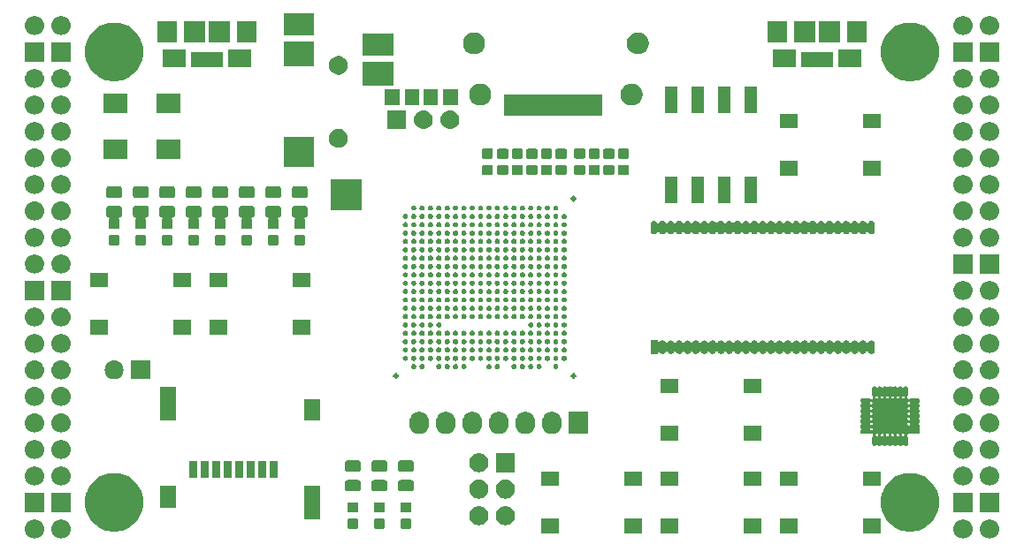
<source format=gts>
G04 #@! TF.GenerationSoftware,KiCad,Pcbnew,5.0.1+dfsg1-2*
G04 #@! TF.CreationDate,2018-10-26T11:48:04+02:00*
G04 #@! TF.ProjectId,ulx3s,756C7833732E6B696361645F70636200,v3.0.4*
G04 #@! TF.SameCoordinates,Original*
G04 #@! TF.FileFunction,Soldermask,Top*
G04 #@! TF.FilePolarity,Negative*
%FSLAX46Y46*%
G04 Gerber Fmt 4.6, Leading zero omitted, Abs format (unit mm)*
G04 Created by KiCad (PCBNEW 5.0.1+dfsg1-2) date petak, 26. listopada 2018. 11:48:04 CEST*
%MOMM*%
%LPD*%
G01*
G04 APERTURE LIST*
%ADD10C,0.100000*%
G04 APERTURE END LIST*
D10*
G36*
X98021988Y-110043010D02*
X98089097Y-110049619D01*
X98203906Y-110084446D01*
X98261312Y-110101860D01*
X98306489Y-110126008D01*
X98420025Y-110186694D01*
X98559138Y-110300862D01*
X98673306Y-110439975D01*
X98675086Y-110443306D01*
X98758140Y-110598688D01*
X98758140Y-110598689D01*
X98810381Y-110770903D01*
X98828020Y-110950000D01*
X98810381Y-111129097D01*
X98785839Y-111210000D01*
X98758140Y-111301312D01*
X98726770Y-111360000D01*
X98673306Y-111460025D01*
X98559138Y-111599138D01*
X98420025Y-111713306D01*
X98346146Y-111752795D01*
X98261312Y-111798140D01*
X98203906Y-111815554D01*
X98089097Y-111850381D01*
X98021988Y-111856990D01*
X97954880Y-111863600D01*
X97865120Y-111863600D01*
X97798012Y-111856990D01*
X97730903Y-111850381D01*
X97616094Y-111815554D01*
X97558688Y-111798140D01*
X97473854Y-111752795D01*
X97399975Y-111713306D01*
X97260862Y-111599138D01*
X97146694Y-111460025D01*
X97093230Y-111360000D01*
X97061860Y-111301312D01*
X97034161Y-111210000D01*
X97009619Y-111129097D01*
X96991980Y-110950000D01*
X97009619Y-110770903D01*
X97061860Y-110598689D01*
X97061860Y-110598688D01*
X97144914Y-110443306D01*
X97146694Y-110439975D01*
X97260862Y-110300862D01*
X97399975Y-110186694D01*
X97513511Y-110126008D01*
X97558688Y-110101860D01*
X97616094Y-110084446D01*
X97730903Y-110049619D01*
X97798012Y-110043010D01*
X97865120Y-110036400D01*
X97954880Y-110036400D01*
X98021988Y-110043010D01*
X98021988Y-110043010D01*
G37*
G36*
X184381988Y-110043010D02*
X184449097Y-110049619D01*
X184563906Y-110084446D01*
X184621312Y-110101860D01*
X184666489Y-110126008D01*
X184780025Y-110186694D01*
X184919138Y-110300862D01*
X185033306Y-110439975D01*
X185035086Y-110443306D01*
X185118140Y-110598688D01*
X185118140Y-110598689D01*
X185170381Y-110770903D01*
X185188020Y-110950000D01*
X185170381Y-111129097D01*
X185145839Y-111210000D01*
X185118140Y-111301312D01*
X185086770Y-111360000D01*
X185033306Y-111460025D01*
X184919138Y-111599138D01*
X184780025Y-111713306D01*
X184706146Y-111752795D01*
X184621312Y-111798140D01*
X184563906Y-111815554D01*
X184449097Y-111850381D01*
X184381988Y-111856990D01*
X184314880Y-111863600D01*
X184225120Y-111863600D01*
X184158012Y-111856990D01*
X184090903Y-111850381D01*
X183976094Y-111815554D01*
X183918688Y-111798140D01*
X183833854Y-111752795D01*
X183759975Y-111713306D01*
X183620862Y-111599138D01*
X183506694Y-111460025D01*
X183453230Y-111360000D01*
X183421860Y-111301312D01*
X183394161Y-111210000D01*
X183369619Y-111129097D01*
X183351980Y-110950000D01*
X183369619Y-110770903D01*
X183421860Y-110598689D01*
X183421860Y-110598688D01*
X183504914Y-110443306D01*
X183506694Y-110439975D01*
X183620862Y-110300862D01*
X183759975Y-110186694D01*
X183873511Y-110126008D01*
X183918688Y-110101860D01*
X183976094Y-110084446D01*
X184090903Y-110049619D01*
X184158012Y-110043010D01*
X184225120Y-110036400D01*
X184314880Y-110036400D01*
X184381988Y-110043010D01*
X184381988Y-110043010D01*
G37*
G36*
X186921988Y-110043010D02*
X186989097Y-110049619D01*
X187103906Y-110084446D01*
X187161312Y-110101860D01*
X187206489Y-110126008D01*
X187320025Y-110186694D01*
X187459138Y-110300862D01*
X187573306Y-110439975D01*
X187575086Y-110443306D01*
X187658140Y-110598688D01*
X187658140Y-110598689D01*
X187710381Y-110770903D01*
X187728020Y-110950000D01*
X187710381Y-111129097D01*
X187685839Y-111210000D01*
X187658140Y-111301312D01*
X187626770Y-111360000D01*
X187573306Y-111460025D01*
X187459138Y-111599138D01*
X187320025Y-111713306D01*
X187246146Y-111752795D01*
X187161312Y-111798140D01*
X187103906Y-111815554D01*
X186989097Y-111850381D01*
X186921988Y-111856990D01*
X186854880Y-111863600D01*
X186765120Y-111863600D01*
X186698012Y-111856990D01*
X186630903Y-111850381D01*
X186516094Y-111815554D01*
X186458688Y-111798140D01*
X186373854Y-111752795D01*
X186299975Y-111713306D01*
X186160862Y-111599138D01*
X186046694Y-111460025D01*
X185993230Y-111360000D01*
X185961860Y-111301312D01*
X185934161Y-111210000D01*
X185909619Y-111129097D01*
X185891980Y-110950000D01*
X185909619Y-110770903D01*
X185961860Y-110598689D01*
X185961860Y-110598688D01*
X186044914Y-110443306D01*
X186046694Y-110439975D01*
X186160862Y-110300862D01*
X186299975Y-110186694D01*
X186413511Y-110126008D01*
X186458688Y-110101860D01*
X186516094Y-110084446D01*
X186630903Y-110049619D01*
X186698012Y-110043010D01*
X186765120Y-110036400D01*
X186854880Y-110036400D01*
X186921988Y-110043010D01*
X186921988Y-110043010D01*
G37*
G36*
X95481988Y-110043010D02*
X95549097Y-110049619D01*
X95663906Y-110084446D01*
X95721312Y-110101860D01*
X95766489Y-110126008D01*
X95880025Y-110186694D01*
X96019138Y-110300862D01*
X96133306Y-110439975D01*
X96135086Y-110443306D01*
X96218140Y-110598688D01*
X96218140Y-110598689D01*
X96270381Y-110770903D01*
X96288020Y-110950000D01*
X96270381Y-111129097D01*
X96245839Y-111210000D01*
X96218140Y-111301312D01*
X96186770Y-111360000D01*
X96133306Y-111460025D01*
X96019138Y-111599138D01*
X95880025Y-111713306D01*
X95806146Y-111752795D01*
X95721312Y-111798140D01*
X95663906Y-111815554D01*
X95549097Y-111850381D01*
X95481988Y-111856990D01*
X95414880Y-111863600D01*
X95325120Y-111863600D01*
X95258012Y-111856990D01*
X95190903Y-111850381D01*
X95076094Y-111815554D01*
X95018688Y-111798140D01*
X94933854Y-111752795D01*
X94859975Y-111713306D01*
X94720862Y-111599138D01*
X94606694Y-111460025D01*
X94553230Y-111360000D01*
X94521860Y-111301312D01*
X94494161Y-111210000D01*
X94469619Y-111129097D01*
X94451980Y-110950000D01*
X94469619Y-110770903D01*
X94521860Y-110598689D01*
X94521860Y-110598688D01*
X94604914Y-110443306D01*
X94606694Y-110439975D01*
X94720862Y-110300862D01*
X94859975Y-110186694D01*
X94973511Y-110126008D01*
X95018688Y-110101860D01*
X95076094Y-110084446D01*
X95190903Y-110049619D01*
X95258012Y-110043010D01*
X95325120Y-110036400D01*
X95414880Y-110036400D01*
X95481988Y-110043010D01*
X95481988Y-110043010D01*
G37*
G36*
X153515000Y-111360000D02*
X151865000Y-111360000D01*
X151865000Y-109960000D01*
X153515000Y-109960000D01*
X153515000Y-111360000D01*
X153515000Y-111360000D01*
G37*
G36*
X164945000Y-111360000D02*
X163295000Y-111360000D01*
X163295000Y-109960000D01*
X164945000Y-109960000D01*
X164945000Y-111360000D01*
X164945000Y-111360000D01*
G37*
G36*
X156985000Y-111360000D02*
X155335000Y-111360000D01*
X155335000Y-109960000D01*
X156985000Y-109960000D01*
X156985000Y-111360000D01*
X156985000Y-111360000D01*
G37*
G36*
X168415000Y-111360000D02*
X166765000Y-111360000D01*
X166765000Y-109960000D01*
X168415000Y-109960000D01*
X168415000Y-111360000D01*
X168415000Y-111360000D01*
G37*
G36*
X176375000Y-111360000D02*
X174725000Y-111360000D01*
X174725000Y-109960000D01*
X176375000Y-109960000D01*
X176375000Y-111360000D01*
X176375000Y-111360000D01*
G37*
G36*
X145555000Y-111360000D02*
X143905000Y-111360000D01*
X143905000Y-109960000D01*
X145555000Y-109960000D01*
X145555000Y-111360000D01*
X145555000Y-111360000D01*
G37*
G36*
X103536253Y-105663801D02*
X103806730Y-105717602D01*
X104017799Y-105805030D01*
X104316296Y-105928671D01*
X104774899Y-106235100D01*
X105164900Y-106625101D01*
X105471329Y-107083704D01*
X105572826Y-107328740D01*
X105682398Y-107593270D01*
X105790000Y-108134224D01*
X105790000Y-108685776D01*
X105682398Y-109226730D01*
X105620600Y-109375924D01*
X105471329Y-109736296D01*
X105164900Y-110194899D01*
X104774899Y-110584900D01*
X104316296Y-110891329D01*
X104162580Y-110955000D01*
X103806730Y-111102398D01*
X103536253Y-111156199D01*
X103265777Y-111210000D01*
X102714223Y-111210000D01*
X102443747Y-111156199D01*
X102173270Y-111102398D01*
X101817420Y-110955000D01*
X101663704Y-110891329D01*
X101205101Y-110584900D01*
X100815100Y-110194899D01*
X100508671Y-109736296D01*
X100359400Y-109375924D01*
X100297602Y-109226730D01*
X100190000Y-108685776D01*
X100190000Y-108134224D01*
X100297602Y-107593270D01*
X100407174Y-107328740D01*
X100508671Y-107083704D01*
X100815100Y-106625101D01*
X101205101Y-106235100D01*
X101663704Y-105928671D01*
X101962201Y-105805030D01*
X102173270Y-105717602D01*
X102443747Y-105663801D01*
X102714223Y-105610000D01*
X103265777Y-105610000D01*
X103536253Y-105663801D01*
X103536253Y-105663801D01*
G37*
G36*
X179736253Y-105663801D02*
X180006730Y-105717602D01*
X180217799Y-105805030D01*
X180516296Y-105928671D01*
X180974899Y-106235100D01*
X181364900Y-106625101D01*
X181671329Y-107083704D01*
X181772826Y-107328740D01*
X181882398Y-107593270D01*
X181990000Y-108134224D01*
X181990000Y-108685776D01*
X181882398Y-109226730D01*
X181820600Y-109375924D01*
X181671329Y-109736296D01*
X181364900Y-110194899D01*
X180974899Y-110584900D01*
X180516296Y-110891329D01*
X180362580Y-110955000D01*
X180006730Y-111102398D01*
X179736253Y-111156199D01*
X179465777Y-111210000D01*
X178914223Y-111210000D01*
X178643747Y-111156199D01*
X178373270Y-111102398D01*
X178017420Y-110955000D01*
X177863704Y-110891329D01*
X177405101Y-110584900D01*
X177015100Y-110194899D01*
X176708671Y-109736296D01*
X176559400Y-109375924D01*
X176497602Y-109226730D01*
X176390000Y-108685776D01*
X176390000Y-108134224D01*
X176497602Y-107593270D01*
X176607174Y-107328740D01*
X176708671Y-107083704D01*
X177015100Y-106625101D01*
X177405101Y-106235100D01*
X177863704Y-105928671D01*
X178162201Y-105805030D01*
X178373270Y-105717602D01*
X178643747Y-105663801D01*
X178914223Y-105610000D01*
X179465777Y-105610000D01*
X179736253Y-105663801D01*
X179736253Y-105663801D01*
G37*
G36*
X131308992Y-109984076D02*
X131342883Y-109994357D01*
X131374111Y-110011048D01*
X131401485Y-110033515D01*
X131423952Y-110060889D01*
X131440643Y-110092117D01*
X131450924Y-110126008D01*
X131455000Y-110167391D01*
X131455000Y-110767609D01*
X131450924Y-110808992D01*
X131440643Y-110842883D01*
X131423952Y-110874111D01*
X131401485Y-110901485D01*
X131374111Y-110923952D01*
X131342883Y-110940643D01*
X131308992Y-110950924D01*
X131267609Y-110955000D01*
X130592391Y-110955000D01*
X130551008Y-110950924D01*
X130517117Y-110940643D01*
X130485889Y-110923952D01*
X130458515Y-110901485D01*
X130436048Y-110874111D01*
X130419357Y-110842883D01*
X130409076Y-110808992D01*
X130405000Y-110767609D01*
X130405000Y-110167391D01*
X130409076Y-110126008D01*
X130419357Y-110092117D01*
X130436048Y-110060889D01*
X130458515Y-110033515D01*
X130485889Y-110011048D01*
X130517117Y-109994357D01*
X130551008Y-109984076D01*
X130592391Y-109980000D01*
X131267609Y-109980000D01*
X131308992Y-109984076D01*
X131308992Y-109984076D01*
G37*
G36*
X128768992Y-109984076D02*
X128802883Y-109994357D01*
X128834111Y-110011048D01*
X128861485Y-110033515D01*
X128883952Y-110060889D01*
X128900643Y-110092117D01*
X128910924Y-110126008D01*
X128915000Y-110167391D01*
X128915000Y-110767609D01*
X128910924Y-110808992D01*
X128900643Y-110842883D01*
X128883952Y-110874111D01*
X128861485Y-110901485D01*
X128834111Y-110923952D01*
X128802883Y-110940643D01*
X128768992Y-110950924D01*
X128727609Y-110955000D01*
X128052391Y-110955000D01*
X128011008Y-110950924D01*
X127977117Y-110940643D01*
X127945889Y-110923952D01*
X127918515Y-110901485D01*
X127896048Y-110874111D01*
X127879357Y-110842883D01*
X127869076Y-110808992D01*
X127865000Y-110767609D01*
X127865000Y-110167391D01*
X127869076Y-110126008D01*
X127879357Y-110092117D01*
X127896048Y-110060889D01*
X127918515Y-110033515D01*
X127945889Y-110011048D01*
X127977117Y-109994357D01*
X128011008Y-109984076D01*
X128052391Y-109980000D01*
X128727609Y-109980000D01*
X128768992Y-109984076D01*
X128768992Y-109984076D01*
G37*
G36*
X126228992Y-109984076D02*
X126262883Y-109994357D01*
X126294111Y-110011048D01*
X126321485Y-110033515D01*
X126343952Y-110060889D01*
X126360643Y-110092117D01*
X126370924Y-110126008D01*
X126375000Y-110167391D01*
X126375000Y-110767609D01*
X126370924Y-110808992D01*
X126360643Y-110842883D01*
X126343952Y-110874111D01*
X126321485Y-110901485D01*
X126294111Y-110923952D01*
X126262883Y-110940643D01*
X126228992Y-110950924D01*
X126187609Y-110955000D01*
X125512391Y-110955000D01*
X125471008Y-110950924D01*
X125437117Y-110940643D01*
X125405889Y-110923952D01*
X125378515Y-110901485D01*
X125356048Y-110874111D01*
X125339357Y-110842883D01*
X125329076Y-110808992D01*
X125325000Y-110767609D01*
X125325000Y-110167391D01*
X125329076Y-110126008D01*
X125339357Y-110092117D01*
X125356048Y-110060889D01*
X125378515Y-110033515D01*
X125405889Y-110011048D01*
X125437117Y-109994357D01*
X125471008Y-109984076D01*
X125512391Y-109980000D01*
X126187609Y-109980000D01*
X126228992Y-109984076D01*
X126228992Y-109984076D01*
G37*
G36*
X140566987Y-108773009D02*
X140634097Y-108779619D01*
X140748906Y-108814446D01*
X140806312Y-108831860D01*
X140891146Y-108877205D01*
X140965025Y-108916694D01*
X141104138Y-109030862D01*
X141218306Y-109169975D01*
X141248642Y-109226730D01*
X141303140Y-109328688D01*
X141303140Y-109328689D01*
X141355381Y-109500903D01*
X141373020Y-109680000D01*
X141355381Y-109859097D01*
X141324772Y-109960000D01*
X141303140Y-110031312D01*
X141272663Y-110088330D01*
X141218306Y-110190025D01*
X141104138Y-110329138D01*
X140965025Y-110443306D01*
X140891146Y-110482795D01*
X140806312Y-110528140D01*
X140748906Y-110545554D01*
X140634097Y-110580381D01*
X140566987Y-110586991D01*
X140499880Y-110593600D01*
X140410120Y-110593600D01*
X140343013Y-110586991D01*
X140275903Y-110580381D01*
X140161094Y-110545554D01*
X140103688Y-110528140D01*
X140018854Y-110482795D01*
X139944975Y-110443306D01*
X139805862Y-110329138D01*
X139691694Y-110190025D01*
X139637337Y-110088330D01*
X139606860Y-110031312D01*
X139585228Y-109960000D01*
X139554619Y-109859097D01*
X139536980Y-109680000D01*
X139554619Y-109500903D01*
X139606860Y-109328689D01*
X139606860Y-109328688D01*
X139661358Y-109226730D01*
X139691694Y-109169975D01*
X139805862Y-109030862D01*
X139944975Y-108916694D01*
X140018854Y-108877205D01*
X140103688Y-108831860D01*
X140161094Y-108814446D01*
X140275903Y-108779619D01*
X140343013Y-108773009D01*
X140410120Y-108766400D01*
X140499880Y-108766400D01*
X140566987Y-108773009D01*
X140566987Y-108773009D01*
G37*
G36*
X138026987Y-108773009D02*
X138094097Y-108779619D01*
X138208906Y-108814446D01*
X138266312Y-108831860D01*
X138351146Y-108877205D01*
X138425025Y-108916694D01*
X138564138Y-109030862D01*
X138678306Y-109169975D01*
X138708642Y-109226730D01*
X138763140Y-109328688D01*
X138763140Y-109328689D01*
X138815381Y-109500903D01*
X138833020Y-109680000D01*
X138815381Y-109859097D01*
X138784772Y-109960000D01*
X138763140Y-110031312D01*
X138732663Y-110088330D01*
X138678306Y-110190025D01*
X138564138Y-110329138D01*
X138425025Y-110443306D01*
X138351146Y-110482795D01*
X138266312Y-110528140D01*
X138208906Y-110545554D01*
X138094097Y-110580381D01*
X138026987Y-110586991D01*
X137959880Y-110593600D01*
X137870120Y-110593600D01*
X137803013Y-110586991D01*
X137735903Y-110580381D01*
X137621094Y-110545554D01*
X137563688Y-110528140D01*
X137478854Y-110482795D01*
X137404975Y-110443306D01*
X137265862Y-110329138D01*
X137151694Y-110190025D01*
X137097337Y-110088330D01*
X137066860Y-110031312D01*
X137045228Y-109960000D01*
X137014619Y-109859097D01*
X136996980Y-109680000D01*
X137014619Y-109500903D01*
X137066860Y-109328689D01*
X137066860Y-109328688D01*
X137121358Y-109226730D01*
X137151694Y-109169975D01*
X137265862Y-109030862D01*
X137404975Y-108916694D01*
X137478854Y-108877205D01*
X137563688Y-108831860D01*
X137621094Y-108814446D01*
X137735903Y-108779619D01*
X137803013Y-108773009D01*
X137870120Y-108766400D01*
X137959880Y-108766400D01*
X138026987Y-108773009D01*
X138026987Y-108773009D01*
G37*
G36*
X122700000Y-110050000D02*
X121150000Y-110050000D01*
X121150000Y-106800000D01*
X122700000Y-106800000D01*
X122700000Y-110050000D01*
X122700000Y-110050000D01*
G37*
G36*
X131308992Y-108409076D02*
X131342883Y-108419357D01*
X131374111Y-108436048D01*
X131401485Y-108458515D01*
X131423952Y-108485889D01*
X131440643Y-108517117D01*
X131450924Y-108551008D01*
X131455000Y-108592391D01*
X131455000Y-109192609D01*
X131450924Y-109233992D01*
X131440643Y-109267883D01*
X131423952Y-109299111D01*
X131401485Y-109326485D01*
X131374111Y-109348952D01*
X131342883Y-109365643D01*
X131308992Y-109375924D01*
X131267609Y-109380000D01*
X130592391Y-109380000D01*
X130551008Y-109375924D01*
X130517117Y-109365643D01*
X130485889Y-109348952D01*
X130458515Y-109326485D01*
X130436048Y-109299111D01*
X130419357Y-109267883D01*
X130409076Y-109233992D01*
X130405000Y-109192609D01*
X130405000Y-108592391D01*
X130409076Y-108551008D01*
X130419357Y-108517117D01*
X130436048Y-108485889D01*
X130458515Y-108458515D01*
X130485889Y-108436048D01*
X130517117Y-108419357D01*
X130551008Y-108409076D01*
X130592391Y-108405000D01*
X131267609Y-108405000D01*
X131308992Y-108409076D01*
X131308992Y-108409076D01*
G37*
G36*
X128768992Y-108409076D02*
X128802883Y-108419357D01*
X128834111Y-108436048D01*
X128861485Y-108458515D01*
X128883952Y-108485889D01*
X128900643Y-108517117D01*
X128910924Y-108551008D01*
X128915000Y-108592391D01*
X128915000Y-109192609D01*
X128910924Y-109233992D01*
X128900643Y-109267883D01*
X128883952Y-109299111D01*
X128861485Y-109326485D01*
X128834111Y-109348952D01*
X128802883Y-109365643D01*
X128768992Y-109375924D01*
X128727609Y-109380000D01*
X128052391Y-109380000D01*
X128011008Y-109375924D01*
X127977117Y-109365643D01*
X127945889Y-109348952D01*
X127918515Y-109326485D01*
X127896048Y-109299111D01*
X127879357Y-109267883D01*
X127869076Y-109233992D01*
X127865000Y-109192609D01*
X127865000Y-108592391D01*
X127869076Y-108551008D01*
X127879357Y-108517117D01*
X127896048Y-108485889D01*
X127918515Y-108458515D01*
X127945889Y-108436048D01*
X127977117Y-108419357D01*
X128011008Y-108409076D01*
X128052391Y-108405000D01*
X128727609Y-108405000D01*
X128768992Y-108409076D01*
X128768992Y-108409076D01*
G37*
G36*
X126228992Y-108409076D02*
X126262883Y-108419357D01*
X126294111Y-108436048D01*
X126321485Y-108458515D01*
X126343952Y-108485889D01*
X126360643Y-108517117D01*
X126370924Y-108551008D01*
X126375000Y-108592391D01*
X126375000Y-109192609D01*
X126370924Y-109233992D01*
X126360643Y-109267883D01*
X126343952Y-109299111D01*
X126321485Y-109326485D01*
X126294111Y-109348952D01*
X126262883Y-109365643D01*
X126228992Y-109375924D01*
X126187609Y-109380000D01*
X125512391Y-109380000D01*
X125471008Y-109375924D01*
X125437117Y-109365643D01*
X125405889Y-109348952D01*
X125378515Y-109326485D01*
X125356048Y-109299111D01*
X125339357Y-109267883D01*
X125329076Y-109233992D01*
X125325000Y-109192609D01*
X125325000Y-108592391D01*
X125329076Y-108551008D01*
X125339357Y-108517117D01*
X125356048Y-108485889D01*
X125378515Y-108458515D01*
X125405889Y-108436048D01*
X125437117Y-108419357D01*
X125471008Y-108409076D01*
X125512391Y-108405000D01*
X126187609Y-108405000D01*
X126228992Y-108409076D01*
X126228992Y-108409076D01*
G37*
G36*
X185183600Y-109323600D02*
X183356400Y-109323600D01*
X183356400Y-107496400D01*
X185183600Y-107496400D01*
X185183600Y-109323600D01*
X185183600Y-109323600D01*
G37*
G36*
X98823600Y-109323600D02*
X96996400Y-109323600D01*
X96996400Y-107496400D01*
X98823600Y-107496400D01*
X98823600Y-109323600D01*
X98823600Y-109323600D01*
G37*
G36*
X96283600Y-109323600D02*
X94456400Y-109323600D01*
X94456400Y-107496400D01*
X96283600Y-107496400D01*
X96283600Y-109323600D01*
X96283600Y-109323600D01*
G37*
G36*
X187723600Y-109323600D02*
X185896400Y-109323600D01*
X185896400Y-107496400D01*
X187723600Y-107496400D01*
X187723600Y-109323600D01*
X187723600Y-109323600D01*
G37*
G36*
X108950000Y-108900000D02*
X107400000Y-108900000D01*
X107400000Y-106800000D01*
X108950000Y-106800000D01*
X108950000Y-108900000D01*
X108950000Y-108900000D01*
G37*
G36*
X140566988Y-106233010D02*
X140634097Y-106239619D01*
X140734249Y-106270000D01*
X140806312Y-106291860D01*
X140879232Y-106330837D01*
X140965025Y-106376694D01*
X141104138Y-106490862D01*
X141218306Y-106629975D01*
X141220086Y-106633306D01*
X141303140Y-106788688D01*
X141303140Y-106788689D01*
X141355381Y-106960903D01*
X141373020Y-107140000D01*
X141355381Y-107319097D01*
X141348905Y-107340444D01*
X141303140Y-107491312D01*
X141300420Y-107496400D01*
X141218306Y-107650025D01*
X141104138Y-107789138D01*
X140965025Y-107903306D01*
X140891146Y-107942795D01*
X140806312Y-107988140D01*
X140748906Y-108005554D01*
X140634097Y-108040381D01*
X140566988Y-108046990D01*
X140499880Y-108053600D01*
X140410120Y-108053600D01*
X140343012Y-108046990D01*
X140275903Y-108040381D01*
X140161094Y-108005554D01*
X140103688Y-107988140D01*
X140018854Y-107942795D01*
X139944975Y-107903306D01*
X139805862Y-107789138D01*
X139691694Y-107650025D01*
X139609580Y-107496400D01*
X139606860Y-107491312D01*
X139561095Y-107340444D01*
X139554619Y-107319097D01*
X139536980Y-107140000D01*
X139554619Y-106960903D01*
X139606860Y-106788689D01*
X139606860Y-106788688D01*
X139689914Y-106633306D01*
X139691694Y-106629975D01*
X139805862Y-106490862D01*
X139944975Y-106376694D01*
X140030768Y-106330837D01*
X140103688Y-106291860D01*
X140175751Y-106270000D01*
X140275903Y-106239619D01*
X140343012Y-106233010D01*
X140410120Y-106226400D01*
X140499880Y-106226400D01*
X140566988Y-106233010D01*
X140566988Y-106233010D01*
G37*
G36*
X138026988Y-106233010D02*
X138094097Y-106239619D01*
X138194249Y-106270000D01*
X138266312Y-106291860D01*
X138339232Y-106330837D01*
X138425025Y-106376694D01*
X138564138Y-106490862D01*
X138678306Y-106629975D01*
X138680086Y-106633306D01*
X138763140Y-106788688D01*
X138763140Y-106788689D01*
X138815381Y-106960903D01*
X138833020Y-107140000D01*
X138815381Y-107319097D01*
X138808905Y-107340444D01*
X138763140Y-107491312D01*
X138760420Y-107496400D01*
X138678306Y-107650025D01*
X138564138Y-107789138D01*
X138425025Y-107903306D01*
X138351146Y-107942795D01*
X138266312Y-107988140D01*
X138208906Y-108005554D01*
X138094097Y-108040381D01*
X138026988Y-108046990D01*
X137959880Y-108053600D01*
X137870120Y-108053600D01*
X137803012Y-108046990D01*
X137735903Y-108040381D01*
X137621094Y-108005554D01*
X137563688Y-107988140D01*
X137478854Y-107942795D01*
X137404975Y-107903306D01*
X137265862Y-107789138D01*
X137151694Y-107650025D01*
X137069580Y-107496400D01*
X137066860Y-107491312D01*
X137021095Y-107340444D01*
X137014619Y-107319097D01*
X136996980Y-107140000D01*
X137014619Y-106960903D01*
X137066860Y-106788689D01*
X137066860Y-106788688D01*
X137149914Y-106633306D01*
X137151694Y-106629975D01*
X137265862Y-106490862D01*
X137404975Y-106376694D01*
X137490768Y-106330837D01*
X137563688Y-106291860D01*
X137635751Y-106270000D01*
X137735903Y-106239619D01*
X137803012Y-106233010D01*
X137870120Y-106226400D01*
X137959880Y-106226400D01*
X138026988Y-106233010D01*
X138026988Y-106233010D01*
G37*
G36*
X131513866Y-106274556D02*
X131552449Y-106286260D01*
X131588002Y-106305263D01*
X131619163Y-106330837D01*
X131644737Y-106361998D01*
X131663740Y-106397551D01*
X131675444Y-106436134D01*
X131680000Y-106482390D01*
X131680000Y-107132610D01*
X131675444Y-107178866D01*
X131663740Y-107217449D01*
X131644737Y-107253002D01*
X131619163Y-107284163D01*
X131588002Y-107309737D01*
X131552449Y-107328740D01*
X131513866Y-107340444D01*
X131467610Y-107345000D01*
X130392390Y-107345000D01*
X130346134Y-107340444D01*
X130307551Y-107328740D01*
X130271998Y-107309737D01*
X130240837Y-107284163D01*
X130215263Y-107253002D01*
X130196260Y-107217449D01*
X130184556Y-107178866D01*
X130180000Y-107132610D01*
X130180000Y-106482390D01*
X130184556Y-106436134D01*
X130196260Y-106397551D01*
X130215263Y-106361998D01*
X130240837Y-106330837D01*
X130271998Y-106305263D01*
X130307551Y-106286260D01*
X130346134Y-106274556D01*
X130392390Y-106270000D01*
X131467610Y-106270000D01*
X131513866Y-106274556D01*
X131513866Y-106274556D01*
G37*
G36*
X126433866Y-106274556D02*
X126472449Y-106286260D01*
X126508002Y-106305263D01*
X126539163Y-106330837D01*
X126564737Y-106361998D01*
X126583740Y-106397551D01*
X126595444Y-106436134D01*
X126600000Y-106482390D01*
X126600000Y-107132610D01*
X126595444Y-107178866D01*
X126583740Y-107217449D01*
X126564737Y-107253002D01*
X126539163Y-107284163D01*
X126508002Y-107309737D01*
X126472449Y-107328740D01*
X126433866Y-107340444D01*
X126387610Y-107345000D01*
X125312390Y-107345000D01*
X125266134Y-107340444D01*
X125227551Y-107328740D01*
X125191998Y-107309737D01*
X125160837Y-107284163D01*
X125135263Y-107253002D01*
X125116260Y-107217449D01*
X125104556Y-107178866D01*
X125100000Y-107132610D01*
X125100000Y-106482390D01*
X125104556Y-106436134D01*
X125116260Y-106397551D01*
X125135263Y-106361998D01*
X125160837Y-106330837D01*
X125191998Y-106305263D01*
X125227551Y-106286260D01*
X125266134Y-106274556D01*
X125312390Y-106270000D01*
X126387610Y-106270000D01*
X126433866Y-106274556D01*
X126433866Y-106274556D01*
G37*
G36*
X128973866Y-106274556D02*
X129012449Y-106286260D01*
X129048002Y-106305263D01*
X129079163Y-106330837D01*
X129104737Y-106361998D01*
X129123740Y-106397551D01*
X129135444Y-106436134D01*
X129140000Y-106482390D01*
X129140000Y-107132610D01*
X129135444Y-107178866D01*
X129123740Y-107217449D01*
X129104737Y-107253002D01*
X129079163Y-107284163D01*
X129048002Y-107309737D01*
X129012449Y-107328740D01*
X128973866Y-107340444D01*
X128927610Y-107345000D01*
X127852390Y-107345000D01*
X127806134Y-107340444D01*
X127767551Y-107328740D01*
X127731998Y-107309737D01*
X127700837Y-107284163D01*
X127675263Y-107253002D01*
X127656260Y-107217449D01*
X127644556Y-107178866D01*
X127640000Y-107132610D01*
X127640000Y-106482390D01*
X127644556Y-106436134D01*
X127656260Y-106397551D01*
X127675263Y-106361998D01*
X127700837Y-106330837D01*
X127731998Y-106305263D01*
X127767551Y-106286260D01*
X127806134Y-106274556D01*
X127852390Y-106270000D01*
X128927610Y-106270000D01*
X128973866Y-106274556D01*
X128973866Y-106274556D01*
G37*
G36*
X168415000Y-106860000D02*
X166765000Y-106860000D01*
X166765000Y-105460000D01*
X168415000Y-105460000D01*
X168415000Y-106860000D01*
X168415000Y-106860000D01*
G37*
G36*
X153515000Y-106860000D02*
X151865000Y-106860000D01*
X151865000Y-105460000D01*
X153515000Y-105460000D01*
X153515000Y-106860000D01*
X153515000Y-106860000D01*
G37*
G36*
X164945000Y-106860000D02*
X163295000Y-106860000D01*
X163295000Y-105460000D01*
X164945000Y-105460000D01*
X164945000Y-106860000D01*
X164945000Y-106860000D01*
G37*
G36*
X156985000Y-106860000D02*
X155335000Y-106860000D01*
X155335000Y-105460000D01*
X156985000Y-105460000D01*
X156985000Y-106860000D01*
X156985000Y-106860000D01*
G37*
G36*
X145555000Y-106860000D02*
X143905000Y-106860000D01*
X143905000Y-105460000D01*
X145555000Y-105460000D01*
X145555000Y-106860000D01*
X145555000Y-106860000D01*
G37*
G36*
X176375000Y-106860000D02*
X174725000Y-106860000D01*
X174725000Y-105460000D01*
X176375000Y-105460000D01*
X176375000Y-106860000D01*
X176375000Y-106860000D01*
G37*
G36*
X184381987Y-104963009D02*
X184449097Y-104969619D01*
X184563906Y-105004446D01*
X184621312Y-105021860D01*
X184706146Y-105067205D01*
X184780025Y-105106694D01*
X184919138Y-105220862D01*
X185033306Y-105359975D01*
X185050041Y-105391285D01*
X185118140Y-105518688D01*
X185118140Y-105518689D01*
X185170381Y-105690903D01*
X185188020Y-105870000D01*
X185170381Y-106049097D01*
X185135554Y-106163906D01*
X185118140Y-106221312D01*
X185089680Y-106274556D01*
X185033306Y-106380025D01*
X184919138Y-106519138D01*
X184780025Y-106633306D01*
X184706146Y-106672795D01*
X184621312Y-106718140D01*
X184563906Y-106735554D01*
X184449097Y-106770381D01*
X184381988Y-106776990D01*
X184314880Y-106783600D01*
X184225120Y-106783600D01*
X184158012Y-106776990D01*
X184090903Y-106770381D01*
X183976094Y-106735554D01*
X183918688Y-106718140D01*
X183833854Y-106672795D01*
X183759975Y-106633306D01*
X183620862Y-106519138D01*
X183506694Y-106380025D01*
X183450320Y-106274556D01*
X183421860Y-106221312D01*
X183404446Y-106163906D01*
X183369619Y-106049097D01*
X183351980Y-105870000D01*
X183369619Y-105690903D01*
X183421860Y-105518689D01*
X183421860Y-105518688D01*
X183489959Y-105391285D01*
X183506694Y-105359975D01*
X183620862Y-105220862D01*
X183759975Y-105106694D01*
X183833854Y-105067205D01*
X183918688Y-105021860D01*
X183976094Y-105004446D01*
X184090903Y-104969619D01*
X184158012Y-104963010D01*
X184225120Y-104956400D01*
X184314880Y-104956400D01*
X184381987Y-104963009D01*
X184381987Y-104963009D01*
G37*
G36*
X95481987Y-104963009D02*
X95549097Y-104969619D01*
X95663906Y-105004446D01*
X95721312Y-105021860D01*
X95806146Y-105067205D01*
X95880025Y-105106694D01*
X96019138Y-105220862D01*
X96133306Y-105359975D01*
X96150041Y-105391285D01*
X96218140Y-105518688D01*
X96218140Y-105518689D01*
X96270381Y-105690903D01*
X96288020Y-105870000D01*
X96270381Y-106049097D01*
X96235554Y-106163906D01*
X96218140Y-106221312D01*
X96189680Y-106274556D01*
X96133306Y-106380025D01*
X96019138Y-106519138D01*
X95880025Y-106633306D01*
X95806146Y-106672795D01*
X95721312Y-106718140D01*
X95663906Y-106735554D01*
X95549097Y-106770381D01*
X95481988Y-106776990D01*
X95414880Y-106783600D01*
X95325120Y-106783600D01*
X95258012Y-106776990D01*
X95190903Y-106770381D01*
X95076094Y-106735554D01*
X95018688Y-106718140D01*
X94933854Y-106672795D01*
X94859975Y-106633306D01*
X94720862Y-106519138D01*
X94606694Y-106380025D01*
X94550320Y-106274556D01*
X94521860Y-106221312D01*
X94504446Y-106163906D01*
X94469619Y-106049097D01*
X94451980Y-105870000D01*
X94469619Y-105690903D01*
X94521860Y-105518689D01*
X94521860Y-105518688D01*
X94589959Y-105391285D01*
X94606694Y-105359975D01*
X94720862Y-105220862D01*
X94859975Y-105106694D01*
X94933854Y-105067205D01*
X95018688Y-105021860D01*
X95076094Y-105004446D01*
X95190903Y-104969619D01*
X95258012Y-104963010D01*
X95325120Y-104956400D01*
X95414880Y-104956400D01*
X95481987Y-104963009D01*
X95481987Y-104963009D01*
G37*
G36*
X98021987Y-104963009D02*
X98089097Y-104969619D01*
X98203906Y-105004446D01*
X98261312Y-105021860D01*
X98346146Y-105067205D01*
X98420025Y-105106694D01*
X98559138Y-105220862D01*
X98673306Y-105359975D01*
X98690041Y-105391285D01*
X98758140Y-105518688D01*
X98758140Y-105518689D01*
X98810381Y-105690903D01*
X98828020Y-105870000D01*
X98810381Y-106049097D01*
X98775554Y-106163906D01*
X98758140Y-106221312D01*
X98729680Y-106274556D01*
X98673306Y-106380025D01*
X98559138Y-106519138D01*
X98420025Y-106633306D01*
X98346146Y-106672795D01*
X98261312Y-106718140D01*
X98203906Y-106735554D01*
X98089097Y-106770381D01*
X98021988Y-106776990D01*
X97954880Y-106783600D01*
X97865120Y-106783600D01*
X97798012Y-106776990D01*
X97730903Y-106770381D01*
X97616094Y-106735554D01*
X97558688Y-106718140D01*
X97473854Y-106672795D01*
X97399975Y-106633306D01*
X97260862Y-106519138D01*
X97146694Y-106380025D01*
X97090320Y-106274556D01*
X97061860Y-106221312D01*
X97044446Y-106163906D01*
X97009619Y-106049097D01*
X96991980Y-105870000D01*
X97009619Y-105690903D01*
X97061860Y-105518689D01*
X97061860Y-105518688D01*
X97129959Y-105391285D01*
X97146694Y-105359975D01*
X97260862Y-105220862D01*
X97399975Y-105106694D01*
X97473854Y-105067205D01*
X97558688Y-105021860D01*
X97616094Y-105004446D01*
X97730903Y-104969619D01*
X97798012Y-104963010D01*
X97865120Y-104956400D01*
X97954880Y-104956400D01*
X98021987Y-104963009D01*
X98021987Y-104963009D01*
G37*
G36*
X186921987Y-104963009D02*
X186989097Y-104969619D01*
X187103906Y-105004446D01*
X187161312Y-105021860D01*
X187246146Y-105067205D01*
X187320025Y-105106694D01*
X187459138Y-105220862D01*
X187573306Y-105359975D01*
X187590041Y-105391285D01*
X187658140Y-105518688D01*
X187658140Y-105518689D01*
X187710381Y-105690903D01*
X187728020Y-105870000D01*
X187710381Y-106049097D01*
X187675554Y-106163906D01*
X187658140Y-106221312D01*
X187629680Y-106274556D01*
X187573306Y-106380025D01*
X187459138Y-106519138D01*
X187320025Y-106633306D01*
X187246146Y-106672795D01*
X187161312Y-106718140D01*
X187103906Y-106735554D01*
X186989097Y-106770381D01*
X186921988Y-106776990D01*
X186854880Y-106783600D01*
X186765120Y-106783600D01*
X186698012Y-106776990D01*
X186630903Y-106770381D01*
X186516094Y-106735554D01*
X186458688Y-106718140D01*
X186373854Y-106672795D01*
X186299975Y-106633306D01*
X186160862Y-106519138D01*
X186046694Y-106380025D01*
X185990320Y-106274556D01*
X185961860Y-106221312D01*
X185944446Y-106163906D01*
X185909619Y-106049097D01*
X185891980Y-105870000D01*
X185909619Y-105690903D01*
X185961860Y-105518689D01*
X185961860Y-105518688D01*
X186029959Y-105391285D01*
X186046694Y-105359975D01*
X186160862Y-105220862D01*
X186299975Y-105106694D01*
X186373854Y-105067205D01*
X186458688Y-105021860D01*
X186516094Y-105004446D01*
X186630903Y-104969619D01*
X186698012Y-104963010D01*
X186765120Y-104956400D01*
X186854880Y-104956400D01*
X186921987Y-104963009D01*
X186921987Y-104963009D01*
G37*
G36*
X112050000Y-106050000D02*
X111250000Y-106050000D01*
X111250000Y-104450000D01*
X112050000Y-104450000D01*
X112050000Y-106050000D01*
X112050000Y-106050000D01*
G37*
G36*
X118650000Y-106050000D02*
X117850000Y-106050000D01*
X117850000Y-104450000D01*
X118650000Y-104450000D01*
X118650000Y-106050000D01*
X118650000Y-106050000D01*
G37*
G36*
X117550000Y-106050000D02*
X116750000Y-106050000D01*
X116750000Y-104450000D01*
X117550000Y-104450000D01*
X117550000Y-106050000D01*
X117550000Y-106050000D01*
G37*
G36*
X116450000Y-106050000D02*
X115650000Y-106050000D01*
X115650000Y-104450000D01*
X116450000Y-104450000D01*
X116450000Y-106050000D01*
X116450000Y-106050000D01*
G37*
G36*
X115350000Y-106050000D02*
X114550000Y-106050000D01*
X114550000Y-104450000D01*
X115350000Y-104450000D01*
X115350000Y-106050000D01*
X115350000Y-106050000D01*
G37*
G36*
X114250000Y-106050000D02*
X113450000Y-106050000D01*
X113450000Y-104450000D01*
X114250000Y-104450000D01*
X114250000Y-106050000D01*
X114250000Y-106050000D01*
G37*
G36*
X113150000Y-106050000D02*
X112350000Y-106050000D01*
X112350000Y-104450000D01*
X113150000Y-104450000D01*
X113150000Y-106050000D01*
X113150000Y-106050000D01*
G37*
G36*
X110950000Y-106050000D02*
X110150000Y-106050000D01*
X110150000Y-104450000D01*
X110950000Y-104450000D01*
X110950000Y-106050000D01*
X110950000Y-106050000D01*
G37*
G36*
X141368600Y-105513600D02*
X139541400Y-105513600D01*
X139541400Y-103686400D01*
X141368600Y-103686400D01*
X141368600Y-105513600D01*
X141368600Y-105513600D01*
G37*
G36*
X138026987Y-103693009D02*
X138094097Y-103699619D01*
X138208906Y-103734446D01*
X138266312Y-103751860D01*
X138351146Y-103797205D01*
X138425025Y-103836694D01*
X138564138Y-103950862D01*
X138678306Y-104089975D01*
X138680086Y-104093306D01*
X138763140Y-104248688D01*
X138763140Y-104248689D01*
X138815381Y-104420903D01*
X138833020Y-104600000D01*
X138815381Y-104779097D01*
X138780554Y-104893906D01*
X138763140Y-104951312D01*
X138725431Y-105021860D01*
X138678306Y-105110025D01*
X138564138Y-105249138D01*
X138425025Y-105363306D01*
X138351146Y-105402795D01*
X138266312Y-105448140D01*
X138227214Y-105460000D01*
X138094097Y-105500381D01*
X138026987Y-105506991D01*
X137959880Y-105513600D01*
X137870120Y-105513600D01*
X137803012Y-105506990D01*
X137735903Y-105500381D01*
X137602786Y-105460000D01*
X137563688Y-105448140D01*
X137478854Y-105402795D01*
X137404975Y-105363306D01*
X137265862Y-105249138D01*
X137151694Y-105110025D01*
X137104569Y-105021860D01*
X137066860Y-104951312D01*
X137049446Y-104893906D01*
X137014619Y-104779097D01*
X136996980Y-104600000D01*
X137014619Y-104420903D01*
X137066860Y-104248689D01*
X137066860Y-104248688D01*
X137149914Y-104093306D01*
X137151694Y-104089975D01*
X137265862Y-103950862D01*
X137404975Y-103836694D01*
X137478854Y-103797205D01*
X137563688Y-103751860D01*
X137621094Y-103734446D01*
X137735903Y-103699619D01*
X137803012Y-103693010D01*
X137870120Y-103686400D01*
X137959880Y-103686400D01*
X138026987Y-103693009D01*
X138026987Y-103693009D01*
G37*
G36*
X128973866Y-104399556D02*
X129012449Y-104411260D01*
X129048002Y-104430263D01*
X129079163Y-104455837D01*
X129104737Y-104486998D01*
X129123740Y-104522551D01*
X129135444Y-104561134D01*
X129140000Y-104607390D01*
X129140000Y-105257610D01*
X129135444Y-105303866D01*
X129123740Y-105342449D01*
X129104737Y-105378002D01*
X129079163Y-105409163D01*
X129048002Y-105434737D01*
X129012449Y-105453740D01*
X128973866Y-105465444D01*
X128927610Y-105470000D01*
X127852390Y-105470000D01*
X127806134Y-105465444D01*
X127767551Y-105453740D01*
X127731998Y-105434737D01*
X127700837Y-105409163D01*
X127675263Y-105378002D01*
X127656260Y-105342449D01*
X127644556Y-105303866D01*
X127640000Y-105257610D01*
X127640000Y-104607390D01*
X127644556Y-104561134D01*
X127656260Y-104522551D01*
X127675263Y-104486998D01*
X127700837Y-104455837D01*
X127731998Y-104430263D01*
X127767551Y-104411260D01*
X127806134Y-104399556D01*
X127852390Y-104395000D01*
X128927610Y-104395000D01*
X128973866Y-104399556D01*
X128973866Y-104399556D01*
G37*
G36*
X131513866Y-104399556D02*
X131552449Y-104411260D01*
X131588002Y-104430263D01*
X131619163Y-104455837D01*
X131644737Y-104486998D01*
X131663740Y-104522551D01*
X131675444Y-104561134D01*
X131680000Y-104607390D01*
X131680000Y-105257610D01*
X131675444Y-105303866D01*
X131663740Y-105342449D01*
X131644737Y-105378002D01*
X131619163Y-105409163D01*
X131588002Y-105434737D01*
X131552449Y-105453740D01*
X131513866Y-105465444D01*
X131467610Y-105470000D01*
X130392390Y-105470000D01*
X130346134Y-105465444D01*
X130307551Y-105453740D01*
X130271998Y-105434737D01*
X130240837Y-105409163D01*
X130215263Y-105378002D01*
X130196260Y-105342449D01*
X130184556Y-105303866D01*
X130180000Y-105257610D01*
X130180000Y-104607390D01*
X130184556Y-104561134D01*
X130196260Y-104522551D01*
X130215263Y-104486998D01*
X130240837Y-104455837D01*
X130271998Y-104430263D01*
X130307551Y-104411260D01*
X130346134Y-104399556D01*
X130392390Y-104395000D01*
X131467610Y-104395000D01*
X131513866Y-104399556D01*
X131513866Y-104399556D01*
G37*
G36*
X126433866Y-104399556D02*
X126472449Y-104411260D01*
X126508002Y-104430263D01*
X126539163Y-104455837D01*
X126564737Y-104486998D01*
X126583740Y-104522551D01*
X126595444Y-104561134D01*
X126600000Y-104607390D01*
X126600000Y-105257610D01*
X126595444Y-105303866D01*
X126583740Y-105342449D01*
X126564737Y-105378002D01*
X126539163Y-105409163D01*
X126508002Y-105434737D01*
X126472449Y-105453740D01*
X126433866Y-105465444D01*
X126387610Y-105470000D01*
X125312390Y-105470000D01*
X125266134Y-105465444D01*
X125227551Y-105453740D01*
X125191998Y-105434737D01*
X125160837Y-105409163D01*
X125135263Y-105378002D01*
X125116260Y-105342449D01*
X125104556Y-105303866D01*
X125100000Y-105257610D01*
X125100000Y-104607390D01*
X125104556Y-104561134D01*
X125116260Y-104522551D01*
X125135263Y-104486998D01*
X125160837Y-104455837D01*
X125191998Y-104430263D01*
X125227551Y-104411260D01*
X125266134Y-104399556D01*
X125312390Y-104395000D01*
X126387610Y-104395000D01*
X126433866Y-104399556D01*
X126433866Y-104399556D01*
G37*
G36*
X184381987Y-102423009D02*
X184449097Y-102429619D01*
X184563906Y-102464446D01*
X184621312Y-102481860D01*
X184706146Y-102527205D01*
X184780025Y-102566694D01*
X184919138Y-102680862D01*
X185033306Y-102819975D01*
X185054275Y-102859206D01*
X185118140Y-102978688D01*
X185129794Y-103017106D01*
X185170381Y-103150903D01*
X185188020Y-103330000D01*
X185170381Y-103509097D01*
X185135554Y-103623906D01*
X185118140Y-103681312D01*
X185080431Y-103751860D01*
X185033306Y-103840025D01*
X184919138Y-103979138D01*
X184780025Y-104093306D01*
X184706146Y-104132795D01*
X184621312Y-104178140D01*
X184563906Y-104195554D01*
X184449097Y-104230381D01*
X184381988Y-104236990D01*
X184314880Y-104243600D01*
X184225120Y-104243600D01*
X184158012Y-104236990D01*
X184090903Y-104230381D01*
X183976094Y-104195554D01*
X183918688Y-104178140D01*
X183833854Y-104132795D01*
X183759975Y-104093306D01*
X183620862Y-103979138D01*
X183506694Y-103840025D01*
X183459569Y-103751860D01*
X183421860Y-103681312D01*
X183404446Y-103623906D01*
X183369619Y-103509097D01*
X183351980Y-103330000D01*
X183369619Y-103150903D01*
X183410206Y-103017106D01*
X183421860Y-102978688D01*
X183485725Y-102859206D01*
X183506694Y-102819975D01*
X183620862Y-102680862D01*
X183759975Y-102566694D01*
X183833854Y-102527205D01*
X183918688Y-102481860D01*
X183976094Y-102464446D01*
X184090903Y-102429619D01*
X184158013Y-102423009D01*
X184225120Y-102416400D01*
X184314880Y-102416400D01*
X184381987Y-102423009D01*
X184381987Y-102423009D01*
G37*
G36*
X98021987Y-102423009D02*
X98089097Y-102429619D01*
X98203906Y-102464446D01*
X98261312Y-102481860D01*
X98346146Y-102527205D01*
X98420025Y-102566694D01*
X98559138Y-102680862D01*
X98673306Y-102819975D01*
X98694275Y-102859206D01*
X98758140Y-102978688D01*
X98769794Y-103017106D01*
X98810381Y-103150903D01*
X98828020Y-103330000D01*
X98810381Y-103509097D01*
X98775554Y-103623906D01*
X98758140Y-103681312D01*
X98720431Y-103751860D01*
X98673306Y-103840025D01*
X98559138Y-103979138D01*
X98420025Y-104093306D01*
X98346146Y-104132795D01*
X98261312Y-104178140D01*
X98203906Y-104195554D01*
X98089097Y-104230381D01*
X98021988Y-104236990D01*
X97954880Y-104243600D01*
X97865120Y-104243600D01*
X97798012Y-104236990D01*
X97730903Y-104230381D01*
X97616094Y-104195554D01*
X97558688Y-104178140D01*
X97473854Y-104132795D01*
X97399975Y-104093306D01*
X97260862Y-103979138D01*
X97146694Y-103840025D01*
X97099569Y-103751860D01*
X97061860Y-103681312D01*
X97044446Y-103623906D01*
X97009619Y-103509097D01*
X96991980Y-103330000D01*
X97009619Y-103150903D01*
X97050206Y-103017106D01*
X97061860Y-102978688D01*
X97125725Y-102859206D01*
X97146694Y-102819975D01*
X97260862Y-102680862D01*
X97399975Y-102566694D01*
X97473854Y-102527205D01*
X97558688Y-102481860D01*
X97616094Y-102464446D01*
X97730903Y-102429619D01*
X97798013Y-102423009D01*
X97865120Y-102416400D01*
X97954880Y-102416400D01*
X98021987Y-102423009D01*
X98021987Y-102423009D01*
G37*
G36*
X95481987Y-102423009D02*
X95549097Y-102429619D01*
X95663906Y-102464446D01*
X95721312Y-102481860D01*
X95806146Y-102527205D01*
X95880025Y-102566694D01*
X96019138Y-102680862D01*
X96133306Y-102819975D01*
X96154275Y-102859206D01*
X96218140Y-102978688D01*
X96229794Y-103017106D01*
X96270381Y-103150903D01*
X96288020Y-103330000D01*
X96270381Y-103509097D01*
X96235554Y-103623906D01*
X96218140Y-103681312D01*
X96180431Y-103751860D01*
X96133306Y-103840025D01*
X96019138Y-103979138D01*
X95880025Y-104093306D01*
X95806146Y-104132795D01*
X95721312Y-104178140D01*
X95663906Y-104195554D01*
X95549097Y-104230381D01*
X95481988Y-104236990D01*
X95414880Y-104243600D01*
X95325120Y-104243600D01*
X95258012Y-104236990D01*
X95190903Y-104230381D01*
X95076094Y-104195554D01*
X95018688Y-104178140D01*
X94933854Y-104132795D01*
X94859975Y-104093306D01*
X94720862Y-103979138D01*
X94606694Y-103840025D01*
X94559569Y-103751860D01*
X94521860Y-103681312D01*
X94504446Y-103623906D01*
X94469619Y-103509097D01*
X94451980Y-103330000D01*
X94469619Y-103150903D01*
X94510206Y-103017106D01*
X94521860Y-102978688D01*
X94585725Y-102859206D01*
X94606694Y-102819975D01*
X94720862Y-102680862D01*
X94859975Y-102566694D01*
X94933854Y-102527205D01*
X95018688Y-102481860D01*
X95076094Y-102464446D01*
X95190903Y-102429619D01*
X95258013Y-102423009D01*
X95325120Y-102416400D01*
X95414880Y-102416400D01*
X95481987Y-102423009D01*
X95481987Y-102423009D01*
G37*
G36*
X186921987Y-102423009D02*
X186989097Y-102429619D01*
X187103906Y-102464446D01*
X187161312Y-102481860D01*
X187246146Y-102527205D01*
X187320025Y-102566694D01*
X187459138Y-102680862D01*
X187573306Y-102819975D01*
X187594275Y-102859206D01*
X187658140Y-102978688D01*
X187669794Y-103017106D01*
X187710381Y-103150903D01*
X187728020Y-103330000D01*
X187710381Y-103509097D01*
X187675554Y-103623906D01*
X187658140Y-103681312D01*
X187620431Y-103751860D01*
X187573306Y-103840025D01*
X187459138Y-103979138D01*
X187320025Y-104093306D01*
X187246146Y-104132795D01*
X187161312Y-104178140D01*
X187103906Y-104195554D01*
X186989097Y-104230381D01*
X186921988Y-104236990D01*
X186854880Y-104243600D01*
X186765120Y-104243600D01*
X186698012Y-104236990D01*
X186630903Y-104230381D01*
X186516094Y-104195554D01*
X186458688Y-104178140D01*
X186373854Y-104132795D01*
X186299975Y-104093306D01*
X186160862Y-103979138D01*
X186046694Y-103840025D01*
X185999569Y-103751860D01*
X185961860Y-103681312D01*
X185944446Y-103623906D01*
X185909619Y-103509097D01*
X185891980Y-103330000D01*
X185909619Y-103150903D01*
X185950206Y-103017106D01*
X185961860Y-102978688D01*
X186025725Y-102859206D01*
X186046694Y-102819975D01*
X186160862Y-102680862D01*
X186299975Y-102566694D01*
X186373854Y-102527205D01*
X186458688Y-102481860D01*
X186516094Y-102464446D01*
X186630903Y-102429619D01*
X186698013Y-102423009D01*
X186765120Y-102416400D01*
X186854880Y-102416400D01*
X186921987Y-102423009D01*
X186921987Y-102423009D01*
G37*
G36*
X178824203Y-97292894D02*
X178824206Y-97292895D01*
X178824207Y-97292895D01*
X178839773Y-97297617D01*
X178861908Y-97304331D01*
X178896655Y-97322904D01*
X178927105Y-97347895D01*
X178952096Y-97378345D01*
X178970669Y-97413092D01*
X178982106Y-97450797D01*
X178985000Y-97480179D01*
X178985000Y-98149821D01*
X178982106Y-98179203D01*
X178970669Y-98216908D01*
X178952098Y-98251652D01*
X178938378Y-98268369D01*
X178932366Y-98275695D01*
X178932362Y-98275699D01*
X178918748Y-98296073D01*
X178909370Y-98318712D01*
X178904589Y-98342745D01*
X178904589Y-98367250D01*
X178909369Y-98391283D01*
X178918746Y-98413922D01*
X178932359Y-98434297D01*
X178949686Y-98451625D01*
X178970060Y-98465239D01*
X178973747Y-98466766D01*
X178981066Y-98480459D01*
X178996612Y-98499401D01*
X179015554Y-98514947D01*
X179037165Y-98526498D01*
X179060614Y-98533611D01*
X179085000Y-98536013D01*
X179109386Y-98533611D01*
X179132835Y-98526498D01*
X179154446Y-98514947D01*
X179164301Y-98507638D01*
X179188348Y-98487902D01*
X179223092Y-98469331D01*
X179257368Y-98458934D01*
X179260793Y-98457895D01*
X179260794Y-98457895D01*
X179260797Y-98457894D01*
X179290179Y-98455000D01*
X179959821Y-98455000D01*
X179989203Y-98457894D01*
X179989206Y-98457895D01*
X179989207Y-98457895D01*
X179992632Y-98458934D01*
X180026908Y-98469331D01*
X180061655Y-98487904D01*
X180092105Y-98512895D01*
X180117096Y-98543345D01*
X180135669Y-98578092D01*
X180147106Y-98615797D01*
X180150967Y-98655000D01*
X180147106Y-98694203D01*
X180135669Y-98731908D01*
X180117096Y-98766655D01*
X180092107Y-98797103D01*
X180078373Y-98808375D01*
X180061046Y-98825703D01*
X180047433Y-98846077D01*
X180038056Y-98868717D01*
X180033276Y-98892750D01*
X180033276Y-98917254D01*
X180038057Y-98941288D01*
X180047435Y-98963927D01*
X180061049Y-98984301D01*
X180078373Y-99001625D01*
X180092107Y-99012897D01*
X180117096Y-99043345D01*
X180135669Y-99078092D01*
X180147106Y-99115797D01*
X180150967Y-99155000D01*
X180147106Y-99194203D01*
X180135669Y-99231908D01*
X180117096Y-99266655D01*
X180092107Y-99297103D01*
X180078373Y-99308375D01*
X180061046Y-99325703D01*
X180047433Y-99346077D01*
X180038056Y-99368717D01*
X180033276Y-99392750D01*
X180033276Y-99417254D01*
X180038057Y-99441288D01*
X180047435Y-99463927D01*
X180061049Y-99484301D01*
X180078373Y-99501625D01*
X180092107Y-99512897D01*
X180117096Y-99543345D01*
X180135669Y-99578092D01*
X180147106Y-99615797D01*
X180150967Y-99655000D01*
X180147106Y-99694203D01*
X180135669Y-99731908D01*
X180117096Y-99766655D01*
X180092107Y-99797103D01*
X180078373Y-99808375D01*
X180061046Y-99825703D01*
X180047433Y-99846077D01*
X180038056Y-99868717D01*
X180033276Y-99892750D01*
X180033276Y-99917254D01*
X180038057Y-99941288D01*
X180047435Y-99963927D01*
X180061049Y-99984301D01*
X180078373Y-100001625D01*
X180092107Y-100012897D01*
X180117096Y-100043345D01*
X180135669Y-100078092D01*
X180147106Y-100115797D01*
X180150967Y-100155000D01*
X180147106Y-100194203D01*
X180135669Y-100231908D01*
X180117096Y-100266655D01*
X180092107Y-100297103D01*
X180078373Y-100308375D01*
X180061046Y-100325703D01*
X180047433Y-100346077D01*
X180038056Y-100368717D01*
X180033276Y-100392750D01*
X180033276Y-100417254D01*
X180038057Y-100441288D01*
X180047435Y-100463927D01*
X180061049Y-100484301D01*
X180078373Y-100501625D01*
X180092107Y-100512897D01*
X180117096Y-100543345D01*
X180135669Y-100578092D01*
X180147106Y-100615797D01*
X180150967Y-100655000D01*
X180147106Y-100694203D01*
X180135669Y-100731908D01*
X180117096Y-100766655D01*
X180092107Y-100797103D01*
X180078373Y-100808375D01*
X180061046Y-100825703D01*
X180047433Y-100846077D01*
X180038056Y-100868717D01*
X180033276Y-100892750D01*
X180033276Y-100917254D01*
X180038057Y-100941288D01*
X180047435Y-100963927D01*
X180061049Y-100984301D01*
X180078373Y-101001625D01*
X180092107Y-101012897D01*
X180117096Y-101043345D01*
X180135669Y-101078092D01*
X180147106Y-101115797D01*
X180150967Y-101155000D01*
X180147106Y-101194203D01*
X180135669Y-101231908D01*
X180114733Y-101271076D01*
X180105356Y-101293715D01*
X180100576Y-101317749D01*
X180100576Y-101342253D01*
X180105357Y-101366286D01*
X180114734Y-101388925D01*
X180128348Y-101409300D01*
X180145676Y-101426627D01*
X180150000Y-101429516D01*
X180150000Y-101855000D01*
X179049505Y-101855000D01*
X179025119Y-101857402D01*
X179001670Y-101864515D01*
X178980059Y-101876066D01*
X178961117Y-101891612D01*
X178945571Y-101910554D01*
X178934020Y-101932165D01*
X178926907Y-101955614D01*
X178924505Y-101980000D01*
X178926907Y-102004386D01*
X178934020Y-102027835D01*
X178945571Y-102049446D01*
X178951903Y-102057984D01*
X178970669Y-102093092D01*
X178982106Y-102130797D01*
X178985000Y-102160179D01*
X178985000Y-102829821D01*
X178982106Y-102859203D01*
X178970669Y-102896908D01*
X178952096Y-102931655D01*
X178938375Y-102948373D01*
X178927105Y-102962105D01*
X178923370Y-102965170D01*
X178896654Y-102987096D01*
X178861907Y-103005669D01*
X178839772Y-103012383D01*
X178824206Y-103017105D01*
X178824205Y-103017105D01*
X178824202Y-103017106D01*
X178785000Y-103020967D01*
X178745797Y-103017106D01*
X178745794Y-103017105D01*
X178745793Y-103017105D01*
X178730227Y-103012383D01*
X178708092Y-103005669D01*
X178673345Y-102987096D01*
X178642897Y-102962107D01*
X178642895Y-102962104D01*
X178639369Y-102957808D01*
X178631625Y-102948373D01*
X178614297Y-102931046D01*
X178593923Y-102917433D01*
X178571283Y-102908056D01*
X178547250Y-102903276D01*
X178522746Y-102903276D01*
X178498712Y-102908057D01*
X178476073Y-102917435D01*
X178455699Y-102931049D01*
X178438375Y-102948373D01*
X178427104Y-102962106D01*
X178396654Y-102987096D01*
X178361907Y-103005669D01*
X178339772Y-103012383D01*
X178324206Y-103017105D01*
X178324205Y-103017105D01*
X178324202Y-103017106D01*
X178285000Y-103020967D01*
X178245797Y-103017106D01*
X178245794Y-103017105D01*
X178245793Y-103017105D01*
X178230227Y-103012383D01*
X178208092Y-103005669D01*
X178173345Y-102987096D01*
X178142897Y-102962107D01*
X178142895Y-102962104D01*
X178139369Y-102957808D01*
X178131625Y-102948373D01*
X178114297Y-102931046D01*
X178093923Y-102917433D01*
X178071283Y-102908056D01*
X178047250Y-102903276D01*
X178022746Y-102903276D01*
X177998712Y-102908057D01*
X177976073Y-102917435D01*
X177955699Y-102931049D01*
X177938375Y-102948373D01*
X177927104Y-102962106D01*
X177896654Y-102987096D01*
X177861907Y-103005669D01*
X177839772Y-103012383D01*
X177824206Y-103017105D01*
X177824205Y-103017105D01*
X177824202Y-103017106D01*
X177785000Y-103020967D01*
X177745797Y-103017106D01*
X177745794Y-103017105D01*
X177745793Y-103017105D01*
X177730227Y-103012383D01*
X177708092Y-103005669D01*
X177673345Y-102987096D01*
X177642897Y-102962107D01*
X177642895Y-102962104D01*
X177639369Y-102957808D01*
X177631625Y-102948373D01*
X177614297Y-102931046D01*
X177593923Y-102917433D01*
X177571283Y-102908056D01*
X177547250Y-102903276D01*
X177522746Y-102903276D01*
X177498712Y-102908057D01*
X177476073Y-102917435D01*
X177455699Y-102931049D01*
X177438375Y-102948373D01*
X177427104Y-102962106D01*
X177396654Y-102987096D01*
X177361907Y-103005669D01*
X177339772Y-103012383D01*
X177324206Y-103017105D01*
X177324205Y-103017105D01*
X177324202Y-103017106D01*
X177285000Y-103020967D01*
X177245797Y-103017106D01*
X177245794Y-103017105D01*
X177245793Y-103017105D01*
X177230227Y-103012383D01*
X177208092Y-103005669D01*
X177173345Y-102987096D01*
X177142897Y-102962107D01*
X177142895Y-102962104D01*
X177139369Y-102957808D01*
X177131625Y-102948373D01*
X177114297Y-102931046D01*
X177093923Y-102917433D01*
X177071283Y-102908056D01*
X177047250Y-102903276D01*
X177022746Y-102903276D01*
X176998712Y-102908057D01*
X176976073Y-102917435D01*
X176955699Y-102931049D01*
X176938375Y-102948373D01*
X176927104Y-102962106D01*
X176896654Y-102987096D01*
X176861907Y-103005669D01*
X176839772Y-103012383D01*
X176824206Y-103017105D01*
X176824205Y-103017105D01*
X176824202Y-103017106D01*
X176785000Y-103020967D01*
X176745797Y-103017106D01*
X176745794Y-103017105D01*
X176745793Y-103017105D01*
X176730227Y-103012383D01*
X176708092Y-103005669D01*
X176673345Y-102987096D01*
X176642897Y-102962107D01*
X176642895Y-102962104D01*
X176639369Y-102957808D01*
X176631625Y-102948373D01*
X176614297Y-102931046D01*
X176593923Y-102917433D01*
X176571283Y-102908056D01*
X176547250Y-102903276D01*
X176522746Y-102903276D01*
X176498712Y-102908057D01*
X176476073Y-102917435D01*
X176455699Y-102931049D01*
X176438375Y-102948373D01*
X176427104Y-102962106D01*
X176396654Y-102987096D01*
X176361907Y-103005669D01*
X176339772Y-103012383D01*
X176324206Y-103017105D01*
X176324205Y-103017105D01*
X176324202Y-103017106D01*
X176285000Y-103020967D01*
X176245797Y-103017106D01*
X176245794Y-103017105D01*
X176245793Y-103017105D01*
X176230227Y-103012383D01*
X176208092Y-103005669D01*
X176173345Y-102987096D01*
X176142897Y-102962107D01*
X176142895Y-102962104D01*
X176139369Y-102957808D01*
X176131625Y-102948373D01*
X176114297Y-102931046D01*
X176093923Y-102917433D01*
X176071283Y-102908056D01*
X176047250Y-102903276D01*
X176022746Y-102903276D01*
X175998712Y-102908057D01*
X175976073Y-102917435D01*
X175955699Y-102931049D01*
X175938375Y-102948373D01*
X175927104Y-102962106D01*
X175896654Y-102987096D01*
X175861907Y-103005669D01*
X175839772Y-103012383D01*
X175824206Y-103017105D01*
X175824205Y-103017105D01*
X175824202Y-103017106D01*
X175785000Y-103020967D01*
X175745797Y-103017106D01*
X175745794Y-103017105D01*
X175745793Y-103017105D01*
X175730227Y-103012383D01*
X175708092Y-103005669D01*
X175673345Y-102987096D01*
X175642896Y-102962106D01*
X175617904Y-102931654D01*
X175599331Y-102896907D01*
X175592617Y-102874772D01*
X175587895Y-102859206D01*
X175587895Y-102859205D01*
X175587894Y-102859202D01*
X175585000Y-102829820D01*
X175585001Y-102160179D01*
X175587895Y-102130797D01*
X175599332Y-102093092D01*
X175617903Y-102058348D01*
X175637639Y-102034301D01*
X175651253Y-102013927D01*
X175660631Y-101991288D01*
X175665412Y-101967255D01*
X175665412Y-101955000D01*
X175903987Y-101955000D01*
X175906389Y-101979386D01*
X175913502Y-102002835D01*
X175925053Y-102024446D01*
X175932366Y-102034306D01*
X175938380Y-102041633D01*
X175955709Y-102058959D01*
X175976084Y-102072571D01*
X175998724Y-102081947D01*
X176022758Y-102086726D01*
X176047262Y-102086724D01*
X176071295Y-102081942D01*
X176093934Y-102072563D01*
X176114307Y-102058948D01*
X176131628Y-102041625D01*
X176137641Y-102034298D01*
X176151255Y-102013924D01*
X176160632Y-101991284D01*
X176165412Y-101967251D01*
X176165412Y-101955000D01*
X176403987Y-101955000D01*
X176406389Y-101979386D01*
X176413502Y-102002835D01*
X176425053Y-102024446D01*
X176432366Y-102034306D01*
X176438380Y-102041633D01*
X176455709Y-102058959D01*
X176476084Y-102072571D01*
X176498724Y-102081947D01*
X176522758Y-102086726D01*
X176547262Y-102086724D01*
X176571295Y-102081942D01*
X176593934Y-102072563D01*
X176614307Y-102058948D01*
X176631628Y-102041625D01*
X176637641Y-102034298D01*
X176651255Y-102013924D01*
X176660632Y-101991284D01*
X176665412Y-101967251D01*
X176665412Y-101955000D01*
X176903987Y-101955000D01*
X176906389Y-101979386D01*
X176913502Y-102002835D01*
X176925053Y-102024446D01*
X176932366Y-102034306D01*
X176938380Y-102041633D01*
X176955709Y-102058959D01*
X176976084Y-102072571D01*
X176998724Y-102081947D01*
X177022758Y-102086726D01*
X177047262Y-102086724D01*
X177071295Y-102081942D01*
X177093934Y-102072563D01*
X177114307Y-102058948D01*
X177131628Y-102041625D01*
X177137641Y-102034298D01*
X177151255Y-102013924D01*
X177160632Y-101991284D01*
X177165412Y-101967251D01*
X177165412Y-101955000D01*
X177403987Y-101955000D01*
X177406389Y-101979386D01*
X177413502Y-102002835D01*
X177425053Y-102024446D01*
X177432366Y-102034306D01*
X177438380Y-102041633D01*
X177455709Y-102058959D01*
X177476084Y-102072571D01*
X177498724Y-102081947D01*
X177522758Y-102086726D01*
X177547262Y-102086724D01*
X177571295Y-102081942D01*
X177593934Y-102072563D01*
X177614307Y-102058948D01*
X177631628Y-102041625D01*
X177637641Y-102034298D01*
X177651255Y-102013924D01*
X177660632Y-101991284D01*
X177665412Y-101967251D01*
X177665412Y-101955000D01*
X177903987Y-101955000D01*
X177906389Y-101979386D01*
X177913502Y-102002835D01*
X177925053Y-102024446D01*
X177932366Y-102034306D01*
X177938380Y-102041633D01*
X177955709Y-102058959D01*
X177976084Y-102072571D01*
X177998724Y-102081947D01*
X178022758Y-102086726D01*
X178047262Y-102086724D01*
X178071295Y-102081942D01*
X178093934Y-102072563D01*
X178114307Y-102058948D01*
X178131628Y-102041625D01*
X178137641Y-102034298D01*
X178151255Y-102013924D01*
X178160632Y-101991284D01*
X178165412Y-101967251D01*
X178165412Y-101955000D01*
X178403987Y-101955000D01*
X178406389Y-101979386D01*
X178413502Y-102002835D01*
X178425053Y-102024446D01*
X178432366Y-102034306D01*
X178438380Y-102041633D01*
X178455709Y-102058959D01*
X178476084Y-102072571D01*
X178498724Y-102081947D01*
X178522758Y-102086726D01*
X178547262Y-102086724D01*
X178571295Y-102081942D01*
X178593934Y-102072563D01*
X178614307Y-102058948D01*
X178631628Y-102041625D01*
X178637641Y-102034298D01*
X178651255Y-102013924D01*
X178660632Y-101991284D01*
X178665412Y-101967251D01*
X178665412Y-101942747D01*
X178660631Y-101918713D01*
X178651254Y-101896074D01*
X178637640Y-101875700D01*
X178620312Y-101858373D01*
X178599938Y-101844759D01*
X178577298Y-101835382D01*
X178541014Y-101830000D01*
X178528987Y-101830000D01*
X178504601Y-101832402D01*
X178481152Y-101839515D01*
X178459541Y-101851066D01*
X178440599Y-101866612D01*
X178425053Y-101885554D01*
X178413502Y-101907165D01*
X178406389Y-101930614D01*
X178403987Y-101955000D01*
X178165412Y-101955000D01*
X178165412Y-101942747D01*
X178160631Y-101918713D01*
X178151254Y-101896074D01*
X178137640Y-101875700D01*
X178120312Y-101858373D01*
X178099938Y-101844759D01*
X178077298Y-101835382D01*
X178041014Y-101830000D01*
X178028987Y-101830000D01*
X178004601Y-101832402D01*
X177981152Y-101839515D01*
X177959541Y-101851066D01*
X177940599Y-101866612D01*
X177925053Y-101885554D01*
X177913502Y-101907165D01*
X177906389Y-101930614D01*
X177903987Y-101955000D01*
X177665412Y-101955000D01*
X177665412Y-101942747D01*
X177660631Y-101918713D01*
X177651254Y-101896074D01*
X177637640Y-101875700D01*
X177620312Y-101858373D01*
X177599938Y-101844759D01*
X177577298Y-101835382D01*
X177541014Y-101830000D01*
X177528987Y-101830000D01*
X177504601Y-101832402D01*
X177481152Y-101839515D01*
X177459541Y-101851066D01*
X177440599Y-101866612D01*
X177425053Y-101885554D01*
X177413502Y-101907165D01*
X177406389Y-101930614D01*
X177403987Y-101955000D01*
X177165412Y-101955000D01*
X177165412Y-101942747D01*
X177160631Y-101918713D01*
X177151254Y-101896074D01*
X177137640Y-101875700D01*
X177120312Y-101858373D01*
X177099938Y-101844759D01*
X177077298Y-101835382D01*
X177041014Y-101830000D01*
X177028987Y-101830000D01*
X177004601Y-101832402D01*
X176981152Y-101839515D01*
X176959541Y-101851066D01*
X176940599Y-101866612D01*
X176925053Y-101885554D01*
X176913502Y-101907165D01*
X176906389Y-101930614D01*
X176903987Y-101955000D01*
X176665412Y-101955000D01*
X176665412Y-101942747D01*
X176660631Y-101918713D01*
X176651254Y-101896074D01*
X176637640Y-101875700D01*
X176620312Y-101858373D01*
X176599938Y-101844759D01*
X176577298Y-101835382D01*
X176541014Y-101830000D01*
X176528987Y-101830000D01*
X176504601Y-101832402D01*
X176481152Y-101839515D01*
X176459541Y-101851066D01*
X176440599Y-101866612D01*
X176425053Y-101885554D01*
X176413502Y-101907165D01*
X176406389Y-101930614D01*
X176403987Y-101955000D01*
X176165412Y-101955000D01*
X176165412Y-101942747D01*
X176160631Y-101918713D01*
X176151254Y-101896074D01*
X176137640Y-101875700D01*
X176120312Y-101858373D01*
X176099938Y-101844759D01*
X176077298Y-101835382D01*
X176041014Y-101830000D01*
X176028987Y-101830000D01*
X176004601Y-101832402D01*
X175981152Y-101839515D01*
X175959541Y-101851066D01*
X175940599Y-101866612D01*
X175925053Y-101885554D01*
X175913502Y-101907165D01*
X175906389Y-101930614D01*
X175903987Y-101955000D01*
X175665412Y-101955000D01*
X175665412Y-101942750D01*
X175660632Y-101918717D01*
X175651255Y-101896078D01*
X175637642Y-101875703D01*
X175620315Y-101858375D01*
X175599941Y-101844761D01*
X175596252Y-101843233D01*
X175588934Y-101829541D01*
X175573388Y-101810599D01*
X175554446Y-101795053D01*
X175532835Y-101783502D01*
X175509386Y-101776389D01*
X175485000Y-101773987D01*
X175460614Y-101776389D01*
X175437165Y-101783502D01*
X175415554Y-101795053D01*
X175405699Y-101802362D01*
X175381652Y-101822098D01*
X175346908Y-101840669D01*
X175324773Y-101847383D01*
X175309207Y-101852105D01*
X175309206Y-101852105D01*
X175309203Y-101852106D01*
X175279821Y-101855000D01*
X174610179Y-101855000D01*
X174580797Y-101852106D01*
X174580794Y-101852105D01*
X174580793Y-101852105D01*
X174565227Y-101847383D01*
X174543092Y-101840669D01*
X174508345Y-101822096D01*
X174477895Y-101797105D01*
X174452904Y-101766655D01*
X174434331Y-101731908D01*
X174422894Y-101694203D01*
X174419033Y-101655000D01*
X174422894Y-101615797D01*
X174434331Y-101578092D01*
X174452904Y-101543345D01*
X174477893Y-101512897D01*
X174491627Y-101501625D01*
X174508954Y-101484297D01*
X174522567Y-101463923D01*
X174531944Y-101441283D01*
X174536724Y-101417250D01*
X174536724Y-101392755D01*
X175353275Y-101392755D01*
X175353277Y-101417259D01*
X175358059Y-101441292D01*
X175367437Y-101463931D01*
X175381052Y-101484305D01*
X175398369Y-101501622D01*
X175399785Y-101502784D01*
X175405699Y-101507637D01*
X175426069Y-101521250D01*
X175448708Y-101530628D01*
X175472741Y-101535410D01*
X175497245Y-101535412D01*
X175521279Y-101530633D01*
X175543918Y-101521257D01*
X175564294Y-101507644D01*
X175581622Y-101490318D01*
X175595237Y-101469944D01*
X175604615Y-101447305D01*
X175609397Y-101423272D01*
X175610000Y-101411013D01*
X175610000Y-101398987D01*
X175607598Y-101374601D01*
X175600485Y-101351152D01*
X175588934Y-101329541D01*
X175573388Y-101310599D01*
X175554446Y-101295053D01*
X175532835Y-101283502D01*
X175509386Y-101276389D01*
X175485000Y-101273987D01*
X175460614Y-101276389D01*
X175437165Y-101283502D01*
X175415554Y-101295053D01*
X175405702Y-101302360D01*
X175399785Y-101307216D01*
X175398369Y-101308378D01*
X175381043Y-101325706D01*
X175367430Y-101346082D01*
X175358054Y-101368721D01*
X175353275Y-101392755D01*
X174536724Y-101392755D01*
X174536724Y-101392746D01*
X174531943Y-101368712D01*
X174522565Y-101346073D01*
X174508951Y-101325699D01*
X174491627Y-101308375D01*
X174477893Y-101297103D01*
X174452904Y-101266655D01*
X174434331Y-101231908D01*
X174422894Y-101194203D01*
X174419033Y-101155000D01*
X174422894Y-101115797D01*
X174434331Y-101078092D01*
X174452904Y-101043345D01*
X174477893Y-101012897D01*
X174491627Y-101001625D01*
X174508954Y-100984297D01*
X174522567Y-100963923D01*
X174531944Y-100941283D01*
X174536724Y-100917250D01*
X174536724Y-100892755D01*
X175353275Y-100892755D01*
X175353277Y-100917259D01*
X175358059Y-100941292D01*
X175367437Y-100963931D01*
X175381052Y-100984305D01*
X175398369Y-101001622D01*
X175399785Y-101002784D01*
X175405699Y-101007637D01*
X175426069Y-101021250D01*
X175448708Y-101030628D01*
X175472741Y-101035410D01*
X175497245Y-101035412D01*
X175521279Y-101030633D01*
X175543918Y-101021257D01*
X175564294Y-101007644D01*
X175581622Y-100990318D01*
X175595237Y-100969944D01*
X175604615Y-100947305D01*
X175609397Y-100923272D01*
X175610000Y-100911013D01*
X175610000Y-100898987D01*
X178960000Y-100898987D01*
X178960000Y-100911013D01*
X178962402Y-100935399D01*
X178969515Y-100958848D01*
X178981066Y-100980459D01*
X178996612Y-100999401D01*
X179015554Y-101014947D01*
X179037165Y-101026498D01*
X179060614Y-101033611D01*
X179085000Y-101036013D01*
X179109386Y-101033611D01*
X179132835Y-101026498D01*
X179154446Y-101014947D01*
X179164298Y-101007640D01*
X179170215Y-101002784D01*
X179171631Y-101001622D01*
X179188957Y-100984294D01*
X179202570Y-100963918D01*
X179211946Y-100941279D01*
X179216725Y-100917245D01*
X179216723Y-100892741D01*
X179211941Y-100868708D01*
X179202563Y-100846069D01*
X179188948Y-100825695D01*
X179171631Y-100808378D01*
X179170215Y-100807216D01*
X179164301Y-100802363D01*
X179143931Y-100788750D01*
X179121292Y-100779372D01*
X179097259Y-100774590D01*
X179072755Y-100774588D01*
X179048721Y-100779367D01*
X179026082Y-100788743D01*
X179005706Y-100802356D01*
X178988378Y-100819682D01*
X178974763Y-100840056D01*
X178965385Y-100862695D01*
X178960603Y-100886728D01*
X178960000Y-100898987D01*
X175610000Y-100898987D01*
X175607598Y-100874601D01*
X175600485Y-100851152D01*
X175588934Y-100829541D01*
X175573388Y-100810599D01*
X175554446Y-100795053D01*
X175532835Y-100783502D01*
X175509386Y-100776389D01*
X175485000Y-100773987D01*
X175460614Y-100776389D01*
X175437165Y-100783502D01*
X175415554Y-100795053D01*
X175405707Y-100802356D01*
X175399785Y-100807216D01*
X175398369Y-100808378D01*
X175381043Y-100825706D01*
X175367430Y-100846082D01*
X175358054Y-100868721D01*
X175353275Y-100892755D01*
X174536724Y-100892755D01*
X174536724Y-100892746D01*
X174531943Y-100868712D01*
X174522565Y-100846073D01*
X174508951Y-100825699D01*
X174491627Y-100808375D01*
X174477893Y-100797103D01*
X174452904Y-100766655D01*
X174434331Y-100731908D01*
X174422894Y-100694203D01*
X174419033Y-100655000D01*
X174422894Y-100615797D01*
X174434331Y-100578092D01*
X174452904Y-100543345D01*
X174477893Y-100512897D01*
X174491627Y-100501625D01*
X174508954Y-100484297D01*
X174522567Y-100463923D01*
X174531944Y-100441283D01*
X174536724Y-100417250D01*
X174536724Y-100392755D01*
X175353275Y-100392755D01*
X175353277Y-100417259D01*
X175358059Y-100441292D01*
X175367437Y-100463931D01*
X175381052Y-100484305D01*
X175398369Y-100501622D01*
X175399785Y-100502784D01*
X175405699Y-100507637D01*
X175426069Y-100521250D01*
X175448708Y-100530628D01*
X175472741Y-100535410D01*
X175497245Y-100535412D01*
X175521279Y-100530633D01*
X175543918Y-100521257D01*
X175564294Y-100507644D01*
X175581622Y-100490318D01*
X175595237Y-100469944D01*
X175604615Y-100447305D01*
X175609397Y-100423272D01*
X175610000Y-100411013D01*
X175610000Y-100398987D01*
X178960000Y-100398987D01*
X178960000Y-100411013D01*
X178962402Y-100435399D01*
X178969515Y-100458848D01*
X178981066Y-100480459D01*
X178996612Y-100499401D01*
X179015554Y-100514947D01*
X179037165Y-100526498D01*
X179060614Y-100533611D01*
X179085000Y-100536013D01*
X179109386Y-100533611D01*
X179132835Y-100526498D01*
X179154446Y-100514947D01*
X179164298Y-100507640D01*
X179170215Y-100502784D01*
X179171631Y-100501622D01*
X179188957Y-100484294D01*
X179202570Y-100463918D01*
X179211946Y-100441279D01*
X179216725Y-100417245D01*
X179216723Y-100392741D01*
X179211941Y-100368708D01*
X179202563Y-100346069D01*
X179188948Y-100325695D01*
X179171631Y-100308378D01*
X179170215Y-100307216D01*
X179164301Y-100302363D01*
X179143931Y-100288750D01*
X179121292Y-100279372D01*
X179097259Y-100274590D01*
X179072755Y-100274588D01*
X179048721Y-100279367D01*
X179026082Y-100288743D01*
X179005706Y-100302356D01*
X178988378Y-100319682D01*
X178974763Y-100340056D01*
X178965385Y-100362695D01*
X178960603Y-100386728D01*
X178960000Y-100398987D01*
X175610000Y-100398987D01*
X175607598Y-100374601D01*
X175600485Y-100351152D01*
X175588934Y-100329541D01*
X175573388Y-100310599D01*
X175554446Y-100295053D01*
X175532835Y-100283502D01*
X175509386Y-100276389D01*
X175485000Y-100273987D01*
X175460614Y-100276389D01*
X175437165Y-100283502D01*
X175415554Y-100295053D01*
X175405707Y-100302356D01*
X175399785Y-100307216D01*
X175398369Y-100308378D01*
X175381043Y-100325706D01*
X175367430Y-100346082D01*
X175358054Y-100368721D01*
X175353275Y-100392755D01*
X174536724Y-100392755D01*
X174536724Y-100392746D01*
X174531943Y-100368712D01*
X174522565Y-100346073D01*
X174508951Y-100325699D01*
X174491627Y-100308375D01*
X174477893Y-100297103D01*
X174452904Y-100266655D01*
X174434331Y-100231908D01*
X174422894Y-100194203D01*
X174419033Y-100155000D01*
X174422894Y-100115797D01*
X174434331Y-100078092D01*
X174452904Y-100043345D01*
X174477893Y-100012897D01*
X174491627Y-100001625D01*
X174508954Y-99984297D01*
X174522567Y-99963923D01*
X174531944Y-99941283D01*
X174536724Y-99917250D01*
X174536724Y-99892755D01*
X175353275Y-99892755D01*
X175353277Y-99917259D01*
X175358059Y-99941292D01*
X175367437Y-99963931D01*
X175381052Y-99984305D01*
X175398369Y-100001622D01*
X175399785Y-100002784D01*
X175405699Y-100007637D01*
X175426069Y-100021250D01*
X175448708Y-100030628D01*
X175472741Y-100035410D01*
X175497245Y-100035412D01*
X175521279Y-100030633D01*
X175543918Y-100021257D01*
X175564294Y-100007644D01*
X175581622Y-99990318D01*
X175595237Y-99969944D01*
X175604615Y-99947305D01*
X175609397Y-99923272D01*
X175610000Y-99911013D01*
X175610000Y-99898987D01*
X178960000Y-99898987D01*
X178960000Y-99911013D01*
X178962402Y-99935399D01*
X178969515Y-99958848D01*
X178981066Y-99980459D01*
X178996612Y-99999401D01*
X179015554Y-100014947D01*
X179037165Y-100026498D01*
X179060614Y-100033611D01*
X179085000Y-100036013D01*
X179109386Y-100033611D01*
X179132835Y-100026498D01*
X179154446Y-100014947D01*
X179164298Y-100007640D01*
X179170215Y-100002784D01*
X179171631Y-100001622D01*
X179188957Y-99984294D01*
X179202570Y-99963918D01*
X179211946Y-99941279D01*
X179216725Y-99917245D01*
X179216723Y-99892741D01*
X179211941Y-99868708D01*
X179202563Y-99846069D01*
X179188948Y-99825695D01*
X179171631Y-99808378D01*
X179170215Y-99807216D01*
X179164301Y-99802363D01*
X179143931Y-99788750D01*
X179121292Y-99779372D01*
X179097259Y-99774590D01*
X179072755Y-99774588D01*
X179048721Y-99779367D01*
X179026082Y-99788743D01*
X179005706Y-99802356D01*
X178988378Y-99819682D01*
X178974763Y-99840056D01*
X178965385Y-99862695D01*
X178960603Y-99886728D01*
X178960000Y-99898987D01*
X175610000Y-99898987D01*
X175607598Y-99874601D01*
X175600485Y-99851152D01*
X175588934Y-99829541D01*
X175573388Y-99810599D01*
X175554446Y-99795053D01*
X175532835Y-99783502D01*
X175509386Y-99776389D01*
X175485000Y-99773987D01*
X175460614Y-99776389D01*
X175437165Y-99783502D01*
X175415554Y-99795053D01*
X175405707Y-99802356D01*
X175399785Y-99807216D01*
X175398369Y-99808378D01*
X175381043Y-99825706D01*
X175367430Y-99846082D01*
X175358054Y-99868721D01*
X175353275Y-99892755D01*
X174536724Y-99892755D01*
X174536724Y-99892746D01*
X174531943Y-99868712D01*
X174522565Y-99846073D01*
X174508951Y-99825699D01*
X174491627Y-99808375D01*
X174477893Y-99797103D01*
X174452904Y-99766655D01*
X174434331Y-99731908D01*
X174422894Y-99694203D01*
X174419033Y-99655000D01*
X174422894Y-99615797D01*
X174434331Y-99578092D01*
X174452904Y-99543345D01*
X174477893Y-99512897D01*
X174491627Y-99501625D01*
X174508954Y-99484297D01*
X174522567Y-99463923D01*
X174531944Y-99441283D01*
X174536724Y-99417250D01*
X174536724Y-99392755D01*
X175353275Y-99392755D01*
X175353277Y-99417259D01*
X175358059Y-99441292D01*
X175367437Y-99463931D01*
X175381052Y-99484305D01*
X175398369Y-99501622D01*
X175399785Y-99502784D01*
X175405699Y-99507637D01*
X175426069Y-99521250D01*
X175448708Y-99530628D01*
X175472741Y-99535410D01*
X175497245Y-99535412D01*
X175521279Y-99530633D01*
X175543918Y-99521257D01*
X175564294Y-99507644D01*
X175581622Y-99490318D01*
X175595237Y-99469944D01*
X175604615Y-99447305D01*
X175609397Y-99423272D01*
X175610000Y-99411013D01*
X175610000Y-99398987D01*
X178960000Y-99398987D01*
X178960000Y-99411013D01*
X178962402Y-99435399D01*
X178969515Y-99458848D01*
X178981066Y-99480459D01*
X178996612Y-99499401D01*
X179015554Y-99514947D01*
X179037165Y-99526498D01*
X179060614Y-99533611D01*
X179085000Y-99536013D01*
X179109386Y-99533611D01*
X179132835Y-99526498D01*
X179154446Y-99514947D01*
X179164298Y-99507640D01*
X179170215Y-99502784D01*
X179171631Y-99501622D01*
X179188957Y-99484294D01*
X179202570Y-99463918D01*
X179211946Y-99441279D01*
X179216725Y-99417245D01*
X179216723Y-99392741D01*
X179211941Y-99368708D01*
X179202563Y-99346069D01*
X179188948Y-99325695D01*
X179171631Y-99308378D01*
X179170215Y-99307216D01*
X179164301Y-99302363D01*
X179143931Y-99288750D01*
X179121292Y-99279372D01*
X179097259Y-99274590D01*
X179072755Y-99274588D01*
X179048721Y-99279367D01*
X179026082Y-99288743D01*
X179005706Y-99302356D01*
X178988378Y-99319682D01*
X178974763Y-99340056D01*
X178965385Y-99362695D01*
X178960603Y-99386728D01*
X178960000Y-99398987D01*
X175610000Y-99398987D01*
X175607598Y-99374601D01*
X175600485Y-99351152D01*
X175588934Y-99329541D01*
X175573388Y-99310599D01*
X175554446Y-99295053D01*
X175532835Y-99283502D01*
X175509386Y-99276389D01*
X175485000Y-99273987D01*
X175460614Y-99276389D01*
X175437165Y-99283502D01*
X175415554Y-99295053D01*
X175405707Y-99302356D01*
X175399785Y-99307216D01*
X175398369Y-99308378D01*
X175381043Y-99325706D01*
X175367430Y-99346082D01*
X175358054Y-99368721D01*
X175353275Y-99392755D01*
X174536724Y-99392755D01*
X174536724Y-99392746D01*
X174531943Y-99368712D01*
X174522565Y-99346073D01*
X174508951Y-99325699D01*
X174491627Y-99308375D01*
X174477893Y-99297103D01*
X174452904Y-99266655D01*
X174434331Y-99231908D01*
X174422894Y-99194203D01*
X174419033Y-99155000D01*
X174422894Y-99115797D01*
X174434331Y-99078092D01*
X174452904Y-99043345D01*
X174477893Y-99012897D01*
X174491627Y-99001625D01*
X174508954Y-98984297D01*
X174522567Y-98963923D01*
X174531944Y-98941283D01*
X174536724Y-98917250D01*
X174536724Y-98892755D01*
X175353275Y-98892755D01*
X175353277Y-98917259D01*
X175358059Y-98941292D01*
X175367437Y-98963931D01*
X175381052Y-98984305D01*
X175398369Y-99001622D01*
X175399785Y-99002784D01*
X175405699Y-99007637D01*
X175426069Y-99021250D01*
X175448708Y-99030628D01*
X175472741Y-99035410D01*
X175497245Y-99035412D01*
X175521279Y-99030633D01*
X175543918Y-99021257D01*
X175564294Y-99007644D01*
X175581622Y-98990318D01*
X175595237Y-98969944D01*
X175604615Y-98947305D01*
X175609397Y-98923272D01*
X175610000Y-98911013D01*
X175610000Y-98898987D01*
X178960000Y-98898987D01*
X178960000Y-98911013D01*
X178962402Y-98935399D01*
X178969515Y-98958848D01*
X178981066Y-98980459D01*
X178996612Y-98999401D01*
X179015554Y-99014947D01*
X179037165Y-99026498D01*
X179060614Y-99033611D01*
X179085000Y-99036013D01*
X179109386Y-99033611D01*
X179132835Y-99026498D01*
X179154446Y-99014947D01*
X179164298Y-99007640D01*
X179170215Y-99002784D01*
X179171631Y-99001622D01*
X179188957Y-98984294D01*
X179202570Y-98963918D01*
X179211946Y-98941279D01*
X179216725Y-98917245D01*
X179216723Y-98892741D01*
X179211941Y-98868708D01*
X179202563Y-98846069D01*
X179188948Y-98825695D01*
X179171631Y-98808378D01*
X179170215Y-98807216D01*
X179164301Y-98802363D01*
X179143931Y-98788750D01*
X179121292Y-98779372D01*
X179097259Y-98774590D01*
X179072755Y-98774588D01*
X179048721Y-98779367D01*
X179026082Y-98788743D01*
X179005706Y-98802356D01*
X178988378Y-98819682D01*
X178974763Y-98840056D01*
X178965385Y-98862695D01*
X178960603Y-98886728D01*
X178960000Y-98898987D01*
X175610000Y-98898987D01*
X175607598Y-98874601D01*
X175600485Y-98851152D01*
X175588934Y-98829541D01*
X175573388Y-98810599D01*
X175554446Y-98795053D01*
X175532835Y-98783502D01*
X175509386Y-98776389D01*
X175485000Y-98773987D01*
X175460614Y-98776389D01*
X175437165Y-98783502D01*
X175415554Y-98795053D01*
X175405707Y-98802356D01*
X175399785Y-98807216D01*
X175398369Y-98808378D01*
X175381043Y-98825706D01*
X175367430Y-98846082D01*
X175358054Y-98868721D01*
X175353275Y-98892755D01*
X174536724Y-98892755D01*
X174536724Y-98892746D01*
X174531943Y-98868712D01*
X174522565Y-98846073D01*
X174508951Y-98825699D01*
X174491627Y-98808375D01*
X174477893Y-98797103D01*
X174452904Y-98766655D01*
X174434331Y-98731908D01*
X174422894Y-98694203D01*
X174419033Y-98655000D01*
X174422894Y-98615797D01*
X174434331Y-98578092D01*
X174452904Y-98543345D01*
X174477895Y-98512895D01*
X174508345Y-98487904D01*
X174543092Y-98469331D01*
X174577368Y-98458934D01*
X174580793Y-98457895D01*
X174580794Y-98457895D01*
X174580797Y-98457894D01*
X174610179Y-98455000D01*
X175279821Y-98455000D01*
X175309203Y-98457894D01*
X175309206Y-98457895D01*
X175309207Y-98457895D01*
X175312632Y-98458934D01*
X175346908Y-98469331D01*
X175381652Y-98487902D01*
X175405699Y-98507638D01*
X175426073Y-98521252D01*
X175448712Y-98530630D01*
X175472745Y-98535411D01*
X175497250Y-98535411D01*
X175521283Y-98530631D01*
X175543922Y-98521254D01*
X175564297Y-98507641D01*
X175581625Y-98490314D01*
X175595239Y-98469940D01*
X175596766Y-98466253D01*
X175610459Y-98458934D01*
X175629401Y-98443388D01*
X175644947Y-98424446D01*
X175656498Y-98402835D01*
X175663611Y-98379386D01*
X175664806Y-98367245D01*
X175904588Y-98367245D01*
X175909367Y-98391279D01*
X175918743Y-98413918D01*
X175932356Y-98434294D01*
X175949682Y-98451622D01*
X175970056Y-98465237D01*
X175992695Y-98474615D01*
X176016728Y-98479397D01*
X176028987Y-98480000D01*
X176041013Y-98480000D01*
X176065399Y-98477598D01*
X176088848Y-98470485D01*
X176110459Y-98458934D01*
X176129401Y-98443388D01*
X176144947Y-98424446D01*
X176156498Y-98402835D01*
X176163611Y-98379386D01*
X176164806Y-98367245D01*
X176404588Y-98367245D01*
X176409367Y-98391279D01*
X176418743Y-98413918D01*
X176432356Y-98434294D01*
X176449682Y-98451622D01*
X176470056Y-98465237D01*
X176492695Y-98474615D01*
X176516728Y-98479397D01*
X176528987Y-98480000D01*
X176541013Y-98480000D01*
X176565399Y-98477598D01*
X176588848Y-98470485D01*
X176610459Y-98458934D01*
X176629401Y-98443388D01*
X176644947Y-98424446D01*
X176656498Y-98402835D01*
X176663611Y-98379386D01*
X176664806Y-98367245D01*
X176904588Y-98367245D01*
X176909367Y-98391279D01*
X176918743Y-98413918D01*
X176932356Y-98434294D01*
X176949682Y-98451622D01*
X176970056Y-98465237D01*
X176992695Y-98474615D01*
X177016728Y-98479397D01*
X177028987Y-98480000D01*
X177041013Y-98480000D01*
X177065399Y-98477598D01*
X177088848Y-98470485D01*
X177110459Y-98458934D01*
X177129401Y-98443388D01*
X177144947Y-98424446D01*
X177156498Y-98402835D01*
X177163611Y-98379386D01*
X177164806Y-98367245D01*
X177404588Y-98367245D01*
X177409367Y-98391279D01*
X177418743Y-98413918D01*
X177432356Y-98434294D01*
X177449682Y-98451622D01*
X177470056Y-98465237D01*
X177492695Y-98474615D01*
X177516728Y-98479397D01*
X177528987Y-98480000D01*
X177541013Y-98480000D01*
X177565399Y-98477598D01*
X177588848Y-98470485D01*
X177610459Y-98458934D01*
X177629401Y-98443388D01*
X177644947Y-98424446D01*
X177656498Y-98402835D01*
X177663611Y-98379386D01*
X177664806Y-98367245D01*
X177904588Y-98367245D01*
X177909367Y-98391279D01*
X177918743Y-98413918D01*
X177932356Y-98434294D01*
X177949682Y-98451622D01*
X177970056Y-98465237D01*
X177992695Y-98474615D01*
X178016728Y-98479397D01*
X178028987Y-98480000D01*
X178041013Y-98480000D01*
X178065399Y-98477598D01*
X178088848Y-98470485D01*
X178110459Y-98458934D01*
X178129401Y-98443388D01*
X178144947Y-98424446D01*
X178156498Y-98402835D01*
X178163611Y-98379386D01*
X178164806Y-98367245D01*
X178404588Y-98367245D01*
X178409367Y-98391279D01*
X178418743Y-98413918D01*
X178432356Y-98434294D01*
X178449682Y-98451622D01*
X178470056Y-98465237D01*
X178492695Y-98474615D01*
X178516728Y-98479397D01*
X178528987Y-98480000D01*
X178541013Y-98480000D01*
X178565399Y-98477598D01*
X178588848Y-98470485D01*
X178610459Y-98458934D01*
X178629401Y-98443388D01*
X178644947Y-98424446D01*
X178656498Y-98402835D01*
X178663611Y-98379386D01*
X178666013Y-98355000D01*
X178663611Y-98330614D01*
X178656498Y-98307165D01*
X178644947Y-98285554D01*
X178637635Y-98275695D01*
X178631622Y-98268369D01*
X178614294Y-98251043D01*
X178593918Y-98237430D01*
X178571279Y-98228054D01*
X178547245Y-98223275D01*
X178522741Y-98223277D01*
X178498708Y-98228059D01*
X178476069Y-98237437D01*
X178455695Y-98251052D01*
X178438378Y-98268369D01*
X178432363Y-98275699D01*
X178418750Y-98296069D01*
X178409372Y-98318708D01*
X178404590Y-98342741D01*
X178404588Y-98367245D01*
X178164806Y-98367245D01*
X178166013Y-98355000D01*
X178163611Y-98330614D01*
X178156498Y-98307165D01*
X178144947Y-98285554D01*
X178137635Y-98275695D01*
X178131622Y-98268369D01*
X178114294Y-98251043D01*
X178093918Y-98237430D01*
X178071279Y-98228054D01*
X178047245Y-98223275D01*
X178022741Y-98223277D01*
X177998708Y-98228059D01*
X177976069Y-98237437D01*
X177955695Y-98251052D01*
X177938378Y-98268369D01*
X177932363Y-98275699D01*
X177918750Y-98296069D01*
X177909372Y-98318708D01*
X177904590Y-98342741D01*
X177904588Y-98367245D01*
X177664806Y-98367245D01*
X177666013Y-98355000D01*
X177663611Y-98330614D01*
X177656498Y-98307165D01*
X177644947Y-98285554D01*
X177637635Y-98275695D01*
X177631622Y-98268369D01*
X177614294Y-98251043D01*
X177593918Y-98237430D01*
X177571279Y-98228054D01*
X177547245Y-98223275D01*
X177522741Y-98223277D01*
X177498708Y-98228059D01*
X177476069Y-98237437D01*
X177455695Y-98251052D01*
X177438378Y-98268369D01*
X177432363Y-98275699D01*
X177418750Y-98296069D01*
X177409372Y-98318708D01*
X177404590Y-98342741D01*
X177404588Y-98367245D01*
X177164806Y-98367245D01*
X177166013Y-98355000D01*
X177163611Y-98330614D01*
X177156498Y-98307165D01*
X177144947Y-98285554D01*
X177137635Y-98275695D01*
X177131622Y-98268369D01*
X177114294Y-98251043D01*
X177093918Y-98237430D01*
X177071279Y-98228054D01*
X177047245Y-98223275D01*
X177022741Y-98223277D01*
X176998708Y-98228059D01*
X176976069Y-98237437D01*
X176955695Y-98251052D01*
X176938378Y-98268369D01*
X176932363Y-98275699D01*
X176918750Y-98296069D01*
X176909372Y-98318708D01*
X176904590Y-98342741D01*
X176904588Y-98367245D01*
X176664806Y-98367245D01*
X176666013Y-98355000D01*
X176663611Y-98330614D01*
X176656498Y-98307165D01*
X176644947Y-98285554D01*
X176637635Y-98275695D01*
X176631622Y-98268369D01*
X176614294Y-98251043D01*
X176593918Y-98237430D01*
X176571279Y-98228054D01*
X176547245Y-98223275D01*
X176522741Y-98223277D01*
X176498708Y-98228059D01*
X176476069Y-98237437D01*
X176455695Y-98251052D01*
X176438378Y-98268369D01*
X176432363Y-98275699D01*
X176418750Y-98296069D01*
X176409372Y-98318708D01*
X176404590Y-98342741D01*
X176404588Y-98367245D01*
X176164806Y-98367245D01*
X176166013Y-98355000D01*
X176163611Y-98330614D01*
X176156498Y-98307165D01*
X176144947Y-98285554D01*
X176137635Y-98275695D01*
X176131622Y-98268369D01*
X176114294Y-98251043D01*
X176093918Y-98237430D01*
X176071279Y-98228054D01*
X176047245Y-98223275D01*
X176022741Y-98223277D01*
X175998708Y-98228059D01*
X175976069Y-98237437D01*
X175955695Y-98251052D01*
X175938378Y-98268369D01*
X175932363Y-98275699D01*
X175918750Y-98296069D01*
X175909372Y-98318708D01*
X175904590Y-98342741D01*
X175904588Y-98367245D01*
X175664806Y-98367245D01*
X175666013Y-98355000D01*
X175663611Y-98330614D01*
X175656498Y-98307165D01*
X175644947Y-98285554D01*
X175637639Y-98275700D01*
X175617903Y-98251651D01*
X175617583Y-98251052D01*
X175605292Y-98228059D01*
X175599331Y-98216907D01*
X175592617Y-98194772D01*
X175587895Y-98179206D01*
X175587895Y-98179205D01*
X175587894Y-98179202D01*
X175585000Y-98149820D01*
X175585001Y-97480179D01*
X175587895Y-97450797D01*
X175599332Y-97413092D01*
X175617905Y-97378345D01*
X175642896Y-97347895D01*
X175673346Y-97322904D01*
X175708093Y-97304331D01*
X175730228Y-97297617D01*
X175745794Y-97292895D01*
X175745795Y-97292895D01*
X175745798Y-97292894D01*
X175785000Y-97289033D01*
X175824203Y-97292894D01*
X175824206Y-97292895D01*
X175824207Y-97292895D01*
X175839773Y-97297617D01*
X175861908Y-97304331D01*
X175896655Y-97322904D01*
X175927103Y-97347893D01*
X175927105Y-97347895D01*
X175931336Y-97353050D01*
X175938376Y-97361628D01*
X175955704Y-97378955D01*
X175976079Y-97392568D01*
X175998718Y-97401945D01*
X176022752Y-97406725D01*
X176047256Y-97406725D01*
X176071289Y-97401944D01*
X176093928Y-97392566D01*
X176114302Y-97378952D01*
X176131626Y-97361628D01*
X176142896Y-97347895D01*
X176142900Y-97347891D01*
X176173346Y-97322904D01*
X176208093Y-97304331D01*
X176230228Y-97297617D01*
X176245794Y-97292895D01*
X176245795Y-97292895D01*
X176245798Y-97292894D01*
X176285000Y-97289033D01*
X176324203Y-97292894D01*
X176324206Y-97292895D01*
X176324207Y-97292895D01*
X176339773Y-97297617D01*
X176361908Y-97304331D01*
X176396655Y-97322904D01*
X176427103Y-97347893D01*
X176427105Y-97347895D01*
X176431336Y-97353050D01*
X176438376Y-97361628D01*
X176455704Y-97378955D01*
X176476079Y-97392568D01*
X176498718Y-97401945D01*
X176522752Y-97406725D01*
X176547256Y-97406725D01*
X176571289Y-97401944D01*
X176593928Y-97392566D01*
X176614302Y-97378952D01*
X176631626Y-97361628D01*
X176642896Y-97347895D01*
X176642900Y-97347891D01*
X176673346Y-97322904D01*
X176708093Y-97304331D01*
X176730228Y-97297617D01*
X176745794Y-97292895D01*
X176745795Y-97292895D01*
X176745798Y-97292894D01*
X176785000Y-97289033D01*
X176824203Y-97292894D01*
X176824206Y-97292895D01*
X176824207Y-97292895D01*
X176839773Y-97297617D01*
X176861908Y-97304331D01*
X176896655Y-97322904D01*
X176927103Y-97347893D01*
X176927105Y-97347895D01*
X176931336Y-97353050D01*
X176938376Y-97361628D01*
X176955704Y-97378955D01*
X176976079Y-97392568D01*
X176998718Y-97401945D01*
X177022752Y-97406725D01*
X177047256Y-97406725D01*
X177071289Y-97401944D01*
X177093928Y-97392566D01*
X177114302Y-97378952D01*
X177131626Y-97361628D01*
X177142896Y-97347895D01*
X177142900Y-97347891D01*
X177173346Y-97322904D01*
X177208093Y-97304331D01*
X177230228Y-97297617D01*
X177245794Y-97292895D01*
X177245795Y-97292895D01*
X177245798Y-97292894D01*
X177285000Y-97289033D01*
X177324203Y-97292894D01*
X177324206Y-97292895D01*
X177324207Y-97292895D01*
X177339773Y-97297617D01*
X177361908Y-97304331D01*
X177396655Y-97322904D01*
X177427103Y-97347893D01*
X177427105Y-97347895D01*
X177431336Y-97353050D01*
X177438376Y-97361628D01*
X177455704Y-97378955D01*
X177476079Y-97392568D01*
X177498718Y-97401945D01*
X177522752Y-97406725D01*
X177547256Y-97406725D01*
X177571289Y-97401944D01*
X177593928Y-97392566D01*
X177614302Y-97378952D01*
X177631626Y-97361628D01*
X177642896Y-97347895D01*
X177642900Y-97347891D01*
X177673346Y-97322904D01*
X177708093Y-97304331D01*
X177730228Y-97297617D01*
X177745794Y-97292895D01*
X177745795Y-97292895D01*
X177745798Y-97292894D01*
X177785000Y-97289033D01*
X177824203Y-97292894D01*
X177824206Y-97292895D01*
X177824207Y-97292895D01*
X177839773Y-97297617D01*
X177861908Y-97304331D01*
X177896655Y-97322904D01*
X177927103Y-97347893D01*
X177927105Y-97347895D01*
X177931336Y-97353050D01*
X177938376Y-97361628D01*
X177955704Y-97378955D01*
X177976079Y-97392568D01*
X177998718Y-97401945D01*
X178022752Y-97406725D01*
X178047256Y-97406725D01*
X178071289Y-97401944D01*
X178093928Y-97392566D01*
X178114302Y-97378952D01*
X178131626Y-97361628D01*
X178142896Y-97347895D01*
X178142900Y-97347891D01*
X178173346Y-97322904D01*
X178208093Y-97304331D01*
X178230228Y-97297617D01*
X178245794Y-97292895D01*
X178245795Y-97292895D01*
X178245798Y-97292894D01*
X178285000Y-97289033D01*
X178324203Y-97292894D01*
X178324206Y-97292895D01*
X178324207Y-97292895D01*
X178339773Y-97297617D01*
X178361908Y-97304331D01*
X178396655Y-97322904D01*
X178427103Y-97347893D01*
X178427105Y-97347895D01*
X178431336Y-97353050D01*
X178438376Y-97361628D01*
X178455704Y-97378955D01*
X178476079Y-97392568D01*
X178498718Y-97401945D01*
X178522752Y-97406725D01*
X178547256Y-97406725D01*
X178571289Y-97401944D01*
X178593928Y-97392566D01*
X178614302Y-97378952D01*
X178631626Y-97361628D01*
X178642896Y-97347895D01*
X178642900Y-97347891D01*
X178673346Y-97322904D01*
X178708093Y-97304331D01*
X178730228Y-97297617D01*
X178745794Y-97292895D01*
X178745795Y-97292895D01*
X178745798Y-97292894D01*
X178785000Y-97289033D01*
X178824203Y-97292894D01*
X178824203Y-97292894D01*
G37*
G36*
X156985000Y-102470000D02*
X155335000Y-102470000D01*
X155335000Y-101070000D01*
X156985000Y-101070000D01*
X156985000Y-102470000D01*
X156985000Y-102470000D01*
G37*
G36*
X164945000Y-102470000D02*
X163295000Y-102470000D01*
X163295000Y-101070000D01*
X164945000Y-101070000D01*
X164945000Y-102470000D01*
X164945000Y-102470000D01*
G37*
G36*
X132379097Y-99737219D02*
X132493906Y-99772046D01*
X132551312Y-99789460D01*
X132607853Y-99819682D01*
X132710025Y-99874294D01*
X132849138Y-99988462D01*
X132963306Y-100127575D01*
X133048140Y-100286289D01*
X133100381Y-100458504D01*
X133100381Y-100458506D01*
X133113600Y-100592721D01*
X133113600Y-100987280D01*
X133109737Y-101026498D01*
X133100381Y-101121497D01*
X133078324Y-101194207D01*
X133048140Y-101293712D01*
X133028989Y-101329541D01*
X132963306Y-101452425D01*
X132849138Y-101591538D01*
X132710024Y-101705706D01*
X132609199Y-101759598D01*
X132551311Y-101790540D01*
X132493905Y-101807954D01*
X132379096Y-101842781D01*
X132200000Y-101860420D01*
X132020903Y-101842781D01*
X131906094Y-101807954D01*
X131848688Y-101790540D01*
X131738994Y-101731907D01*
X131689975Y-101705706D01*
X131550862Y-101591538D01*
X131436694Y-101452424D01*
X131368958Y-101325699D01*
X131351860Y-101293711D01*
X131321675Y-101194203D01*
X131299619Y-101121496D01*
X131291141Y-101035412D01*
X131286400Y-100987279D01*
X131286400Y-100592720D01*
X131298553Y-100469331D01*
X131299619Y-100458503D01*
X131335550Y-100340056D01*
X131351860Y-100286288D01*
X131401081Y-100194203D01*
X131436694Y-100127575D01*
X131550863Y-99988462D01*
X131555942Y-99984294D01*
X131667481Y-99892755D01*
X131689976Y-99874294D01*
X131792148Y-99819682D01*
X131848689Y-99789460D01*
X131906095Y-99772046D01*
X132020904Y-99737219D01*
X132200000Y-99719580D01*
X132379097Y-99737219D01*
X132379097Y-99737219D01*
G37*
G36*
X134919097Y-99737219D02*
X135033906Y-99772046D01*
X135091312Y-99789460D01*
X135147853Y-99819682D01*
X135250025Y-99874294D01*
X135389138Y-99988462D01*
X135503306Y-100127575D01*
X135588140Y-100286289D01*
X135640381Y-100458504D01*
X135640381Y-100458506D01*
X135653600Y-100592721D01*
X135653600Y-100987280D01*
X135649737Y-101026498D01*
X135640381Y-101121497D01*
X135618324Y-101194207D01*
X135588140Y-101293712D01*
X135568989Y-101329541D01*
X135503306Y-101452425D01*
X135389138Y-101591538D01*
X135250024Y-101705706D01*
X135149199Y-101759598D01*
X135091311Y-101790540D01*
X135033905Y-101807954D01*
X134919096Y-101842781D01*
X134740000Y-101860420D01*
X134560903Y-101842781D01*
X134446094Y-101807954D01*
X134388688Y-101790540D01*
X134278994Y-101731907D01*
X134229975Y-101705706D01*
X134090862Y-101591538D01*
X133976694Y-101452424D01*
X133908958Y-101325699D01*
X133891860Y-101293711D01*
X133861675Y-101194203D01*
X133839619Y-101121496D01*
X133831141Y-101035412D01*
X133826400Y-100987279D01*
X133826400Y-100592720D01*
X133838553Y-100469331D01*
X133839619Y-100458503D01*
X133875550Y-100340056D01*
X133891860Y-100286288D01*
X133941081Y-100194203D01*
X133976694Y-100127575D01*
X134090863Y-99988462D01*
X134095942Y-99984294D01*
X134207481Y-99892755D01*
X134229976Y-99874294D01*
X134332148Y-99819682D01*
X134388689Y-99789460D01*
X134446095Y-99772046D01*
X134560904Y-99737219D01*
X134740000Y-99719580D01*
X134919097Y-99737219D01*
X134919097Y-99737219D01*
G37*
G36*
X137459097Y-99737219D02*
X137573906Y-99772046D01*
X137631312Y-99789460D01*
X137687853Y-99819682D01*
X137790025Y-99874294D01*
X137929138Y-99988462D01*
X138043306Y-100127575D01*
X138128140Y-100286289D01*
X138180381Y-100458504D01*
X138180381Y-100458506D01*
X138193600Y-100592721D01*
X138193600Y-100987280D01*
X138189737Y-101026498D01*
X138180381Y-101121497D01*
X138158324Y-101194207D01*
X138128140Y-101293712D01*
X138108989Y-101329541D01*
X138043306Y-101452425D01*
X137929138Y-101591538D01*
X137790024Y-101705706D01*
X137689199Y-101759598D01*
X137631311Y-101790540D01*
X137573905Y-101807954D01*
X137459096Y-101842781D01*
X137280000Y-101860420D01*
X137100903Y-101842781D01*
X136986094Y-101807954D01*
X136928688Y-101790540D01*
X136818994Y-101731907D01*
X136769975Y-101705706D01*
X136630862Y-101591538D01*
X136516694Y-101452424D01*
X136448958Y-101325699D01*
X136431860Y-101293711D01*
X136401675Y-101194203D01*
X136379619Y-101121496D01*
X136371141Y-101035412D01*
X136366400Y-100987279D01*
X136366400Y-100592720D01*
X136378553Y-100469331D01*
X136379619Y-100458503D01*
X136415550Y-100340056D01*
X136431860Y-100286288D01*
X136481081Y-100194203D01*
X136516694Y-100127575D01*
X136630863Y-99988462D01*
X136635942Y-99984294D01*
X136747481Y-99892755D01*
X136769976Y-99874294D01*
X136872148Y-99819682D01*
X136928689Y-99789460D01*
X136986095Y-99772046D01*
X137100904Y-99737219D01*
X137280000Y-99719580D01*
X137459097Y-99737219D01*
X137459097Y-99737219D01*
G37*
G36*
X139999097Y-99737219D02*
X140113906Y-99772046D01*
X140171312Y-99789460D01*
X140227853Y-99819682D01*
X140330025Y-99874294D01*
X140469138Y-99988462D01*
X140583306Y-100127575D01*
X140668140Y-100286289D01*
X140720381Y-100458504D01*
X140720381Y-100458506D01*
X140733600Y-100592721D01*
X140733600Y-100987280D01*
X140729737Y-101026498D01*
X140720381Y-101121497D01*
X140698324Y-101194207D01*
X140668140Y-101293712D01*
X140648989Y-101329541D01*
X140583306Y-101452425D01*
X140469138Y-101591538D01*
X140330024Y-101705706D01*
X140229199Y-101759598D01*
X140171311Y-101790540D01*
X140113905Y-101807954D01*
X139999096Y-101842781D01*
X139820000Y-101860420D01*
X139640903Y-101842781D01*
X139526094Y-101807954D01*
X139468688Y-101790540D01*
X139358994Y-101731907D01*
X139309975Y-101705706D01*
X139170862Y-101591538D01*
X139056694Y-101452424D01*
X138988958Y-101325699D01*
X138971860Y-101293711D01*
X138941675Y-101194203D01*
X138919619Y-101121496D01*
X138911141Y-101035412D01*
X138906400Y-100987279D01*
X138906400Y-100592720D01*
X138918553Y-100469331D01*
X138919619Y-100458503D01*
X138955550Y-100340056D01*
X138971860Y-100286288D01*
X139021081Y-100194203D01*
X139056694Y-100127575D01*
X139170863Y-99988462D01*
X139175942Y-99984294D01*
X139287481Y-99892755D01*
X139309976Y-99874294D01*
X139412148Y-99819682D01*
X139468689Y-99789460D01*
X139526095Y-99772046D01*
X139640904Y-99737219D01*
X139820000Y-99719580D01*
X139999097Y-99737219D01*
X139999097Y-99737219D01*
G37*
G36*
X142539097Y-99737219D02*
X142653906Y-99772046D01*
X142711312Y-99789460D01*
X142767853Y-99819682D01*
X142870025Y-99874294D01*
X143009138Y-99988462D01*
X143123306Y-100127575D01*
X143208140Y-100286289D01*
X143260381Y-100458504D01*
X143260381Y-100458506D01*
X143273600Y-100592721D01*
X143273600Y-100987280D01*
X143269737Y-101026498D01*
X143260381Y-101121497D01*
X143238324Y-101194207D01*
X143208140Y-101293712D01*
X143188989Y-101329541D01*
X143123306Y-101452425D01*
X143009138Y-101591538D01*
X142870024Y-101705706D01*
X142769199Y-101759598D01*
X142711311Y-101790540D01*
X142653905Y-101807954D01*
X142539096Y-101842781D01*
X142360000Y-101860420D01*
X142180903Y-101842781D01*
X142066094Y-101807954D01*
X142008688Y-101790540D01*
X141898994Y-101731907D01*
X141849975Y-101705706D01*
X141710862Y-101591538D01*
X141596694Y-101452424D01*
X141528958Y-101325699D01*
X141511860Y-101293711D01*
X141481675Y-101194203D01*
X141459619Y-101121496D01*
X141451141Y-101035412D01*
X141446400Y-100987279D01*
X141446400Y-100592720D01*
X141458553Y-100469331D01*
X141459619Y-100458503D01*
X141495550Y-100340056D01*
X141511860Y-100286288D01*
X141561081Y-100194203D01*
X141596694Y-100127575D01*
X141710863Y-99988462D01*
X141715942Y-99984294D01*
X141827481Y-99892755D01*
X141849976Y-99874294D01*
X141952148Y-99819682D01*
X142008689Y-99789460D01*
X142066095Y-99772046D01*
X142180904Y-99737219D01*
X142360000Y-99719580D01*
X142539097Y-99737219D01*
X142539097Y-99737219D01*
G37*
G36*
X145079097Y-99737219D02*
X145193906Y-99772046D01*
X145251312Y-99789460D01*
X145307853Y-99819682D01*
X145410025Y-99874294D01*
X145549138Y-99988462D01*
X145663306Y-100127575D01*
X145748140Y-100286289D01*
X145800381Y-100458504D01*
X145800381Y-100458506D01*
X145813600Y-100592721D01*
X145813600Y-100987280D01*
X145809737Y-101026498D01*
X145800381Y-101121497D01*
X145778324Y-101194207D01*
X145748140Y-101293712D01*
X145728989Y-101329541D01*
X145663306Y-101452425D01*
X145549138Y-101591538D01*
X145410024Y-101705706D01*
X145309199Y-101759598D01*
X145251311Y-101790540D01*
X145193905Y-101807954D01*
X145079096Y-101842781D01*
X144900000Y-101860420D01*
X144720903Y-101842781D01*
X144606094Y-101807954D01*
X144548688Y-101790540D01*
X144438994Y-101731907D01*
X144389975Y-101705706D01*
X144250862Y-101591538D01*
X144136694Y-101452424D01*
X144068958Y-101325699D01*
X144051860Y-101293711D01*
X144021675Y-101194203D01*
X143999619Y-101121496D01*
X143991141Y-101035412D01*
X143986400Y-100987279D01*
X143986400Y-100592720D01*
X143998553Y-100469331D01*
X143999619Y-100458503D01*
X144035550Y-100340056D01*
X144051860Y-100286288D01*
X144101081Y-100194203D01*
X144136694Y-100127575D01*
X144250863Y-99988462D01*
X144255942Y-99984294D01*
X144367481Y-99892755D01*
X144389976Y-99874294D01*
X144492148Y-99819682D01*
X144548689Y-99789460D01*
X144606095Y-99772046D01*
X144720904Y-99737219D01*
X144900000Y-99719580D01*
X145079097Y-99737219D01*
X145079097Y-99737219D01*
G37*
G36*
X148353600Y-101856000D02*
X146526400Y-101856000D01*
X146526400Y-99724000D01*
X148353600Y-99724000D01*
X148353600Y-101856000D01*
X148353600Y-101856000D01*
G37*
G36*
X95481987Y-99883009D02*
X95549097Y-99889619D01*
X95640213Y-99917259D01*
X95721312Y-99941860D01*
X95772706Y-99969331D01*
X95880025Y-100026694D01*
X96019138Y-100140862D01*
X96133306Y-100279975D01*
X96159799Y-100329541D01*
X96218140Y-100438688D01*
X96224255Y-100458848D01*
X96270381Y-100610903D01*
X96288020Y-100790000D01*
X96270381Y-100969097D01*
X96239772Y-101070000D01*
X96218140Y-101141312D01*
X96189869Y-101194203D01*
X96133306Y-101300025D01*
X96019138Y-101439138D01*
X95880025Y-101553306D01*
X95808498Y-101591538D01*
X95721312Y-101638140D01*
X95665732Y-101655000D01*
X95549097Y-101690381D01*
X95481988Y-101696990D01*
X95414880Y-101703600D01*
X95325120Y-101703600D01*
X95258012Y-101696990D01*
X95190903Y-101690381D01*
X95074268Y-101655000D01*
X95018688Y-101638140D01*
X94931502Y-101591538D01*
X94859975Y-101553306D01*
X94720862Y-101439138D01*
X94606694Y-101300025D01*
X94550131Y-101194203D01*
X94521860Y-101141312D01*
X94500228Y-101070000D01*
X94469619Y-100969097D01*
X94451980Y-100790000D01*
X94469619Y-100610903D01*
X94515745Y-100458848D01*
X94521860Y-100438688D01*
X94580201Y-100329541D01*
X94606694Y-100279975D01*
X94720862Y-100140862D01*
X94859975Y-100026694D01*
X94967294Y-99969331D01*
X95018688Y-99941860D01*
X95099787Y-99917259D01*
X95190903Y-99889619D01*
X95258013Y-99883009D01*
X95325120Y-99876400D01*
X95414880Y-99876400D01*
X95481987Y-99883009D01*
X95481987Y-99883009D01*
G37*
G36*
X186921987Y-99883009D02*
X186989097Y-99889619D01*
X187080213Y-99917259D01*
X187161312Y-99941860D01*
X187212706Y-99969331D01*
X187320025Y-100026694D01*
X187459138Y-100140862D01*
X187573306Y-100279975D01*
X187599799Y-100329541D01*
X187658140Y-100438688D01*
X187664255Y-100458848D01*
X187710381Y-100610903D01*
X187728020Y-100790000D01*
X187710381Y-100969097D01*
X187679772Y-101070000D01*
X187658140Y-101141312D01*
X187629869Y-101194203D01*
X187573306Y-101300025D01*
X187459138Y-101439138D01*
X187320025Y-101553306D01*
X187248498Y-101591538D01*
X187161312Y-101638140D01*
X187105732Y-101655000D01*
X186989097Y-101690381D01*
X186921988Y-101696990D01*
X186854880Y-101703600D01*
X186765120Y-101703600D01*
X186698012Y-101696990D01*
X186630903Y-101690381D01*
X186514268Y-101655000D01*
X186458688Y-101638140D01*
X186371502Y-101591538D01*
X186299975Y-101553306D01*
X186160862Y-101439138D01*
X186046694Y-101300025D01*
X185990131Y-101194203D01*
X185961860Y-101141312D01*
X185940228Y-101070000D01*
X185909619Y-100969097D01*
X185891980Y-100790000D01*
X185909619Y-100610903D01*
X185955745Y-100458848D01*
X185961860Y-100438688D01*
X186020201Y-100329541D01*
X186046694Y-100279975D01*
X186160862Y-100140862D01*
X186299975Y-100026694D01*
X186407294Y-99969331D01*
X186458688Y-99941860D01*
X186539787Y-99917259D01*
X186630903Y-99889619D01*
X186698013Y-99883009D01*
X186765120Y-99876400D01*
X186854880Y-99876400D01*
X186921987Y-99883009D01*
X186921987Y-99883009D01*
G37*
G36*
X184381987Y-99883009D02*
X184449097Y-99889619D01*
X184540213Y-99917259D01*
X184621312Y-99941860D01*
X184672706Y-99969331D01*
X184780025Y-100026694D01*
X184919138Y-100140862D01*
X185033306Y-100279975D01*
X185059799Y-100329541D01*
X185118140Y-100438688D01*
X185124255Y-100458848D01*
X185170381Y-100610903D01*
X185188020Y-100790000D01*
X185170381Y-100969097D01*
X185139772Y-101070000D01*
X185118140Y-101141312D01*
X185089869Y-101194203D01*
X185033306Y-101300025D01*
X184919138Y-101439138D01*
X184780025Y-101553306D01*
X184708498Y-101591538D01*
X184621312Y-101638140D01*
X184565732Y-101655000D01*
X184449097Y-101690381D01*
X184381988Y-101696990D01*
X184314880Y-101703600D01*
X184225120Y-101703600D01*
X184158012Y-101696990D01*
X184090903Y-101690381D01*
X183974268Y-101655000D01*
X183918688Y-101638140D01*
X183831502Y-101591538D01*
X183759975Y-101553306D01*
X183620862Y-101439138D01*
X183506694Y-101300025D01*
X183450131Y-101194203D01*
X183421860Y-101141312D01*
X183400228Y-101070000D01*
X183369619Y-100969097D01*
X183351980Y-100790000D01*
X183369619Y-100610903D01*
X183415745Y-100458848D01*
X183421860Y-100438688D01*
X183480201Y-100329541D01*
X183506694Y-100279975D01*
X183620862Y-100140862D01*
X183759975Y-100026694D01*
X183867294Y-99969331D01*
X183918688Y-99941860D01*
X183999787Y-99917259D01*
X184090903Y-99889619D01*
X184158013Y-99883009D01*
X184225120Y-99876400D01*
X184314880Y-99876400D01*
X184381987Y-99883009D01*
X184381987Y-99883009D01*
G37*
G36*
X98021987Y-99883009D02*
X98089097Y-99889619D01*
X98180213Y-99917259D01*
X98261312Y-99941860D01*
X98312706Y-99969331D01*
X98420025Y-100026694D01*
X98559138Y-100140862D01*
X98673306Y-100279975D01*
X98699799Y-100329541D01*
X98758140Y-100438688D01*
X98764255Y-100458848D01*
X98810381Y-100610903D01*
X98828020Y-100790000D01*
X98810381Y-100969097D01*
X98779772Y-101070000D01*
X98758140Y-101141312D01*
X98729869Y-101194203D01*
X98673306Y-101300025D01*
X98559138Y-101439138D01*
X98420025Y-101553306D01*
X98348498Y-101591538D01*
X98261312Y-101638140D01*
X98205732Y-101655000D01*
X98089097Y-101690381D01*
X98021988Y-101696990D01*
X97954880Y-101703600D01*
X97865120Y-101703600D01*
X97798012Y-101696990D01*
X97730903Y-101690381D01*
X97614268Y-101655000D01*
X97558688Y-101638140D01*
X97471502Y-101591538D01*
X97399975Y-101553306D01*
X97260862Y-101439138D01*
X97146694Y-101300025D01*
X97090131Y-101194203D01*
X97061860Y-101141312D01*
X97040228Y-101070000D01*
X97009619Y-100969097D01*
X96991980Y-100790000D01*
X97009619Y-100610903D01*
X97055745Y-100458848D01*
X97061860Y-100438688D01*
X97120201Y-100329541D01*
X97146694Y-100279975D01*
X97260862Y-100140862D01*
X97399975Y-100026694D01*
X97507294Y-99969331D01*
X97558688Y-99941860D01*
X97639787Y-99917259D01*
X97730903Y-99889619D01*
X97798013Y-99883009D01*
X97865120Y-99876400D01*
X97954880Y-99876400D01*
X98021987Y-99883009D01*
X98021987Y-99883009D01*
G37*
G36*
X122700000Y-100600000D02*
X121150000Y-100600000D01*
X121150000Y-98500000D01*
X122700000Y-98500000D01*
X122700000Y-100600000D01*
X122700000Y-100600000D01*
G37*
G36*
X108950000Y-100600000D02*
X107400000Y-100600000D01*
X107400000Y-97350000D01*
X108950000Y-97350000D01*
X108950000Y-100600000D01*
X108950000Y-100600000D01*
G37*
G36*
X98021987Y-97343009D02*
X98089097Y-97349619D01*
X98183793Y-97378345D01*
X98261312Y-97401860D01*
X98282325Y-97413092D01*
X98420025Y-97486694D01*
X98420027Y-97486695D01*
X98420026Y-97486695D01*
X98559138Y-97600862D01*
X98673305Y-97739974D01*
X98758140Y-97898688D01*
X98758140Y-97898689D01*
X98810381Y-98070903D01*
X98828020Y-98250000D01*
X98810381Y-98429097D01*
X98786555Y-98507641D01*
X98758140Y-98601312D01*
X98729443Y-98655000D01*
X98673306Y-98760025D01*
X98559138Y-98899138D01*
X98420025Y-99013306D01*
X98378671Y-99035410D01*
X98261312Y-99098140D01*
X98203906Y-99115554D01*
X98089097Y-99150381D01*
X98021987Y-99156991D01*
X97954880Y-99163600D01*
X97865120Y-99163600D01*
X97798013Y-99156991D01*
X97730903Y-99150381D01*
X97616094Y-99115554D01*
X97558688Y-99098140D01*
X97441329Y-99035410D01*
X97399975Y-99013306D01*
X97260862Y-98899138D01*
X97146694Y-98760025D01*
X97090557Y-98655000D01*
X97061860Y-98601312D01*
X97033445Y-98507641D01*
X97009619Y-98429097D01*
X96991980Y-98250000D01*
X97009619Y-98070903D01*
X97061860Y-97898689D01*
X97061860Y-97898688D01*
X97146695Y-97739974D01*
X97260862Y-97600862D01*
X97399974Y-97486695D01*
X97399973Y-97486695D01*
X97399975Y-97486694D01*
X97537675Y-97413092D01*
X97558688Y-97401860D01*
X97636207Y-97378345D01*
X97730903Y-97349619D01*
X97798013Y-97343009D01*
X97865120Y-97336400D01*
X97954880Y-97336400D01*
X98021987Y-97343009D01*
X98021987Y-97343009D01*
G37*
G36*
X95481987Y-97343009D02*
X95549097Y-97349619D01*
X95643793Y-97378345D01*
X95721312Y-97401860D01*
X95742325Y-97413092D01*
X95880025Y-97486694D01*
X95880027Y-97486695D01*
X95880026Y-97486695D01*
X96019138Y-97600862D01*
X96133305Y-97739974D01*
X96218140Y-97898688D01*
X96218140Y-97898689D01*
X96270381Y-98070903D01*
X96288020Y-98250000D01*
X96270381Y-98429097D01*
X96246555Y-98507641D01*
X96218140Y-98601312D01*
X96189443Y-98655000D01*
X96133306Y-98760025D01*
X96019138Y-98899138D01*
X95880025Y-99013306D01*
X95838671Y-99035410D01*
X95721312Y-99098140D01*
X95663906Y-99115554D01*
X95549097Y-99150381D01*
X95481987Y-99156991D01*
X95414880Y-99163600D01*
X95325120Y-99163600D01*
X95258013Y-99156991D01*
X95190903Y-99150381D01*
X95076094Y-99115554D01*
X95018688Y-99098140D01*
X94901329Y-99035410D01*
X94859975Y-99013306D01*
X94720862Y-98899138D01*
X94606694Y-98760025D01*
X94550557Y-98655000D01*
X94521860Y-98601312D01*
X94493445Y-98507641D01*
X94469619Y-98429097D01*
X94451980Y-98250000D01*
X94469619Y-98070903D01*
X94521860Y-97898689D01*
X94521860Y-97898688D01*
X94606695Y-97739974D01*
X94720862Y-97600862D01*
X94859974Y-97486695D01*
X94859973Y-97486695D01*
X94859975Y-97486694D01*
X94997675Y-97413092D01*
X95018688Y-97401860D01*
X95096207Y-97378345D01*
X95190903Y-97349619D01*
X95258013Y-97343009D01*
X95325120Y-97336400D01*
X95414880Y-97336400D01*
X95481987Y-97343009D01*
X95481987Y-97343009D01*
G37*
G36*
X184381987Y-97343009D02*
X184449097Y-97349619D01*
X184543793Y-97378345D01*
X184621312Y-97401860D01*
X184642325Y-97413092D01*
X184780025Y-97486694D01*
X184780027Y-97486695D01*
X184780026Y-97486695D01*
X184919138Y-97600862D01*
X185033305Y-97739974D01*
X185118140Y-97898688D01*
X185118140Y-97898689D01*
X185170381Y-98070903D01*
X185188020Y-98250000D01*
X185170381Y-98429097D01*
X185146555Y-98507641D01*
X185118140Y-98601312D01*
X185089443Y-98655000D01*
X185033306Y-98760025D01*
X184919138Y-98899138D01*
X184780025Y-99013306D01*
X184738671Y-99035410D01*
X184621312Y-99098140D01*
X184563906Y-99115554D01*
X184449097Y-99150381D01*
X184381987Y-99156991D01*
X184314880Y-99163600D01*
X184225120Y-99163600D01*
X184158013Y-99156991D01*
X184090903Y-99150381D01*
X183976094Y-99115554D01*
X183918688Y-99098140D01*
X183801329Y-99035410D01*
X183759975Y-99013306D01*
X183620862Y-98899138D01*
X183506694Y-98760025D01*
X183450557Y-98655000D01*
X183421860Y-98601312D01*
X183393445Y-98507641D01*
X183369619Y-98429097D01*
X183351980Y-98250000D01*
X183369619Y-98070903D01*
X183421860Y-97898689D01*
X183421860Y-97898688D01*
X183506695Y-97739974D01*
X183620862Y-97600862D01*
X183759974Y-97486695D01*
X183759973Y-97486695D01*
X183759975Y-97486694D01*
X183897675Y-97413092D01*
X183918688Y-97401860D01*
X183996207Y-97378345D01*
X184090903Y-97349619D01*
X184158013Y-97343009D01*
X184225120Y-97336400D01*
X184314880Y-97336400D01*
X184381987Y-97343009D01*
X184381987Y-97343009D01*
G37*
G36*
X186921987Y-97343009D02*
X186989097Y-97349619D01*
X187083793Y-97378345D01*
X187161312Y-97401860D01*
X187182325Y-97413092D01*
X187320025Y-97486694D01*
X187320027Y-97486695D01*
X187320026Y-97486695D01*
X187459138Y-97600862D01*
X187573305Y-97739974D01*
X187658140Y-97898688D01*
X187658140Y-97898689D01*
X187710381Y-98070903D01*
X187728020Y-98250000D01*
X187710381Y-98429097D01*
X187686555Y-98507641D01*
X187658140Y-98601312D01*
X187629443Y-98655000D01*
X187573306Y-98760025D01*
X187459138Y-98899138D01*
X187320025Y-99013306D01*
X187278671Y-99035410D01*
X187161312Y-99098140D01*
X187103906Y-99115554D01*
X186989097Y-99150381D01*
X186921987Y-99156991D01*
X186854880Y-99163600D01*
X186765120Y-99163600D01*
X186698013Y-99156991D01*
X186630903Y-99150381D01*
X186516094Y-99115554D01*
X186458688Y-99098140D01*
X186341329Y-99035410D01*
X186299975Y-99013306D01*
X186160862Y-98899138D01*
X186046694Y-98760025D01*
X185990557Y-98655000D01*
X185961860Y-98601312D01*
X185933445Y-98507641D01*
X185909619Y-98429097D01*
X185891980Y-98250000D01*
X185909619Y-98070903D01*
X185961860Y-97898689D01*
X185961860Y-97898688D01*
X186046695Y-97739974D01*
X186160862Y-97600862D01*
X186299974Y-97486695D01*
X186299973Y-97486695D01*
X186299975Y-97486694D01*
X186437675Y-97413092D01*
X186458688Y-97401860D01*
X186536207Y-97378345D01*
X186630903Y-97349619D01*
X186698013Y-97343009D01*
X186765120Y-97336400D01*
X186854880Y-97336400D01*
X186921987Y-97343009D01*
X186921987Y-97343009D01*
G37*
G36*
X156985000Y-97970000D02*
X155335000Y-97970000D01*
X155335000Y-96570000D01*
X156985000Y-96570000D01*
X156985000Y-97970000D01*
X156985000Y-97970000D01*
G37*
G36*
X164945000Y-97970000D02*
X163295000Y-97970000D01*
X163295000Y-96570000D01*
X164945000Y-96570000D01*
X164945000Y-97970000D01*
X164945000Y-97970000D01*
G37*
G36*
X95481987Y-94803009D02*
X95549097Y-94809619D01*
X95650544Y-94840393D01*
X95721312Y-94861860D01*
X95744933Y-94874486D01*
X95880025Y-94946694D01*
X96019138Y-95060862D01*
X96133306Y-95199975D01*
X96172795Y-95273854D01*
X96218140Y-95358688D01*
X96235554Y-95416094D01*
X96270381Y-95530903D01*
X96288020Y-95710000D01*
X96270381Y-95889097D01*
X96238119Y-95995451D01*
X96218140Y-96061312D01*
X96195362Y-96103926D01*
X96133306Y-96220025D01*
X96019138Y-96359138D01*
X95880025Y-96473306D01*
X95837427Y-96496075D01*
X95721312Y-96558140D01*
X95682214Y-96570000D01*
X95549097Y-96610381D01*
X95481988Y-96616990D01*
X95414880Y-96623600D01*
X95325120Y-96623600D01*
X95258012Y-96616990D01*
X95190903Y-96610381D01*
X95057786Y-96570000D01*
X95018688Y-96558140D01*
X94902573Y-96496075D01*
X94859975Y-96473306D01*
X94720862Y-96359138D01*
X94606694Y-96220025D01*
X94544638Y-96103926D01*
X94521860Y-96061312D01*
X94501881Y-95995451D01*
X94469619Y-95889097D01*
X94451980Y-95710000D01*
X94469619Y-95530903D01*
X94504446Y-95416094D01*
X94521860Y-95358688D01*
X94567205Y-95273854D01*
X94606694Y-95199975D01*
X94720862Y-95060862D01*
X94859975Y-94946694D01*
X94995067Y-94874486D01*
X95018688Y-94861860D01*
X95089456Y-94840393D01*
X95190903Y-94809619D01*
X95258013Y-94803009D01*
X95325120Y-94796400D01*
X95414880Y-94796400D01*
X95481987Y-94803009D01*
X95481987Y-94803009D01*
G37*
G36*
X98021987Y-94803009D02*
X98089097Y-94809619D01*
X98190544Y-94840393D01*
X98261312Y-94861860D01*
X98284933Y-94874486D01*
X98420025Y-94946694D01*
X98559138Y-95060862D01*
X98673306Y-95199975D01*
X98712795Y-95273854D01*
X98758140Y-95358688D01*
X98775554Y-95416094D01*
X98810381Y-95530903D01*
X98828020Y-95710000D01*
X98810381Y-95889097D01*
X98778119Y-95995451D01*
X98758140Y-96061312D01*
X98735362Y-96103926D01*
X98673306Y-96220025D01*
X98559138Y-96359138D01*
X98420025Y-96473306D01*
X98377427Y-96496075D01*
X98261312Y-96558140D01*
X98222214Y-96570000D01*
X98089097Y-96610381D01*
X98021988Y-96616990D01*
X97954880Y-96623600D01*
X97865120Y-96623600D01*
X97798012Y-96616990D01*
X97730903Y-96610381D01*
X97597786Y-96570000D01*
X97558688Y-96558140D01*
X97442573Y-96496075D01*
X97399975Y-96473306D01*
X97260862Y-96359138D01*
X97146694Y-96220025D01*
X97084638Y-96103926D01*
X97061860Y-96061312D01*
X97041881Y-95995451D01*
X97009619Y-95889097D01*
X96991980Y-95710000D01*
X97009619Y-95530903D01*
X97044446Y-95416094D01*
X97061860Y-95358688D01*
X97107205Y-95273854D01*
X97146694Y-95199975D01*
X97260862Y-95060862D01*
X97399975Y-94946694D01*
X97535067Y-94874486D01*
X97558688Y-94861860D01*
X97629456Y-94840393D01*
X97730903Y-94809619D01*
X97798013Y-94803009D01*
X97865120Y-94796400D01*
X97954880Y-94796400D01*
X98021987Y-94803009D01*
X98021987Y-94803009D01*
G37*
G36*
X184381987Y-94803009D02*
X184449097Y-94809619D01*
X184550544Y-94840393D01*
X184621312Y-94861860D01*
X184644933Y-94874486D01*
X184780025Y-94946694D01*
X184919138Y-95060862D01*
X185033306Y-95199975D01*
X185072795Y-95273854D01*
X185118140Y-95358688D01*
X185135554Y-95416094D01*
X185170381Y-95530903D01*
X185188020Y-95710000D01*
X185170381Y-95889097D01*
X185138119Y-95995451D01*
X185118140Y-96061312D01*
X185095362Y-96103926D01*
X185033306Y-96220025D01*
X184919138Y-96359138D01*
X184780025Y-96473306D01*
X184737427Y-96496075D01*
X184621312Y-96558140D01*
X184582214Y-96570000D01*
X184449097Y-96610381D01*
X184381988Y-96616990D01*
X184314880Y-96623600D01*
X184225120Y-96623600D01*
X184158012Y-96616990D01*
X184090903Y-96610381D01*
X183957786Y-96570000D01*
X183918688Y-96558140D01*
X183802573Y-96496075D01*
X183759975Y-96473306D01*
X183620862Y-96359138D01*
X183506694Y-96220025D01*
X183444638Y-96103926D01*
X183421860Y-96061312D01*
X183401881Y-95995451D01*
X183369619Y-95889097D01*
X183351980Y-95710000D01*
X183369619Y-95530903D01*
X183404446Y-95416094D01*
X183421860Y-95358688D01*
X183467205Y-95273854D01*
X183506694Y-95199975D01*
X183620862Y-95060862D01*
X183759975Y-94946694D01*
X183895067Y-94874486D01*
X183918688Y-94861860D01*
X183989456Y-94840393D01*
X184090903Y-94809619D01*
X184158012Y-94803010D01*
X184225120Y-94796400D01*
X184314880Y-94796400D01*
X184381987Y-94803009D01*
X184381987Y-94803009D01*
G37*
G36*
X186921987Y-94803009D02*
X186989097Y-94809619D01*
X187090544Y-94840393D01*
X187161312Y-94861860D01*
X187184933Y-94874486D01*
X187320025Y-94946694D01*
X187459138Y-95060862D01*
X187573306Y-95199975D01*
X187612795Y-95273854D01*
X187658140Y-95358688D01*
X187675554Y-95416094D01*
X187710381Y-95530903D01*
X187728020Y-95710000D01*
X187710381Y-95889097D01*
X187678119Y-95995451D01*
X187658140Y-96061312D01*
X187635362Y-96103926D01*
X187573306Y-96220025D01*
X187459138Y-96359138D01*
X187320025Y-96473306D01*
X187277427Y-96496075D01*
X187161312Y-96558140D01*
X187122214Y-96570000D01*
X186989097Y-96610381D01*
X186921988Y-96616990D01*
X186854880Y-96623600D01*
X186765120Y-96623600D01*
X186698012Y-96616990D01*
X186630903Y-96610381D01*
X186497786Y-96570000D01*
X186458688Y-96558140D01*
X186342573Y-96496075D01*
X186299975Y-96473306D01*
X186160862Y-96359138D01*
X186046694Y-96220025D01*
X185984638Y-96103926D01*
X185961860Y-96061312D01*
X185941881Y-95995451D01*
X185909619Y-95889097D01*
X185891980Y-95710000D01*
X185909619Y-95530903D01*
X185944446Y-95416094D01*
X185961860Y-95358688D01*
X186007205Y-95273854D01*
X186046694Y-95199975D01*
X186160862Y-95060862D01*
X186299975Y-94946694D01*
X186435067Y-94874486D01*
X186458688Y-94861860D01*
X186529456Y-94840393D01*
X186630903Y-94809619D01*
X186698012Y-94803010D01*
X186765120Y-94796400D01*
X186854880Y-94796400D01*
X186921987Y-94803009D01*
X186921987Y-94803009D01*
G37*
G36*
X106430000Y-96610000D02*
X104630000Y-96610000D01*
X104630000Y-94810000D01*
X106430000Y-94810000D01*
X106430000Y-96610000D01*
X106430000Y-96610000D01*
G37*
G36*
X103166432Y-94823022D02*
X103336081Y-94874485D01*
X103492433Y-94958056D01*
X103629475Y-95070525D01*
X103741944Y-95207567D01*
X103825515Y-95363919D01*
X103876978Y-95533568D01*
X103894354Y-95710000D01*
X103876978Y-95886432D01*
X103825515Y-96056081D01*
X103741944Y-96212433D01*
X103629475Y-96349475D01*
X103492433Y-96461944D01*
X103336081Y-96545515D01*
X103166432Y-96596978D01*
X103034211Y-96610000D01*
X102945789Y-96610000D01*
X102813568Y-96596978D01*
X102643919Y-96545515D01*
X102487567Y-96461944D01*
X102350525Y-96349475D01*
X102238056Y-96212433D01*
X102154485Y-96056081D01*
X102103022Y-95886432D01*
X102085646Y-95710000D01*
X102103022Y-95533568D01*
X102154485Y-95363919D01*
X102238056Y-95207567D01*
X102350525Y-95070525D01*
X102487567Y-94958056D01*
X102643919Y-94874485D01*
X102813568Y-94823022D01*
X102945789Y-94810000D01*
X103034211Y-94810000D01*
X103166432Y-94823022D01*
X103166432Y-94823022D01*
G37*
G36*
X147002249Y-95997642D02*
X147023644Y-96004132D01*
X147043361Y-96014672D01*
X147060645Y-96028855D01*
X147074828Y-96046138D01*
X147085368Y-96065855D01*
X147091858Y-96087250D01*
X147091859Y-96087256D01*
X147094849Y-96097115D01*
X147095633Y-96101053D01*
X147105013Y-96123691D01*
X147118629Y-96144064D01*
X147135958Y-96161389D01*
X147156334Y-96175001D01*
X147178974Y-96184376D01*
X147182914Y-96185160D01*
X147192743Y-96188141D01*
X147192750Y-96188142D01*
X147214145Y-96194632D01*
X147233862Y-96205172D01*
X147251145Y-96219355D01*
X147265328Y-96236638D01*
X147275868Y-96256355D01*
X147282358Y-96277750D01*
X147284549Y-96300000D01*
X147282358Y-96322250D01*
X147275868Y-96343645D01*
X147265328Y-96363362D01*
X147251145Y-96380645D01*
X147233862Y-96394828D01*
X147214145Y-96405368D01*
X147192750Y-96411858D01*
X147192744Y-96411859D01*
X147182885Y-96414849D01*
X147178947Y-96415633D01*
X147156309Y-96425013D01*
X147135936Y-96438629D01*
X147118611Y-96455958D01*
X147104999Y-96476334D01*
X147095624Y-96498974D01*
X147094840Y-96502914D01*
X147091859Y-96512743D01*
X147091858Y-96512750D01*
X147085368Y-96534145D01*
X147074828Y-96553862D01*
X147060645Y-96571145D01*
X147043362Y-96585328D01*
X147023645Y-96595868D01*
X147002250Y-96602358D01*
X146980000Y-96604549D01*
X146957751Y-96602358D01*
X146936356Y-96595868D01*
X146916639Y-96585328D01*
X146899356Y-96571145D01*
X146885173Y-96553862D01*
X146874633Y-96534145D01*
X146868143Y-96512750D01*
X146868142Y-96512744D01*
X146865152Y-96502885D01*
X146864368Y-96498947D01*
X146854988Y-96476309D01*
X146841372Y-96455936D01*
X146824043Y-96438611D01*
X146803667Y-96424999D01*
X146781027Y-96415624D01*
X146777086Y-96414840D01*
X146767257Y-96411859D01*
X146767250Y-96411858D01*
X146745855Y-96405368D01*
X146726138Y-96394828D01*
X146708855Y-96380645D01*
X146694672Y-96363362D01*
X146684132Y-96343645D01*
X146677642Y-96322250D01*
X146675451Y-96300000D01*
X146677642Y-96277750D01*
X146684132Y-96256355D01*
X146694672Y-96236638D01*
X146708855Y-96219355D01*
X146726138Y-96205172D01*
X146745855Y-96194632D01*
X146767250Y-96188142D01*
X146767256Y-96188141D01*
X146777115Y-96185151D01*
X146781053Y-96184367D01*
X146803691Y-96174987D01*
X146824064Y-96161371D01*
X146841389Y-96144042D01*
X146855001Y-96123666D01*
X146864376Y-96101026D01*
X146865159Y-96097088D01*
X146868141Y-96087256D01*
X146868142Y-96087251D01*
X146874632Y-96065856D01*
X146885172Y-96046139D01*
X146899355Y-96028855D01*
X146916638Y-96014672D01*
X146936355Y-96004132D01*
X146957750Y-95997642D01*
X146980000Y-95995451D01*
X147002249Y-95997642D01*
X147002249Y-95997642D01*
G37*
G36*
X130002249Y-95997642D02*
X130023644Y-96004132D01*
X130043361Y-96014672D01*
X130060645Y-96028855D01*
X130074828Y-96046138D01*
X130085368Y-96065855D01*
X130091858Y-96087250D01*
X130091859Y-96087256D01*
X130094849Y-96097115D01*
X130095633Y-96101053D01*
X130105013Y-96123691D01*
X130118629Y-96144064D01*
X130135958Y-96161389D01*
X130156334Y-96175001D01*
X130178974Y-96184376D01*
X130182914Y-96185160D01*
X130192743Y-96188141D01*
X130192750Y-96188142D01*
X130214145Y-96194632D01*
X130233862Y-96205172D01*
X130251145Y-96219355D01*
X130265328Y-96236638D01*
X130275868Y-96256355D01*
X130282358Y-96277750D01*
X130284549Y-96300000D01*
X130282358Y-96322250D01*
X130275868Y-96343645D01*
X130265328Y-96363362D01*
X130251145Y-96380645D01*
X130233862Y-96394828D01*
X130214145Y-96405368D01*
X130192750Y-96411858D01*
X130192744Y-96411859D01*
X130182885Y-96414849D01*
X130178947Y-96415633D01*
X130156309Y-96425013D01*
X130135936Y-96438629D01*
X130118611Y-96455958D01*
X130104999Y-96476334D01*
X130095624Y-96498974D01*
X130094840Y-96502914D01*
X130091859Y-96512743D01*
X130091858Y-96512750D01*
X130085368Y-96534145D01*
X130074828Y-96553862D01*
X130060645Y-96571145D01*
X130043362Y-96585328D01*
X130023645Y-96595868D01*
X130002250Y-96602358D01*
X129980000Y-96604549D01*
X129957751Y-96602358D01*
X129936356Y-96595868D01*
X129916639Y-96585328D01*
X129899356Y-96571145D01*
X129885173Y-96553862D01*
X129874633Y-96534145D01*
X129868143Y-96512750D01*
X129868142Y-96512744D01*
X129865152Y-96502885D01*
X129864368Y-96498947D01*
X129854988Y-96476309D01*
X129841372Y-96455936D01*
X129824043Y-96438611D01*
X129803667Y-96424999D01*
X129781027Y-96415624D01*
X129777086Y-96414840D01*
X129767257Y-96411859D01*
X129767250Y-96411858D01*
X129745855Y-96405368D01*
X129726138Y-96394828D01*
X129708855Y-96380645D01*
X129694672Y-96363362D01*
X129684132Y-96343645D01*
X129677642Y-96322250D01*
X129675451Y-96300000D01*
X129677642Y-96277750D01*
X129684132Y-96256355D01*
X129694672Y-96236638D01*
X129708855Y-96219355D01*
X129726138Y-96205172D01*
X129745855Y-96194632D01*
X129767250Y-96188142D01*
X129767256Y-96188141D01*
X129777115Y-96185151D01*
X129781053Y-96184367D01*
X129803691Y-96174987D01*
X129824064Y-96161371D01*
X129841389Y-96144042D01*
X129855001Y-96123666D01*
X129864376Y-96101026D01*
X129865159Y-96097088D01*
X129868141Y-96087256D01*
X129868142Y-96087251D01*
X129874632Y-96065856D01*
X129885172Y-96046139D01*
X129899355Y-96028855D01*
X129916638Y-96014672D01*
X129936355Y-96004132D01*
X129957750Y-95997642D01*
X129980000Y-95995451D01*
X130002249Y-95997642D01*
X130002249Y-95997642D01*
G37*
G36*
X141316698Y-95152402D02*
X141352922Y-95159607D01*
X141398420Y-95178453D01*
X141439366Y-95205812D01*
X141474188Y-95240634D01*
X141501547Y-95281580D01*
X141520393Y-95327078D01*
X141530000Y-95375377D01*
X141530000Y-95424623D01*
X141520393Y-95472922D01*
X141501547Y-95518420D01*
X141474188Y-95559366D01*
X141439366Y-95594188D01*
X141398420Y-95621547D01*
X141352922Y-95640393D01*
X141316698Y-95647598D01*
X141304624Y-95650000D01*
X141255376Y-95650000D01*
X141243302Y-95647598D01*
X141207078Y-95640393D01*
X141161580Y-95621547D01*
X141120634Y-95594188D01*
X141085812Y-95559366D01*
X141058453Y-95518420D01*
X141039607Y-95472922D01*
X141030000Y-95424623D01*
X141030000Y-95375377D01*
X141039607Y-95327078D01*
X141058453Y-95281580D01*
X141085812Y-95240634D01*
X141120634Y-95205812D01*
X141161580Y-95178453D01*
X141207078Y-95159607D01*
X141243302Y-95152402D01*
X141255376Y-95150000D01*
X141304624Y-95150000D01*
X141316698Y-95152402D01*
X141316698Y-95152402D01*
G37*
G36*
X142916698Y-95152402D02*
X142952922Y-95159607D01*
X142998420Y-95178453D01*
X143039366Y-95205812D01*
X143074188Y-95240634D01*
X143101547Y-95281580D01*
X143120393Y-95327078D01*
X143130000Y-95375377D01*
X143130000Y-95424623D01*
X143120393Y-95472922D01*
X143101547Y-95518420D01*
X143074188Y-95559366D01*
X143039366Y-95594188D01*
X142998420Y-95621547D01*
X142952922Y-95640393D01*
X142916698Y-95647598D01*
X142904624Y-95650000D01*
X142855376Y-95650000D01*
X142843302Y-95647598D01*
X142807078Y-95640393D01*
X142761580Y-95621547D01*
X142720634Y-95594188D01*
X142685812Y-95559366D01*
X142658453Y-95518420D01*
X142639607Y-95472922D01*
X142630000Y-95424623D01*
X142630000Y-95375377D01*
X142639607Y-95327078D01*
X142658453Y-95281580D01*
X142685812Y-95240634D01*
X142720634Y-95205812D01*
X142761580Y-95178453D01*
X142807078Y-95159607D01*
X142843302Y-95152402D01*
X142855376Y-95150000D01*
X142904624Y-95150000D01*
X142916698Y-95152402D01*
X142916698Y-95152402D01*
G37*
G36*
X142116698Y-95152402D02*
X142152922Y-95159607D01*
X142198420Y-95178453D01*
X142239366Y-95205812D01*
X142274188Y-95240634D01*
X142301547Y-95281580D01*
X142320393Y-95327078D01*
X142330000Y-95375377D01*
X142330000Y-95424623D01*
X142320393Y-95472922D01*
X142301547Y-95518420D01*
X142274188Y-95559366D01*
X142239366Y-95594188D01*
X142198420Y-95621547D01*
X142152922Y-95640393D01*
X142116698Y-95647598D01*
X142104624Y-95650000D01*
X142055376Y-95650000D01*
X142043302Y-95647598D01*
X142007078Y-95640393D01*
X141961580Y-95621547D01*
X141920634Y-95594188D01*
X141885812Y-95559366D01*
X141858453Y-95518420D01*
X141839607Y-95472922D01*
X141830000Y-95424623D01*
X141830000Y-95375377D01*
X141839607Y-95327078D01*
X141858453Y-95281580D01*
X141885812Y-95240634D01*
X141920634Y-95205812D01*
X141961580Y-95178453D01*
X142007078Y-95159607D01*
X142043302Y-95152402D01*
X142055376Y-95150000D01*
X142104624Y-95150000D01*
X142116698Y-95152402D01*
X142116698Y-95152402D01*
G37*
G36*
X139716698Y-95152402D02*
X139752922Y-95159607D01*
X139798420Y-95178453D01*
X139839366Y-95205812D01*
X139874188Y-95240634D01*
X139901547Y-95281580D01*
X139920393Y-95327078D01*
X139930000Y-95375377D01*
X139930000Y-95424623D01*
X139920393Y-95472922D01*
X139901547Y-95518420D01*
X139874188Y-95559366D01*
X139839366Y-95594188D01*
X139798420Y-95621547D01*
X139752922Y-95640393D01*
X139716698Y-95647598D01*
X139704624Y-95650000D01*
X139655376Y-95650000D01*
X139643302Y-95647598D01*
X139607078Y-95640393D01*
X139561580Y-95621547D01*
X139520634Y-95594188D01*
X139485812Y-95559366D01*
X139458453Y-95518420D01*
X139439607Y-95472922D01*
X139430000Y-95424623D01*
X139430000Y-95375377D01*
X139439607Y-95327078D01*
X139458453Y-95281580D01*
X139485812Y-95240634D01*
X139520634Y-95205812D01*
X139561580Y-95178453D01*
X139607078Y-95159607D01*
X139643302Y-95152402D01*
X139655376Y-95150000D01*
X139704624Y-95150000D01*
X139716698Y-95152402D01*
X139716698Y-95152402D01*
G37*
G36*
X138916698Y-95152402D02*
X138952922Y-95159607D01*
X138998420Y-95178453D01*
X139039366Y-95205812D01*
X139074188Y-95240634D01*
X139101547Y-95281580D01*
X139120393Y-95327078D01*
X139130000Y-95375377D01*
X139130000Y-95424623D01*
X139120393Y-95472922D01*
X139101547Y-95518420D01*
X139074188Y-95559366D01*
X139039366Y-95594188D01*
X138998420Y-95621547D01*
X138952922Y-95640393D01*
X138916698Y-95647598D01*
X138904624Y-95650000D01*
X138855376Y-95650000D01*
X138843302Y-95647598D01*
X138807078Y-95640393D01*
X138761580Y-95621547D01*
X138720634Y-95594188D01*
X138685812Y-95559366D01*
X138658453Y-95518420D01*
X138639607Y-95472922D01*
X138630000Y-95424623D01*
X138630000Y-95375377D01*
X138639607Y-95327078D01*
X138658453Y-95281580D01*
X138685812Y-95240634D01*
X138720634Y-95205812D01*
X138761580Y-95178453D01*
X138807078Y-95159607D01*
X138843302Y-95152402D01*
X138855376Y-95150000D01*
X138904624Y-95150000D01*
X138916698Y-95152402D01*
X138916698Y-95152402D01*
G37*
G36*
X136516698Y-95152402D02*
X136552922Y-95159607D01*
X136598420Y-95178453D01*
X136639366Y-95205812D01*
X136674188Y-95240634D01*
X136701547Y-95281580D01*
X136720393Y-95327078D01*
X136730000Y-95375377D01*
X136730000Y-95424623D01*
X136720393Y-95472922D01*
X136701547Y-95518420D01*
X136674188Y-95559366D01*
X136639366Y-95594188D01*
X136598420Y-95621547D01*
X136552922Y-95640393D01*
X136516698Y-95647598D01*
X136504624Y-95650000D01*
X136455376Y-95650000D01*
X136443302Y-95647598D01*
X136407078Y-95640393D01*
X136361580Y-95621547D01*
X136320634Y-95594188D01*
X136285812Y-95559366D01*
X136258453Y-95518420D01*
X136239607Y-95472922D01*
X136230000Y-95424623D01*
X136230000Y-95375377D01*
X136239607Y-95327078D01*
X136258453Y-95281580D01*
X136285812Y-95240634D01*
X136320634Y-95205812D01*
X136361580Y-95178453D01*
X136407078Y-95159607D01*
X136443302Y-95152402D01*
X136455376Y-95150000D01*
X136504624Y-95150000D01*
X136516698Y-95152402D01*
X136516698Y-95152402D01*
G37*
G36*
X134916698Y-95152402D02*
X134952922Y-95159607D01*
X134998420Y-95178453D01*
X135039366Y-95205812D01*
X135074188Y-95240634D01*
X135101547Y-95281580D01*
X135120393Y-95327078D01*
X135130000Y-95375377D01*
X135130000Y-95424623D01*
X135120393Y-95472922D01*
X135101547Y-95518420D01*
X135074188Y-95559366D01*
X135039366Y-95594188D01*
X134998420Y-95621547D01*
X134952922Y-95640393D01*
X134916698Y-95647598D01*
X134904624Y-95650000D01*
X134855376Y-95650000D01*
X134843302Y-95647598D01*
X134807078Y-95640393D01*
X134761580Y-95621547D01*
X134720634Y-95594188D01*
X134685812Y-95559366D01*
X134658453Y-95518420D01*
X134639607Y-95472922D01*
X134630000Y-95424623D01*
X134630000Y-95375377D01*
X134639607Y-95327078D01*
X134658453Y-95281580D01*
X134685812Y-95240634D01*
X134720634Y-95205812D01*
X134761580Y-95178453D01*
X134807078Y-95159607D01*
X134843302Y-95152402D01*
X134855376Y-95150000D01*
X134904624Y-95150000D01*
X134916698Y-95152402D01*
X134916698Y-95152402D01*
G37*
G36*
X134116698Y-95152402D02*
X134152922Y-95159607D01*
X134198420Y-95178453D01*
X134239366Y-95205812D01*
X134274188Y-95240634D01*
X134301547Y-95281580D01*
X134320393Y-95327078D01*
X134330000Y-95375377D01*
X134330000Y-95424623D01*
X134320393Y-95472922D01*
X134301547Y-95518420D01*
X134274188Y-95559366D01*
X134239366Y-95594188D01*
X134198420Y-95621547D01*
X134152922Y-95640393D01*
X134116698Y-95647598D01*
X134104624Y-95650000D01*
X134055376Y-95650000D01*
X134043302Y-95647598D01*
X134007078Y-95640393D01*
X133961580Y-95621547D01*
X133920634Y-95594188D01*
X133885812Y-95559366D01*
X133858453Y-95518420D01*
X133839607Y-95472922D01*
X133830000Y-95424623D01*
X133830000Y-95375377D01*
X133839607Y-95327078D01*
X133858453Y-95281580D01*
X133885812Y-95240634D01*
X133920634Y-95205812D01*
X133961580Y-95178453D01*
X134007078Y-95159607D01*
X134043302Y-95152402D01*
X134055376Y-95150000D01*
X134104624Y-95150000D01*
X134116698Y-95152402D01*
X134116698Y-95152402D01*
G37*
G36*
X132516698Y-95152402D02*
X132552922Y-95159607D01*
X132598420Y-95178453D01*
X132639366Y-95205812D01*
X132674188Y-95240634D01*
X132701547Y-95281580D01*
X132720393Y-95327078D01*
X132730000Y-95375377D01*
X132730000Y-95424623D01*
X132720393Y-95472922D01*
X132701547Y-95518420D01*
X132674188Y-95559366D01*
X132639366Y-95594188D01*
X132598420Y-95621547D01*
X132552922Y-95640393D01*
X132516698Y-95647598D01*
X132504624Y-95650000D01*
X132455376Y-95650000D01*
X132443302Y-95647598D01*
X132407078Y-95640393D01*
X132361580Y-95621547D01*
X132320634Y-95594188D01*
X132285812Y-95559366D01*
X132258453Y-95518420D01*
X132239607Y-95472922D01*
X132230000Y-95424623D01*
X132230000Y-95375377D01*
X132239607Y-95327078D01*
X132258453Y-95281580D01*
X132285812Y-95240634D01*
X132320634Y-95205812D01*
X132361580Y-95178453D01*
X132407078Y-95159607D01*
X132443302Y-95152402D01*
X132455376Y-95150000D01*
X132504624Y-95150000D01*
X132516698Y-95152402D01*
X132516698Y-95152402D01*
G37*
G36*
X143716698Y-95152402D02*
X143752922Y-95159607D01*
X143798420Y-95178453D01*
X143839366Y-95205812D01*
X143874188Y-95240634D01*
X143901547Y-95281580D01*
X143920393Y-95327078D01*
X143930000Y-95375377D01*
X143930000Y-95424623D01*
X143920393Y-95472922D01*
X143901547Y-95518420D01*
X143874188Y-95559366D01*
X143839366Y-95594188D01*
X143798420Y-95621547D01*
X143752922Y-95640393D01*
X143716698Y-95647598D01*
X143704624Y-95650000D01*
X143655376Y-95650000D01*
X143643302Y-95647598D01*
X143607078Y-95640393D01*
X143561580Y-95621547D01*
X143520634Y-95594188D01*
X143485812Y-95559366D01*
X143458453Y-95518420D01*
X143439607Y-95472922D01*
X143430000Y-95424623D01*
X143430000Y-95375377D01*
X143439607Y-95327078D01*
X143458453Y-95281580D01*
X143485812Y-95240634D01*
X143520634Y-95205812D01*
X143561580Y-95178453D01*
X143607078Y-95159607D01*
X143643302Y-95152402D01*
X143655376Y-95150000D01*
X143704624Y-95150000D01*
X143716698Y-95152402D01*
X143716698Y-95152402D01*
G37*
G36*
X131716698Y-95152402D02*
X131752922Y-95159607D01*
X131798420Y-95178453D01*
X131839366Y-95205812D01*
X131874188Y-95240634D01*
X131901547Y-95281580D01*
X131920393Y-95327078D01*
X131930000Y-95375377D01*
X131930000Y-95424623D01*
X131920393Y-95472922D01*
X131901547Y-95518420D01*
X131874188Y-95559366D01*
X131839366Y-95594188D01*
X131798420Y-95621547D01*
X131752922Y-95640393D01*
X131716698Y-95647598D01*
X131704624Y-95650000D01*
X131655376Y-95650000D01*
X131643302Y-95647598D01*
X131607078Y-95640393D01*
X131561580Y-95621547D01*
X131520634Y-95594188D01*
X131485812Y-95559366D01*
X131458453Y-95518420D01*
X131439607Y-95472922D01*
X131430000Y-95424623D01*
X131430000Y-95375377D01*
X131439607Y-95327078D01*
X131458453Y-95281580D01*
X131485812Y-95240634D01*
X131520634Y-95205812D01*
X131561580Y-95178453D01*
X131607078Y-95159607D01*
X131643302Y-95152402D01*
X131655376Y-95150000D01*
X131704624Y-95150000D01*
X131716698Y-95152402D01*
X131716698Y-95152402D01*
G37*
G36*
X145316698Y-95152402D02*
X145352922Y-95159607D01*
X145398420Y-95178453D01*
X145439366Y-95205812D01*
X145474188Y-95240634D01*
X145501547Y-95281580D01*
X145520393Y-95327078D01*
X145530000Y-95375377D01*
X145530000Y-95424623D01*
X145520393Y-95472922D01*
X145501547Y-95518420D01*
X145474188Y-95559366D01*
X145439366Y-95594188D01*
X145398420Y-95621547D01*
X145352922Y-95640393D01*
X145316698Y-95647598D01*
X145304624Y-95650000D01*
X145255376Y-95650000D01*
X145243302Y-95647598D01*
X145207078Y-95640393D01*
X145161580Y-95621547D01*
X145120634Y-95594188D01*
X145085812Y-95559366D01*
X145058453Y-95518420D01*
X145039607Y-95472922D01*
X145030000Y-95424623D01*
X145030000Y-95375377D01*
X145039607Y-95327078D01*
X145058453Y-95281580D01*
X145085812Y-95240634D01*
X145120634Y-95205812D01*
X145161580Y-95178453D01*
X145207078Y-95159607D01*
X145243302Y-95152402D01*
X145255376Y-95150000D01*
X145304624Y-95150000D01*
X145316698Y-95152402D01*
X145316698Y-95152402D01*
G37*
G36*
X135716698Y-95152402D02*
X135752922Y-95159607D01*
X135798420Y-95178453D01*
X135839366Y-95205812D01*
X135874188Y-95240634D01*
X135901547Y-95281580D01*
X135920393Y-95327078D01*
X135930000Y-95375377D01*
X135930000Y-95424623D01*
X135920393Y-95472922D01*
X135901547Y-95518420D01*
X135874188Y-95559366D01*
X135839366Y-95594188D01*
X135798420Y-95621547D01*
X135752922Y-95640393D01*
X135716698Y-95647598D01*
X135704624Y-95650000D01*
X135655376Y-95650000D01*
X135643302Y-95647598D01*
X135607078Y-95640393D01*
X135561580Y-95621547D01*
X135520634Y-95594188D01*
X135485812Y-95559366D01*
X135458453Y-95518420D01*
X135439607Y-95472922D01*
X135430000Y-95424623D01*
X135430000Y-95375377D01*
X135439607Y-95327078D01*
X135458453Y-95281580D01*
X135485812Y-95240634D01*
X135520634Y-95205812D01*
X135561580Y-95178453D01*
X135607078Y-95159607D01*
X135643302Y-95152402D01*
X135655376Y-95150000D01*
X135704624Y-95150000D01*
X135716698Y-95152402D01*
X135716698Y-95152402D01*
G37*
G36*
X144516698Y-94352402D02*
X144552922Y-94359607D01*
X144598420Y-94378453D01*
X144639366Y-94405812D01*
X144674188Y-94440634D01*
X144701547Y-94481580D01*
X144720393Y-94527078D01*
X144730000Y-94575377D01*
X144730000Y-94624623D01*
X144720393Y-94672922D01*
X144701547Y-94718420D01*
X144674188Y-94759366D01*
X144639366Y-94794188D01*
X144598420Y-94821547D01*
X144552922Y-94840393D01*
X144516698Y-94847598D01*
X144504624Y-94850000D01*
X144455376Y-94850000D01*
X144443302Y-94847598D01*
X144407078Y-94840393D01*
X144361580Y-94821547D01*
X144320634Y-94794188D01*
X144285812Y-94759366D01*
X144258453Y-94718420D01*
X144239607Y-94672922D01*
X144230000Y-94624623D01*
X144230000Y-94575377D01*
X144239607Y-94527078D01*
X144258453Y-94481580D01*
X144285812Y-94440634D01*
X144320634Y-94405812D01*
X144361580Y-94378453D01*
X144407078Y-94359607D01*
X144443302Y-94352402D01*
X144455376Y-94350000D01*
X144504624Y-94350000D01*
X144516698Y-94352402D01*
X144516698Y-94352402D01*
G37*
G36*
X130916698Y-94352402D02*
X130952922Y-94359607D01*
X130998420Y-94378453D01*
X131039366Y-94405812D01*
X131074188Y-94440634D01*
X131101547Y-94481580D01*
X131120393Y-94527078D01*
X131130000Y-94575377D01*
X131130000Y-94624623D01*
X131120393Y-94672922D01*
X131101547Y-94718420D01*
X131074188Y-94759366D01*
X131039366Y-94794188D01*
X130998420Y-94821547D01*
X130952922Y-94840393D01*
X130916698Y-94847598D01*
X130904624Y-94850000D01*
X130855376Y-94850000D01*
X130843302Y-94847598D01*
X130807078Y-94840393D01*
X130761580Y-94821547D01*
X130720634Y-94794188D01*
X130685812Y-94759366D01*
X130658453Y-94718420D01*
X130639607Y-94672922D01*
X130630000Y-94624623D01*
X130630000Y-94575377D01*
X130639607Y-94527078D01*
X130658453Y-94481580D01*
X130685812Y-94440634D01*
X130720634Y-94405812D01*
X130761580Y-94378453D01*
X130807078Y-94359607D01*
X130843302Y-94352402D01*
X130855376Y-94350000D01*
X130904624Y-94350000D01*
X130916698Y-94352402D01*
X130916698Y-94352402D01*
G37*
G36*
X145316698Y-94352402D02*
X145352922Y-94359607D01*
X145398420Y-94378453D01*
X145439366Y-94405812D01*
X145474188Y-94440634D01*
X145501547Y-94481580D01*
X145520393Y-94527078D01*
X145530000Y-94575377D01*
X145530000Y-94624623D01*
X145520393Y-94672922D01*
X145501547Y-94718420D01*
X145474188Y-94759366D01*
X145439366Y-94794188D01*
X145398420Y-94821547D01*
X145352922Y-94840393D01*
X145316698Y-94847598D01*
X145304624Y-94850000D01*
X145255376Y-94850000D01*
X145243302Y-94847598D01*
X145207078Y-94840393D01*
X145161580Y-94821547D01*
X145120634Y-94794188D01*
X145085812Y-94759366D01*
X145058453Y-94718420D01*
X145039607Y-94672922D01*
X145030000Y-94624623D01*
X145030000Y-94575377D01*
X145039607Y-94527078D01*
X145058453Y-94481580D01*
X145085812Y-94440634D01*
X145120634Y-94405812D01*
X145161580Y-94378453D01*
X145207078Y-94359607D01*
X145243302Y-94352402D01*
X145255376Y-94350000D01*
X145304624Y-94350000D01*
X145316698Y-94352402D01*
X145316698Y-94352402D01*
G37*
G36*
X146116698Y-94352402D02*
X146152922Y-94359607D01*
X146198420Y-94378453D01*
X146239366Y-94405812D01*
X146274188Y-94440634D01*
X146301547Y-94481580D01*
X146320393Y-94527078D01*
X146330000Y-94575377D01*
X146330000Y-94624623D01*
X146320393Y-94672922D01*
X146301547Y-94718420D01*
X146274188Y-94759366D01*
X146239366Y-94794188D01*
X146198420Y-94821547D01*
X146152922Y-94840393D01*
X146116698Y-94847598D01*
X146104624Y-94850000D01*
X146055376Y-94850000D01*
X146043302Y-94847598D01*
X146007078Y-94840393D01*
X145961580Y-94821547D01*
X145920634Y-94794188D01*
X145885812Y-94759366D01*
X145858453Y-94718420D01*
X145839607Y-94672922D01*
X145830000Y-94624623D01*
X145830000Y-94575377D01*
X145839607Y-94527078D01*
X145858453Y-94481580D01*
X145885812Y-94440634D01*
X145920634Y-94405812D01*
X145961580Y-94378453D01*
X146007078Y-94359607D01*
X146043302Y-94352402D01*
X146055376Y-94350000D01*
X146104624Y-94350000D01*
X146116698Y-94352402D01*
X146116698Y-94352402D01*
G37*
G36*
X131716698Y-94352402D02*
X131752922Y-94359607D01*
X131798420Y-94378453D01*
X131839366Y-94405812D01*
X131874188Y-94440634D01*
X131901547Y-94481580D01*
X131920393Y-94527078D01*
X131930000Y-94575377D01*
X131930000Y-94624623D01*
X131920393Y-94672922D01*
X131901547Y-94718420D01*
X131874188Y-94759366D01*
X131839366Y-94794188D01*
X131798420Y-94821547D01*
X131752922Y-94840393D01*
X131716698Y-94847598D01*
X131704624Y-94850000D01*
X131655376Y-94850000D01*
X131643302Y-94847598D01*
X131607078Y-94840393D01*
X131561580Y-94821547D01*
X131520634Y-94794188D01*
X131485812Y-94759366D01*
X131458453Y-94718420D01*
X131439607Y-94672922D01*
X131430000Y-94624623D01*
X131430000Y-94575377D01*
X131439607Y-94527078D01*
X131458453Y-94481580D01*
X131485812Y-94440634D01*
X131520634Y-94405812D01*
X131561580Y-94378453D01*
X131607078Y-94359607D01*
X131643302Y-94352402D01*
X131655376Y-94350000D01*
X131704624Y-94350000D01*
X131716698Y-94352402D01*
X131716698Y-94352402D01*
G37*
G36*
X132516698Y-94352402D02*
X132552922Y-94359607D01*
X132598420Y-94378453D01*
X132639366Y-94405812D01*
X132674188Y-94440634D01*
X132701547Y-94481580D01*
X132720393Y-94527078D01*
X132730000Y-94575377D01*
X132730000Y-94624623D01*
X132720393Y-94672922D01*
X132701547Y-94718420D01*
X132674188Y-94759366D01*
X132639366Y-94794188D01*
X132598420Y-94821547D01*
X132552922Y-94840393D01*
X132516698Y-94847598D01*
X132504624Y-94850000D01*
X132455376Y-94850000D01*
X132443302Y-94847598D01*
X132407078Y-94840393D01*
X132361580Y-94821547D01*
X132320634Y-94794188D01*
X132285812Y-94759366D01*
X132258453Y-94718420D01*
X132239607Y-94672922D01*
X132230000Y-94624623D01*
X132230000Y-94575377D01*
X132239607Y-94527078D01*
X132258453Y-94481580D01*
X132285812Y-94440634D01*
X132320634Y-94405812D01*
X132361580Y-94378453D01*
X132407078Y-94359607D01*
X132443302Y-94352402D01*
X132455376Y-94350000D01*
X132504624Y-94350000D01*
X132516698Y-94352402D01*
X132516698Y-94352402D01*
G37*
G36*
X133316698Y-94352402D02*
X133352922Y-94359607D01*
X133398420Y-94378453D01*
X133439366Y-94405812D01*
X133474188Y-94440634D01*
X133501547Y-94481580D01*
X133520393Y-94527078D01*
X133530000Y-94575377D01*
X133530000Y-94624623D01*
X133520393Y-94672922D01*
X133501547Y-94718420D01*
X133474188Y-94759366D01*
X133439366Y-94794188D01*
X133398420Y-94821547D01*
X133352922Y-94840393D01*
X133316698Y-94847598D01*
X133304624Y-94850000D01*
X133255376Y-94850000D01*
X133243302Y-94847598D01*
X133207078Y-94840393D01*
X133161580Y-94821547D01*
X133120634Y-94794188D01*
X133085812Y-94759366D01*
X133058453Y-94718420D01*
X133039607Y-94672922D01*
X133030000Y-94624623D01*
X133030000Y-94575377D01*
X133039607Y-94527078D01*
X133058453Y-94481580D01*
X133085812Y-94440634D01*
X133120634Y-94405812D01*
X133161580Y-94378453D01*
X133207078Y-94359607D01*
X133243302Y-94352402D01*
X133255376Y-94350000D01*
X133304624Y-94350000D01*
X133316698Y-94352402D01*
X133316698Y-94352402D01*
G37*
G36*
X134116698Y-94352402D02*
X134152922Y-94359607D01*
X134198420Y-94378453D01*
X134239366Y-94405812D01*
X134274188Y-94440634D01*
X134301547Y-94481580D01*
X134320393Y-94527078D01*
X134330000Y-94575377D01*
X134330000Y-94624623D01*
X134320393Y-94672922D01*
X134301547Y-94718420D01*
X134274188Y-94759366D01*
X134239366Y-94794188D01*
X134198420Y-94821547D01*
X134152922Y-94840393D01*
X134116698Y-94847598D01*
X134104624Y-94850000D01*
X134055376Y-94850000D01*
X134043302Y-94847598D01*
X134007078Y-94840393D01*
X133961580Y-94821547D01*
X133920634Y-94794188D01*
X133885812Y-94759366D01*
X133858453Y-94718420D01*
X133839607Y-94672922D01*
X133830000Y-94624623D01*
X133830000Y-94575377D01*
X133839607Y-94527078D01*
X133858453Y-94481580D01*
X133885812Y-94440634D01*
X133920634Y-94405812D01*
X133961580Y-94378453D01*
X134007078Y-94359607D01*
X134043302Y-94352402D01*
X134055376Y-94350000D01*
X134104624Y-94350000D01*
X134116698Y-94352402D01*
X134116698Y-94352402D01*
G37*
G36*
X134916698Y-94352402D02*
X134952922Y-94359607D01*
X134998420Y-94378453D01*
X135039366Y-94405812D01*
X135074188Y-94440634D01*
X135101547Y-94481580D01*
X135120393Y-94527078D01*
X135130000Y-94575377D01*
X135130000Y-94624623D01*
X135120393Y-94672922D01*
X135101547Y-94718420D01*
X135074188Y-94759366D01*
X135039366Y-94794188D01*
X134998420Y-94821547D01*
X134952922Y-94840393D01*
X134916698Y-94847598D01*
X134904624Y-94850000D01*
X134855376Y-94850000D01*
X134843302Y-94847598D01*
X134807078Y-94840393D01*
X134761580Y-94821547D01*
X134720634Y-94794188D01*
X134685812Y-94759366D01*
X134658453Y-94718420D01*
X134639607Y-94672922D01*
X134630000Y-94624623D01*
X134630000Y-94575377D01*
X134639607Y-94527078D01*
X134658453Y-94481580D01*
X134685812Y-94440634D01*
X134720634Y-94405812D01*
X134761580Y-94378453D01*
X134807078Y-94359607D01*
X134843302Y-94352402D01*
X134855376Y-94350000D01*
X134904624Y-94350000D01*
X134916698Y-94352402D01*
X134916698Y-94352402D01*
G37*
G36*
X143716698Y-94352402D02*
X143752922Y-94359607D01*
X143798420Y-94378453D01*
X143839366Y-94405812D01*
X143874188Y-94440634D01*
X143901547Y-94481580D01*
X143920393Y-94527078D01*
X143930000Y-94575377D01*
X143930000Y-94624623D01*
X143920393Y-94672922D01*
X143901547Y-94718420D01*
X143874188Y-94759366D01*
X143839366Y-94794188D01*
X143798420Y-94821547D01*
X143752922Y-94840393D01*
X143716698Y-94847598D01*
X143704624Y-94850000D01*
X143655376Y-94850000D01*
X143643302Y-94847598D01*
X143607078Y-94840393D01*
X143561580Y-94821547D01*
X143520634Y-94794188D01*
X143485812Y-94759366D01*
X143458453Y-94718420D01*
X143439607Y-94672922D01*
X143430000Y-94624623D01*
X143430000Y-94575377D01*
X143439607Y-94527078D01*
X143458453Y-94481580D01*
X143485812Y-94440634D01*
X143520634Y-94405812D01*
X143561580Y-94378453D01*
X143607078Y-94359607D01*
X143643302Y-94352402D01*
X143655376Y-94350000D01*
X143704624Y-94350000D01*
X143716698Y-94352402D01*
X143716698Y-94352402D01*
G37*
G36*
X137316698Y-94352402D02*
X137352922Y-94359607D01*
X137398420Y-94378453D01*
X137439366Y-94405812D01*
X137474188Y-94440634D01*
X137501547Y-94481580D01*
X137520393Y-94527078D01*
X137530000Y-94575377D01*
X137530000Y-94624623D01*
X137520393Y-94672922D01*
X137501547Y-94718420D01*
X137474188Y-94759366D01*
X137439366Y-94794188D01*
X137398420Y-94821547D01*
X137352922Y-94840393D01*
X137316698Y-94847598D01*
X137304624Y-94850000D01*
X137255376Y-94850000D01*
X137243302Y-94847598D01*
X137207078Y-94840393D01*
X137161580Y-94821547D01*
X137120634Y-94794188D01*
X137085812Y-94759366D01*
X137058453Y-94718420D01*
X137039607Y-94672922D01*
X137030000Y-94624623D01*
X137030000Y-94575377D01*
X137039607Y-94527078D01*
X137058453Y-94481580D01*
X137085812Y-94440634D01*
X137120634Y-94405812D01*
X137161580Y-94378453D01*
X137207078Y-94359607D01*
X137243302Y-94352402D01*
X137255376Y-94350000D01*
X137304624Y-94350000D01*
X137316698Y-94352402D01*
X137316698Y-94352402D01*
G37*
G36*
X138116698Y-94352402D02*
X138152922Y-94359607D01*
X138198420Y-94378453D01*
X138239366Y-94405812D01*
X138274188Y-94440634D01*
X138301547Y-94481580D01*
X138320393Y-94527078D01*
X138330000Y-94575377D01*
X138330000Y-94624623D01*
X138320393Y-94672922D01*
X138301547Y-94718420D01*
X138274188Y-94759366D01*
X138239366Y-94794188D01*
X138198420Y-94821547D01*
X138152922Y-94840393D01*
X138116698Y-94847598D01*
X138104624Y-94850000D01*
X138055376Y-94850000D01*
X138043302Y-94847598D01*
X138007078Y-94840393D01*
X137961580Y-94821547D01*
X137920634Y-94794188D01*
X137885812Y-94759366D01*
X137858453Y-94718420D01*
X137839607Y-94672922D01*
X137830000Y-94624623D01*
X137830000Y-94575377D01*
X137839607Y-94527078D01*
X137858453Y-94481580D01*
X137885812Y-94440634D01*
X137920634Y-94405812D01*
X137961580Y-94378453D01*
X138007078Y-94359607D01*
X138043302Y-94352402D01*
X138055376Y-94350000D01*
X138104624Y-94350000D01*
X138116698Y-94352402D01*
X138116698Y-94352402D01*
G37*
G36*
X138916698Y-94352402D02*
X138952922Y-94359607D01*
X138998420Y-94378453D01*
X139039366Y-94405812D01*
X139074188Y-94440634D01*
X139101547Y-94481580D01*
X139120393Y-94527078D01*
X139130000Y-94575377D01*
X139130000Y-94624623D01*
X139120393Y-94672922D01*
X139101547Y-94718420D01*
X139074188Y-94759366D01*
X139039366Y-94794188D01*
X138998420Y-94821547D01*
X138952922Y-94840393D01*
X138916698Y-94847598D01*
X138904624Y-94850000D01*
X138855376Y-94850000D01*
X138843302Y-94847598D01*
X138807078Y-94840393D01*
X138761580Y-94821547D01*
X138720634Y-94794188D01*
X138685812Y-94759366D01*
X138658453Y-94718420D01*
X138639607Y-94672922D01*
X138630000Y-94624623D01*
X138630000Y-94575377D01*
X138639607Y-94527078D01*
X138658453Y-94481580D01*
X138685812Y-94440634D01*
X138720634Y-94405812D01*
X138761580Y-94378453D01*
X138807078Y-94359607D01*
X138843302Y-94352402D01*
X138855376Y-94350000D01*
X138904624Y-94350000D01*
X138916698Y-94352402D01*
X138916698Y-94352402D01*
G37*
G36*
X135716698Y-94352402D02*
X135752922Y-94359607D01*
X135798420Y-94378453D01*
X135839366Y-94405812D01*
X135874188Y-94440634D01*
X135901547Y-94481580D01*
X135920393Y-94527078D01*
X135930000Y-94575377D01*
X135930000Y-94624623D01*
X135920393Y-94672922D01*
X135901547Y-94718420D01*
X135874188Y-94759366D01*
X135839366Y-94794188D01*
X135798420Y-94821547D01*
X135752922Y-94840393D01*
X135716698Y-94847598D01*
X135704624Y-94850000D01*
X135655376Y-94850000D01*
X135643302Y-94847598D01*
X135607078Y-94840393D01*
X135561580Y-94821547D01*
X135520634Y-94794188D01*
X135485812Y-94759366D01*
X135458453Y-94718420D01*
X135439607Y-94672922D01*
X135430000Y-94624623D01*
X135430000Y-94575377D01*
X135439607Y-94527078D01*
X135458453Y-94481580D01*
X135485812Y-94440634D01*
X135520634Y-94405812D01*
X135561580Y-94378453D01*
X135607078Y-94359607D01*
X135643302Y-94352402D01*
X135655376Y-94350000D01*
X135704624Y-94350000D01*
X135716698Y-94352402D01*
X135716698Y-94352402D01*
G37*
G36*
X140516698Y-94352402D02*
X140552922Y-94359607D01*
X140598420Y-94378453D01*
X140639366Y-94405812D01*
X140674188Y-94440634D01*
X140701547Y-94481580D01*
X140720393Y-94527078D01*
X140730000Y-94575377D01*
X140730000Y-94624623D01*
X140720393Y-94672922D01*
X140701547Y-94718420D01*
X140674188Y-94759366D01*
X140639366Y-94794188D01*
X140598420Y-94821547D01*
X140552922Y-94840393D01*
X140516698Y-94847598D01*
X140504624Y-94850000D01*
X140455376Y-94850000D01*
X140443302Y-94847598D01*
X140407078Y-94840393D01*
X140361580Y-94821547D01*
X140320634Y-94794188D01*
X140285812Y-94759366D01*
X140258453Y-94718420D01*
X140239607Y-94672922D01*
X140230000Y-94624623D01*
X140230000Y-94575377D01*
X140239607Y-94527078D01*
X140258453Y-94481580D01*
X140285812Y-94440634D01*
X140320634Y-94405812D01*
X140361580Y-94378453D01*
X140407078Y-94359607D01*
X140443302Y-94352402D01*
X140455376Y-94350000D01*
X140504624Y-94350000D01*
X140516698Y-94352402D01*
X140516698Y-94352402D01*
G37*
G36*
X142916698Y-94352402D02*
X142952922Y-94359607D01*
X142998420Y-94378453D01*
X143039366Y-94405812D01*
X143074188Y-94440634D01*
X143101547Y-94481580D01*
X143120393Y-94527078D01*
X143130000Y-94575377D01*
X143130000Y-94624623D01*
X143120393Y-94672922D01*
X143101547Y-94718420D01*
X143074188Y-94759366D01*
X143039366Y-94794188D01*
X142998420Y-94821547D01*
X142952922Y-94840393D01*
X142916698Y-94847598D01*
X142904624Y-94850000D01*
X142855376Y-94850000D01*
X142843302Y-94847598D01*
X142807078Y-94840393D01*
X142761580Y-94821547D01*
X142720634Y-94794188D01*
X142685812Y-94759366D01*
X142658453Y-94718420D01*
X142639607Y-94672922D01*
X142630000Y-94624623D01*
X142630000Y-94575377D01*
X142639607Y-94527078D01*
X142658453Y-94481580D01*
X142685812Y-94440634D01*
X142720634Y-94405812D01*
X142761580Y-94378453D01*
X142807078Y-94359607D01*
X142843302Y-94352402D01*
X142855376Y-94350000D01*
X142904624Y-94350000D01*
X142916698Y-94352402D01*
X142916698Y-94352402D01*
G37*
G36*
X142116698Y-94352402D02*
X142152922Y-94359607D01*
X142198420Y-94378453D01*
X142239366Y-94405812D01*
X142274188Y-94440634D01*
X142301547Y-94481580D01*
X142320393Y-94527078D01*
X142330000Y-94575377D01*
X142330000Y-94624623D01*
X142320393Y-94672922D01*
X142301547Y-94718420D01*
X142274188Y-94759366D01*
X142239366Y-94794188D01*
X142198420Y-94821547D01*
X142152922Y-94840393D01*
X142116698Y-94847598D01*
X142104624Y-94850000D01*
X142055376Y-94850000D01*
X142043302Y-94847598D01*
X142007078Y-94840393D01*
X141961580Y-94821547D01*
X141920634Y-94794188D01*
X141885812Y-94759366D01*
X141858453Y-94718420D01*
X141839607Y-94672922D01*
X141830000Y-94624623D01*
X141830000Y-94575377D01*
X141839607Y-94527078D01*
X141858453Y-94481580D01*
X141885812Y-94440634D01*
X141920634Y-94405812D01*
X141961580Y-94378453D01*
X142007078Y-94359607D01*
X142043302Y-94352402D01*
X142055376Y-94350000D01*
X142104624Y-94350000D01*
X142116698Y-94352402D01*
X142116698Y-94352402D01*
G37*
G36*
X141316698Y-94352402D02*
X141352922Y-94359607D01*
X141398420Y-94378453D01*
X141439366Y-94405812D01*
X141474188Y-94440634D01*
X141501547Y-94481580D01*
X141520393Y-94527078D01*
X141530000Y-94575377D01*
X141530000Y-94624623D01*
X141520393Y-94672922D01*
X141501547Y-94718420D01*
X141474188Y-94759366D01*
X141439366Y-94794188D01*
X141398420Y-94821547D01*
X141352922Y-94840393D01*
X141316698Y-94847598D01*
X141304624Y-94850000D01*
X141255376Y-94850000D01*
X141243302Y-94847598D01*
X141207078Y-94840393D01*
X141161580Y-94821547D01*
X141120634Y-94794188D01*
X141085812Y-94759366D01*
X141058453Y-94718420D01*
X141039607Y-94672922D01*
X141030000Y-94624623D01*
X141030000Y-94575377D01*
X141039607Y-94527078D01*
X141058453Y-94481580D01*
X141085812Y-94440634D01*
X141120634Y-94405812D01*
X141161580Y-94378453D01*
X141207078Y-94359607D01*
X141243302Y-94352402D01*
X141255376Y-94350000D01*
X141304624Y-94350000D01*
X141316698Y-94352402D01*
X141316698Y-94352402D01*
G37*
G36*
X139716698Y-94352402D02*
X139752922Y-94359607D01*
X139798420Y-94378453D01*
X139839366Y-94405812D01*
X139874188Y-94440634D01*
X139901547Y-94481580D01*
X139920393Y-94527078D01*
X139930000Y-94575377D01*
X139930000Y-94624623D01*
X139920393Y-94672922D01*
X139901547Y-94718420D01*
X139874188Y-94759366D01*
X139839366Y-94794188D01*
X139798420Y-94821547D01*
X139752922Y-94840393D01*
X139716698Y-94847598D01*
X139704624Y-94850000D01*
X139655376Y-94850000D01*
X139643302Y-94847598D01*
X139607078Y-94840393D01*
X139561580Y-94821547D01*
X139520634Y-94794188D01*
X139485812Y-94759366D01*
X139458453Y-94718420D01*
X139439607Y-94672922D01*
X139430000Y-94624623D01*
X139430000Y-94575377D01*
X139439607Y-94527078D01*
X139458453Y-94481580D01*
X139485812Y-94440634D01*
X139520634Y-94405812D01*
X139561580Y-94378453D01*
X139607078Y-94359607D01*
X139643302Y-94352402D01*
X139655376Y-94350000D01*
X139704624Y-94350000D01*
X139716698Y-94352402D01*
X139716698Y-94352402D01*
G37*
G36*
X136516698Y-94352402D02*
X136552922Y-94359607D01*
X136598420Y-94378453D01*
X136639366Y-94405812D01*
X136674188Y-94440634D01*
X136701547Y-94481580D01*
X136720393Y-94527078D01*
X136730000Y-94575377D01*
X136730000Y-94624623D01*
X136720393Y-94672922D01*
X136701547Y-94718420D01*
X136674188Y-94759366D01*
X136639366Y-94794188D01*
X136598420Y-94821547D01*
X136552922Y-94840393D01*
X136516698Y-94847598D01*
X136504624Y-94850000D01*
X136455376Y-94850000D01*
X136443302Y-94847598D01*
X136407078Y-94840393D01*
X136361580Y-94821547D01*
X136320634Y-94794188D01*
X136285812Y-94759366D01*
X136258453Y-94718420D01*
X136239607Y-94672922D01*
X136230000Y-94624623D01*
X136230000Y-94575377D01*
X136239607Y-94527078D01*
X136258453Y-94481580D01*
X136285812Y-94440634D01*
X136320634Y-94405812D01*
X136361580Y-94378453D01*
X136407078Y-94359607D01*
X136443302Y-94352402D01*
X136455376Y-94350000D01*
X136504624Y-94350000D01*
X136516698Y-94352402D01*
X136516698Y-94352402D01*
G37*
G36*
X175557688Y-92884775D02*
X175619896Y-92903645D01*
X175677225Y-92934288D01*
X175727475Y-92975527D01*
X175740095Y-92990905D01*
X175768712Y-93025775D01*
X175770248Y-93028649D01*
X175799355Y-93083103D01*
X175818225Y-93145311D01*
X175823000Y-93193793D01*
X175823000Y-93866207D01*
X175818225Y-93914689D01*
X175799355Y-93976897D01*
X175790114Y-93994185D01*
X175768712Y-94034225D01*
X175727474Y-94084474D01*
X175677225Y-94125712D01*
X175650540Y-94139975D01*
X175619897Y-94156355D01*
X175557689Y-94175225D01*
X175493000Y-94181596D01*
X175428312Y-94175225D01*
X175366104Y-94156355D01*
X175335461Y-94139975D01*
X175308776Y-94125712D01*
X175258527Y-94084474D01*
X175244626Y-94067536D01*
X175217288Y-94034225D01*
X175203241Y-94007944D01*
X175189628Y-93987569D01*
X175172301Y-93970242D01*
X175151926Y-93956628D01*
X175129287Y-93947251D01*
X175105254Y-93942470D01*
X175080749Y-93942470D01*
X175056716Y-93947250D01*
X175034077Y-93956628D01*
X175013702Y-93970241D01*
X174996375Y-93987568D01*
X174982762Y-94007942D01*
X174968713Y-94034224D01*
X174968712Y-94034225D01*
X174927474Y-94084474D01*
X174877225Y-94125712D01*
X174850540Y-94139975D01*
X174819897Y-94156355D01*
X174757689Y-94175225D01*
X174693000Y-94181596D01*
X174628312Y-94175225D01*
X174566104Y-94156355D01*
X174535461Y-94139975D01*
X174508776Y-94125712D01*
X174458527Y-94084474D01*
X174444626Y-94067536D01*
X174417288Y-94034225D01*
X174403241Y-94007944D01*
X174389628Y-93987569D01*
X174372301Y-93970242D01*
X174351926Y-93956628D01*
X174329287Y-93947251D01*
X174305254Y-93942470D01*
X174280749Y-93942470D01*
X174256716Y-93947250D01*
X174234077Y-93956628D01*
X174213702Y-93970241D01*
X174196375Y-93987568D01*
X174182762Y-94007942D01*
X174168713Y-94034224D01*
X174168712Y-94034225D01*
X174127474Y-94084474D01*
X174077225Y-94125712D01*
X174050540Y-94139975D01*
X174019897Y-94156355D01*
X173957689Y-94175225D01*
X173893000Y-94181596D01*
X173828312Y-94175225D01*
X173766104Y-94156355D01*
X173735461Y-94139975D01*
X173708776Y-94125712D01*
X173658527Y-94084474D01*
X173644626Y-94067536D01*
X173617288Y-94034225D01*
X173603241Y-94007944D01*
X173589628Y-93987569D01*
X173572301Y-93970242D01*
X173551926Y-93956628D01*
X173529287Y-93947251D01*
X173505254Y-93942470D01*
X173480749Y-93942470D01*
X173456716Y-93947250D01*
X173434077Y-93956628D01*
X173413702Y-93970241D01*
X173396375Y-93987568D01*
X173382762Y-94007942D01*
X173368713Y-94034224D01*
X173368712Y-94034225D01*
X173327474Y-94084474D01*
X173277225Y-94125712D01*
X173250540Y-94139975D01*
X173219897Y-94156355D01*
X173157689Y-94175225D01*
X173093000Y-94181596D01*
X173028312Y-94175225D01*
X172966104Y-94156355D01*
X172935461Y-94139975D01*
X172908776Y-94125712D01*
X172858527Y-94084474D01*
X172844626Y-94067536D01*
X172817288Y-94034225D01*
X172803241Y-94007944D01*
X172789628Y-93987569D01*
X172772301Y-93970242D01*
X172751926Y-93956628D01*
X172729287Y-93947251D01*
X172705254Y-93942470D01*
X172680749Y-93942470D01*
X172656716Y-93947250D01*
X172634077Y-93956628D01*
X172613702Y-93970241D01*
X172596375Y-93987568D01*
X172582762Y-94007942D01*
X172568713Y-94034224D01*
X172568712Y-94034225D01*
X172527474Y-94084474D01*
X172477225Y-94125712D01*
X172450540Y-94139975D01*
X172419897Y-94156355D01*
X172357689Y-94175225D01*
X172293000Y-94181596D01*
X172228312Y-94175225D01*
X172166104Y-94156355D01*
X172135461Y-94139975D01*
X172108776Y-94125712D01*
X172058527Y-94084474D01*
X172044626Y-94067536D01*
X172017288Y-94034225D01*
X172003241Y-94007944D01*
X171989628Y-93987569D01*
X171972301Y-93970242D01*
X171951926Y-93956628D01*
X171929287Y-93947251D01*
X171905254Y-93942470D01*
X171880749Y-93942470D01*
X171856716Y-93947250D01*
X171834077Y-93956628D01*
X171813702Y-93970241D01*
X171796375Y-93987568D01*
X171782762Y-94007942D01*
X171768713Y-94034224D01*
X171768712Y-94034225D01*
X171727474Y-94084474D01*
X171677225Y-94125712D01*
X171650540Y-94139975D01*
X171619897Y-94156355D01*
X171557689Y-94175225D01*
X171493000Y-94181596D01*
X171428312Y-94175225D01*
X171366104Y-94156355D01*
X171335461Y-94139975D01*
X171308776Y-94125712D01*
X171258527Y-94084474D01*
X171244626Y-94067536D01*
X171217288Y-94034225D01*
X171203241Y-94007944D01*
X171189628Y-93987569D01*
X171172301Y-93970242D01*
X171151926Y-93956628D01*
X171129287Y-93947251D01*
X171105254Y-93942470D01*
X171080749Y-93942470D01*
X171056716Y-93947250D01*
X171034077Y-93956628D01*
X171013702Y-93970241D01*
X170996375Y-93987568D01*
X170982762Y-94007942D01*
X170968713Y-94034224D01*
X170968712Y-94034225D01*
X170927474Y-94084474D01*
X170877225Y-94125712D01*
X170850540Y-94139975D01*
X170819897Y-94156355D01*
X170757689Y-94175225D01*
X170693000Y-94181596D01*
X170628312Y-94175225D01*
X170566104Y-94156355D01*
X170535461Y-94139975D01*
X170508776Y-94125712D01*
X170458527Y-94084474D01*
X170444626Y-94067536D01*
X170417288Y-94034225D01*
X170403241Y-94007944D01*
X170389628Y-93987569D01*
X170372301Y-93970242D01*
X170351926Y-93956628D01*
X170329287Y-93947251D01*
X170305254Y-93942470D01*
X170280749Y-93942470D01*
X170256716Y-93947250D01*
X170234077Y-93956628D01*
X170213702Y-93970241D01*
X170196375Y-93987568D01*
X170182762Y-94007942D01*
X170168713Y-94034224D01*
X170168712Y-94034225D01*
X170127474Y-94084474D01*
X170077225Y-94125712D01*
X170050540Y-94139975D01*
X170019897Y-94156355D01*
X169957689Y-94175225D01*
X169893000Y-94181596D01*
X169828312Y-94175225D01*
X169766104Y-94156355D01*
X169735461Y-94139975D01*
X169708776Y-94125712D01*
X169658527Y-94084474D01*
X169644626Y-94067536D01*
X169617288Y-94034225D01*
X169603241Y-94007944D01*
X169589628Y-93987569D01*
X169572301Y-93970242D01*
X169551926Y-93956628D01*
X169529287Y-93947251D01*
X169505254Y-93942470D01*
X169480749Y-93942470D01*
X169456716Y-93947250D01*
X169434077Y-93956628D01*
X169413702Y-93970241D01*
X169396375Y-93987568D01*
X169382762Y-94007942D01*
X169368713Y-94034224D01*
X169368712Y-94034225D01*
X169327474Y-94084474D01*
X169277225Y-94125712D01*
X169250540Y-94139975D01*
X169219897Y-94156355D01*
X169157689Y-94175225D01*
X169093000Y-94181596D01*
X169028312Y-94175225D01*
X168966104Y-94156355D01*
X168935461Y-94139975D01*
X168908776Y-94125712D01*
X168858527Y-94084474D01*
X168844626Y-94067536D01*
X168817288Y-94034225D01*
X168803241Y-94007944D01*
X168789628Y-93987569D01*
X168772301Y-93970242D01*
X168751926Y-93956628D01*
X168729287Y-93947251D01*
X168705254Y-93942470D01*
X168680749Y-93942470D01*
X168656716Y-93947250D01*
X168634077Y-93956628D01*
X168613702Y-93970241D01*
X168596375Y-93987568D01*
X168582762Y-94007942D01*
X168568713Y-94034224D01*
X168568712Y-94034225D01*
X168527474Y-94084474D01*
X168477225Y-94125712D01*
X168450540Y-94139975D01*
X168419897Y-94156355D01*
X168357689Y-94175225D01*
X168293000Y-94181596D01*
X168228312Y-94175225D01*
X168166104Y-94156355D01*
X168135461Y-94139975D01*
X168108776Y-94125712D01*
X168058527Y-94084474D01*
X168044626Y-94067536D01*
X168017288Y-94034225D01*
X168003241Y-94007944D01*
X167989628Y-93987569D01*
X167972301Y-93970242D01*
X167951926Y-93956628D01*
X167929287Y-93947251D01*
X167905254Y-93942470D01*
X167880749Y-93942470D01*
X167856716Y-93947250D01*
X167834077Y-93956628D01*
X167813702Y-93970241D01*
X167796375Y-93987568D01*
X167782762Y-94007942D01*
X167768713Y-94034224D01*
X167768712Y-94034225D01*
X167727474Y-94084474D01*
X167677225Y-94125712D01*
X167650540Y-94139975D01*
X167619897Y-94156355D01*
X167557689Y-94175225D01*
X167493000Y-94181596D01*
X167428312Y-94175225D01*
X167366104Y-94156355D01*
X167335461Y-94139975D01*
X167308776Y-94125712D01*
X167258527Y-94084474D01*
X167244626Y-94067536D01*
X167217288Y-94034225D01*
X167203241Y-94007944D01*
X167189628Y-93987569D01*
X167172301Y-93970242D01*
X167151926Y-93956628D01*
X167129287Y-93947251D01*
X167105254Y-93942470D01*
X167080749Y-93942470D01*
X167056716Y-93947250D01*
X167034077Y-93956628D01*
X167013702Y-93970241D01*
X166996375Y-93987568D01*
X166982762Y-94007942D01*
X166968713Y-94034224D01*
X166968712Y-94034225D01*
X166927474Y-94084474D01*
X166877225Y-94125712D01*
X166850540Y-94139975D01*
X166819897Y-94156355D01*
X166757689Y-94175225D01*
X166693000Y-94181596D01*
X166628312Y-94175225D01*
X166566104Y-94156355D01*
X166535461Y-94139975D01*
X166508776Y-94125712D01*
X166458527Y-94084474D01*
X166444626Y-94067536D01*
X166417288Y-94034225D01*
X166403241Y-94007944D01*
X166389628Y-93987569D01*
X166372301Y-93970242D01*
X166351926Y-93956628D01*
X166329287Y-93947251D01*
X166305254Y-93942470D01*
X166280749Y-93942470D01*
X166256716Y-93947250D01*
X166234077Y-93956628D01*
X166213702Y-93970241D01*
X166196375Y-93987568D01*
X166182762Y-94007942D01*
X166168713Y-94034224D01*
X166168712Y-94034225D01*
X166127474Y-94084474D01*
X166077225Y-94125712D01*
X166050540Y-94139975D01*
X166019897Y-94156355D01*
X165957689Y-94175225D01*
X165893000Y-94181596D01*
X165828312Y-94175225D01*
X165766104Y-94156355D01*
X165735461Y-94139975D01*
X165708776Y-94125712D01*
X165658527Y-94084474D01*
X165644626Y-94067536D01*
X165617288Y-94034225D01*
X165603241Y-94007944D01*
X165589628Y-93987569D01*
X165572301Y-93970242D01*
X165551926Y-93956628D01*
X165529287Y-93947251D01*
X165505254Y-93942470D01*
X165480749Y-93942470D01*
X165456716Y-93947250D01*
X165434077Y-93956628D01*
X165413702Y-93970241D01*
X165396375Y-93987568D01*
X165382762Y-94007942D01*
X165368713Y-94034224D01*
X165368712Y-94034225D01*
X165327474Y-94084474D01*
X165277225Y-94125712D01*
X165250540Y-94139975D01*
X165219897Y-94156355D01*
X165157689Y-94175225D01*
X165093000Y-94181596D01*
X165028312Y-94175225D01*
X164966104Y-94156355D01*
X164935461Y-94139975D01*
X164908776Y-94125712D01*
X164858527Y-94084474D01*
X164844626Y-94067536D01*
X164817288Y-94034225D01*
X164803241Y-94007944D01*
X164789628Y-93987569D01*
X164772301Y-93970242D01*
X164751926Y-93956628D01*
X164729287Y-93947251D01*
X164705254Y-93942470D01*
X164680749Y-93942470D01*
X164656716Y-93947250D01*
X164634077Y-93956628D01*
X164613702Y-93970241D01*
X164596375Y-93987568D01*
X164582762Y-94007942D01*
X164568713Y-94034224D01*
X164568712Y-94034225D01*
X164527474Y-94084474D01*
X164477225Y-94125712D01*
X164450540Y-94139975D01*
X164419897Y-94156355D01*
X164357689Y-94175225D01*
X164293000Y-94181596D01*
X164228312Y-94175225D01*
X164166104Y-94156355D01*
X164135461Y-94139975D01*
X164108776Y-94125712D01*
X164058527Y-94084474D01*
X164044626Y-94067536D01*
X164017288Y-94034225D01*
X164003241Y-94007944D01*
X163989628Y-93987569D01*
X163972301Y-93970242D01*
X163951926Y-93956628D01*
X163929287Y-93947251D01*
X163905254Y-93942470D01*
X163880749Y-93942470D01*
X163856716Y-93947250D01*
X163834077Y-93956628D01*
X163813702Y-93970241D01*
X163796375Y-93987568D01*
X163782762Y-94007942D01*
X163768713Y-94034224D01*
X163768712Y-94034225D01*
X163727474Y-94084474D01*
X163677225Y-94125712D01*
X163650540Y-94139975D01*
X163619897Y-94156355D01*
X163557689Y-94175225D01*
X163493000Y-94181596D01*
X163428312Y-94175225D01*
X163366104Y-94156355D01*
X163335461Y-94139975D01*
X163308776Y-94125712D01*
X163258527Y-94084474D01*
X163244626Y-94067536D01*
X163217288Y-94034225D01*
X163203241Y-94007944D01*
X163189628Y-93987569D01*
X163172301Y-93970242D01*
X163151926Y-93956628D01*
X163129287Y-93947251D01*
X163105254Y-93942470D01*
X163080749Y-93942470D01*
X163056716Y-93947250D01*
X163034077Y-93956628D01*
X163013702Y-93970241D01*
X162996375Y-93987568D01*
X162982762Y-94007942D01*
X162968713Y-94034224D01*
X162968712Y-94034225D01*
X162927474Y-94084474D01*
X162877225Y-94125712D01*
X162850540Y-94139975D01*
X162819897Y-94156355D01*
X162757689Y-94175225D01*
X162693000Y-94181596D01*
X162628312Y-94175225D01*
X162566104Y-94156355D01*
X162535461Y-94139975D01*
X162508776Y-94125712D01*
X162458527Y-94084474D01*
X162444626Y-94067536D01*
X162417288Y-94034225D01*
X162403241Y-94007944D01*
X162389628Y-93987569D01*
X162372301Y-93970242D01*
X162351926Y-93956628D01*
X162329287Y-93947251D01*
X162305254Y-93942470D01*
X162280749Y-93942470D01*
X162256716Y-93947250D01*
X162234077Y-93956628D01*
X162213702Y-93970241D01*
X162196375Y-93987568D01*
X162182762Y-94007942D01*
X162168713Y-94034224D01*
X162168712Y-94034225D01*
X162127474Y-94084474D01*
X162077225Y-94125712D01*
X162050540Y-94139975D01*
X162019897Y-94156355D01*
X161957689Y-94175225D01*
X161893000Y-94181596D01*
X161828312Y-94175225D01*
X161766104Y-94156355D01*
X161735461Y-94139975D01*
X161708776Y-94125712D01*
X161658527Y-94084474D01*
X161644626Y-94067536D01*
X161617288Y-94034225D01*
X161603241Y-94007944D01*
X161589628Y-93987569D01*
X161572301Y-93970242D01*
X161551926Y-93956628D01*
X161529287Y-93947251D01*
X161505254Y-93942470D01*
X161480749Y-93942470D01*
X161456716Y-93947250D01*
X161434077Y-93956628D01*
X161413702Y-93970241D01*
X161396375Y-93987568D01*
X161382762Y-94007942D01*
X161368713Y-94034224D01*
X161368712Y-94034225D01*
X161327474Y-94084474D01*
X161277225Y-94125712D01*
X161250540Y-94139975D01*
X161219897Y-94156355D01*
X161157689Y-94175225D01*
X161093000Y-94181596D01*
X161028312Y-94175225D01*
X160966104Y-94156355D01*
X160935461Y-94139975D01*
X160908776Y-94125712D01*
X160858527Y-94084474D01*
X160844626Y-94067536D01*
X160817288Y-94034225D01*
X160803241Y-94007944D01*
X160789628Y-93987569D01*
X160772301Y-93970242D01*
X160751926Y-93956628D01*
X160729287Y-93947251D01*
X160705254Y-93942470D01*
X160680749Y-93942470D01*
X160656716Y-93947250D01*
X160634077Y-93956628D01*
X160613702Y-93970241D01*
X160596375Y-93987568D01*
X160582762Y-94007942D01*
X160568713Y-94034224D01*
X160568712Y-94034225D01*
X160527474Y-94084474D01*
X160477225Y-94125712D01*
X160450540Y-94139975D01*
X160419897Y-94156355D01*
X160357689Y-94175225D01*
X160293000Y-94181596D01*
X160228312Y-94175225D01*
X160166104Y-94156355D01*
X160135461Y-94139975D01*
X160108776Y-94125712D01*
X160058527Y-94084474D01*
X160044626Y-94067536D01*
X160017288Y-94034225D01*
X160003241Y-94007944D01*
X159989628Y-93987569D01*
X159972301Y-93970242D01*
X159951926Y-93956628D01*
X159929287Y-93947251D01*
X159905254Y-93942470D01*
X159880749Y-93942470D01*
X159856716Y-93947250D01*
X159834077Y-93956628D01*
X159813702Y-93970241D01*
X159796375Y-93987568D01*
X159782762Y-94007942D01*
X159768713Y-94034224D01*
X159768712Y-94034225D01*
X159727474Y-94084474D01*
X159677225Y-94125712D01*
X159650540Y-94139975D01*
X159619897Y-94156355D01*
X159557689Y-94175225D01*
X159493000Y-94181596D01*
X159428312Y-94175225D01*
X159366104Y-94156355D01*
X159335461Y-94139975D01*
X159308776Y-94125712D01*
X159258527Y-94084474D01*
X159244626Y-94067536D01*
X159217288Y-94034225D01*
X159203241Y-94007944D01*
X159189628Y-93987569D01*
X159172301Y-93970242D01*
X159151926Y-93956628D01*
X159129287Y-93947251D01*
X159105254Y-93942470D01*
X159080749Y-93942470D01*
X159056716Y-93947250D01*
X159034077Y-93956628D01*
X159013702Y-93970241D01*
X158996375Y-93987568D01*
X158982762Y-94007942D01*
X158968713Y-94034224D01*
X158968712Y-94034225D01*
X158927474Y-94084474D01*
X158877225Y-94125712D01*
X158850540Y-94139975D01*
X158819897Y-94156355D01*
X158757689Y-94175225D01*
X158693000Y-94181596D01*
X158628312Y-94175225D01*
X158566104Y-94156355D01*
X158535461Y-94139975D01*
X158508776Y-94125712D01*
X158458527Y-94084474D01*
X158444626Y-94067536D01*
X158417288Y-94034225D01*
X158403241Y-94007944D01*
X158389628Y-93987569D01*
X158372301Y-93970242D01*
X158351926Y-93956628D01*
X158329287Y-93947251D01*
X158305254Y-93942470D01*
X158280749Y-93942470D01*
X158256716Y-93947250D01*
X158234077Y-93956628D01*
X158213702Y-93970241D01*
X158196375Y-93987568D01*
X158182762Y-94007942D01*
X158168713Y-94034224D01*
X158168712Y-94034225D01*
X158127474Y-94084474D01*
X158077225Y-94125712D01*
X158050540Y-94139975D01*
X158019897Y-94156355D01*
X157957689Y-94175225D01*
X157893000Y-94181596D01*
X157828312Y-94175225D01*
X157766104Y-94156355D01*
X157735461Y-94139975D01*
X157708776Y-94125712D01*
X157658527Y-94084474D01*
X157644626Y-94067536D01*
X157617288Y-94034225D01*
X157603241Y-94007944D01*
X157589628Y-93987569D01*
X157572301Y-93970242D01*
X157551926Y-93956628D01*
X157529287Y-93947251D01*
X157505254Y-93942470D01*
X157480749Y-93942470D01*
X157456716Y-93947250D01*
X157434077Y-93956628D01*
X157413702Y-93970241D01*
X157396375Y-93987568D01*
X157382762Y-94007942D01*
X157368713Y-94034224D01*
X157368712Y-94034225D01*
X157327474Y-94084474D01*
X157277225Y-94125712D01*
X157250540Y-94139975D01*
X157219897Y-94156355D01*
X157157689Y-94175225D01*
X157093000Y-94181596D01*
X157028312Y-94175225D01*
X156966104Y-94156355D01*
X156935461Y-94139975D01*
X156908776Y-94125712D01*
X156858527Y-94084474D01*
X156844626Y-94067536D01*
X156817288Y-94034225D01*
X156803241Y-94007944D01*
X156789628Y-93987569D01*
X156772301Y-93970242D01*
X156751926Y-93956628D01*
X156729287Y-93947251D01*
X156705254Y-93942470D01*
X156680749Y-93942470D01*
X156656716Y-93947250D01*
X156634077Y-93956628D01*
X156613702Y-93970241D01*
X156596375Y-93987568D01*
X156582762Y-94007942D01*
X156568713Y-94034224D01*
X156568712Y-94034225D01*
X156527474Y-94084474D01*
X156477225Y-94125712D01*
X156450540Y-94139975D01*
X156419897Y-94156355D01*
X156357689Y-94175225D01*
X156293000Y-94181596D01*
X156228312Y-94175225D01*
X156166104Y-94156355D01*
X156135461Y-94139975D01*
X156108776Y-94125712D01*
X156058527Y-94084474D01*
X156044626Y-94067536D01*
X156017288Y-94034225D01*
X156003241Y-94007944D01*
X155989628Y-93987569D01*
X155972301Y-93970242D01*
X155951926Y-93956628D01*
X155929287Y-93947251D01*
X155905254Y-93942470D01*
X155880749Y-93942470D01*
X155856716Y-93947250D01*
X155834077Y-93956628D01*
X155813702Y-93970241D01*
X155796375Y-93987568D01*
X155782762Y-94007942D01*
X155768713Y-94034224D01*
X155768712Y-94034225D01*
X155727474Y-94084474D01*
X155677225Y-94125712D01*
X155650540Y-94139975D01*
X155619897Y-94156355D01*
X155557689Y-94175225D01*
X155493000Y-94181596D01*
X155428312Y-94175225D01*
X155366104Y-94156355D01*
X155335461Y-94139975D01*
X155308776Y-94125712D01*
X155258527Y-94084474D01*
X155244626Y-94067536D01*
X155227299Y-94050209D01*
X155206925Y-94036595D01*
X155184286Y-94027218D01*
X155160252Y-94022437D01*
X155135748Y-94022437D01*
X155111715Y-94027217D01*
X155089076Y-94036595D01*
X155068701Y-94050209D01*
X155051374Y-94067536D01*
X155037760Y-94087910D01*
X155028383Y-94110549D01*
X155023602Y-94134583D01*
X155023000Y-94146835D01*
X155023000Y-94180000D01*
X154363000Y-94180000D01*
X154363000Y-92880000D01*
X155023000Y-92880000D01*
X155023000Y-92913164D01*
X155025402Y-92937550D01*
X155032515Y-92960999D01*
X155044066Y-92982610D01*
X155059612Y-93001552D01*
X155078554Y-93017098D01*
X155100165Y-93028649D01*
X155123614Y-93035762D01*
X155148000Y-93038164D01*
X155172386Y-93035762D01*
X155195835Y-93028649D01*
X155217446Y-93017098D01*
X155236388Y-93001552D01*
X155244627Y-92992463D01*
X155258526Y-92975526D01*
X155258528Y-92975525D01*
X155258529Y-92975523D01*
X155308774Y-92934289D01*
X155308773Y-92934289D01*
X155308775Y-92934288D01*
X155348295Y-92913164D01*
X155366103Y-92903645D01*
X155428311Y-92884775D01*
X155493000Y-92878404D01*
X155557688Y-92884775D01*
X155619896Y-92903645D01*
X155677225Y-92934288D01*
X155727475Y-92975527D01*
X155768713Y-93025775D01*
X155782760Y-93052056D01*
X155796373Y-93072431D01*
X155813700Y-93089758D01*
X155834075Y-93103372D01*
X155856714Y-93112749D01*
X155880747Y-93117530D01*
X155905252Y-93117530D01*
X155929285Y-93112750D01*
X155951924Y-93103372D01*
X155972299Y-93089759D01*
X155989626Y-93072432D01*
X156003240Y-93052057D01*
X156017288Y-93025775D01*
X156051131Y-92984537D01*
X156058526Y-92975526D01*
X156058530Y-92975523D01*
X156108774Y-92934289D01*
X156108773Y-92934289D01*
X156108775Y-92934288D01*
X156148295Y-92913164D01*
X156166103Y-92903645D01*
X156228311Y-92884775D01*
X156293000Y-92878404D01*
X156357688Y-92884775D01*
X156419896Y-92903645D01*
X156477225Y-92934288D01*
X156527475Y-92975527D01*
X156568713Y-93025775D01*
X156582760Y-93052056D01*
X156596373Y-93072431D01*
X156613700Y-93089758D01*
X156634075Y-93103372D01*
X156656714Y-93112749D01*
X156680747Y-93117530D01*
X156705252Y-93117530D01*
X156729285Y-93112750D01*
X156751924Y-93103372D01*
X156772299Y-93089759D01*
X156789626Y-93072432D01*
X156803240Y-93052057D01*
X156817288Y-93025775D01*
X156851131Y-92984537D01*
X156858526Y-92975526D01*
X156858530Y-92975523D01*
X156908774Y-92934289D01*
X156908773Y-92934289D01*
X156908775Y-92934288D01*
X156948295Y-92913164D01*
X156966103Y-92903645D01*
X157028311Y-92884775D01*
X157093000Y-92878404D01*
X157157688Y-92884775D01*
X157219896Y-92903645D01*
X157277225Y-92934288D01*
X157327475Y-92975527D01*
X157368713Y-93025775D01*
X157382760Y-93052056D01*
X157396373Y-93072431D01*
X157413700Y-93089758D01*
X157434075Y-93103372D01*
X157456714Y-93112749D01*
X157480747Y-93117530D01*
X157505252Y-93117530D01*
X157529285Y-93112750D01*
X157551924Y-93103372D01*
X157572299Y-93089759D01*
X157589626Y-93072432D01*
X157603240Y-93052057D01*
X157617288Y-93025775D01*
X157651131Y-92984537D01*
X157658526Y-92975526D01*
X157658530Y-92975523D01*
X157708774Y-92934289D01*
X157708773Y-92934289D01*
X157708775Y-92934288D01*
X157748295Y-92913164D01*
X157766103Y-92903645D01*
X157828311Y-92884775D01*
X157893000Y-92878404D01*
X157957688Y-92884775D01*
X158019896Y-92903645D01*
X158077225Y-92934288D01*
X158127475Y-92975527D01*
X158168713Y-93025775D01*
X158182760Y-93052056D01*
X158196373Y-93072431D01*
X158213700Y-93089758D01*
X158234075Y-93103372D01*
X158256714Y-93112749D01*
X158280747Y-93117530D01*
X158305252Y-93117530D01*
X158329285Y-93112750D01*
X158351924Y-93103372D01*
X158372299Y-93089759D01*
X158389626Y-93072432D01*
X158403240Y-93052057D01*
X158417288Y-93025775D01*
X158451131Y-92984537D01*
X158458526Y-92975526D01*
X158458530Y-92975523D01*
X158508774Y-92934289D01*
X158508773Y-92934289D01*
X158508775Y-92934288D01*
X158548295Y-92913164D01*
X158566103Y-92903645D01*
X158628311Y-92884775D01*
X158693000Y-92878404D01*
X158757688Y-92884775D01*
X158819896Y-92903645D01*
X158877225Y-92934288D01*
X158927475Y-92975527D01*
X158968713Y-93025775D01*
X158982760Y-93052056D01*
X158996373Y-93072431D01*
X159013700Y-93089758D01*
X159034075Y-93103372D01*
X159056714Y-93112749D01*
X159080747Y-93117530D01*
X159105252Y-93117530D01*
X159129285Y-93112750D01*
X159151924Y-93103372D01*
X159172299Y-93089759D01*
X159189626Y-93072432D01*
X159203240Y-93052057D01*
X159217288Y-93025775D01*
X159251131Y-92984537D01*
X159258526Y-92975526D01*
X159258530Y-92975523D01*
X159308774Y-92934289D01*
X159308773Y-92934289D01*
X159308775Y-92934288D01*
X159348295Y-92913164D01*
X159366103Y-92903645D01*
X159428311Y-92884775D01*
X159493000Y-92878404D01*
X159557688Y-92884775D01*
X159619896Y-92903645D01*
X159677225Y-92934288D01*
X159727475Y-92975527D01*
X159768713Y-93025775D01*
X159782760Y-93052056D01*
X159796373Y-93072431D01*
X159813700Y-93089758D01*
X159834075Y-93103372D01*
X159856714Y-93112749D01*
X159880747Y-93117530D01*
X159905252Y-93117530D01*
X159929285Y-93112750D01*
X159951924Y-93103372D01*
X159972299Y-93089759D01*
X159989626Y-93072432D01*
X160003240Y-93052057D01*
X160017288Y-93025775D01*
X160051131Y-92984537D01*
X160058526Y-92975526D01*
X160058530Y-92975523D01*
X160108774Y-92934289D01*
X160108773Y-92934289D01*
X160108775Y-92934288D01*
X160148295Y-92913164D01*
X160166103Y-92903645D01*
X160228311Y-92884775D01*
X160293000Y-92878404D01*
X160357688Y-92884775D01*
X160419896Y-92903645D01*
X160477225Y-92934288D01*
X160527475Y-92975527D01*
X160568713Y-93025775D01*
X160582760Y-93052056D01*
X160596373Y-93072431D01*
X160613700Y-93089758D01*
X160634075Y-93103372D01*
X160656714Y-93112749D01*
X160680747Y-93117530D01*
X160705252Y-93117530D01*
X160729285Y-93112750D01*
X160751924Y-93103372D01*
X160772299Y-93089759D01*
X160789626Y-93072432D01*
X160803240Y-93052057D01*
X160817288Y-93025775D01*
X160851131Y-92984537D01*
X160858526Y-92975526D01*
X160858530Y-92975523D01*
X160908774Y-92934289D01*
X160908773Y-92934289D01*
X160908775Y-92934288D01*
X160948295Y-92913164D01*
X160966103Y-92903645D01*
X161028311Y-92884775D01*
X161093000Y-92878404D01*
X161157688Y-92884775D01*
X161219896Y-92903645D01*
X161277225Y-92934288D01*
X161327475Y-92975527D01*
X161368713Y-93025775D01*
X161382760Y-93052056D01*
X161396373Y-93072431D01*
X161413700Y-93089758D01*
X161434075Y-93103372D01*
X161456714Y-93112749D01*
X161480747Y-93117530D01*
X161505252Y-93117530D01*
X161529285Y-93112750D01*
X161551924Y-93103372D01*
X161572299Y-93089759D01*
X161589626Y-93072432D01*
X161603240Y-93052057D01*
X161617288Y-93025775D01*
X161651131Y-92984537D01*
X161658526Y-92975526D01*
X161658530Y-92975523D01*
X161708774Y-92934289D01*
X161708773Y-92934289D01*
X161708775Y-92934288D01*
X161748295Y-92913164D01*
X161766103Y-92903645D01*
X161828311Y-92884775D01*
X161893000Y-92878404D01*
X161957688Y-92884775D01*
X162019896Y-92903645D01*
X162077225Y-92934288D01*
X162127475Y-92975527D01*
X162168713Y-93025775D01*
X162182760Y-93052056D01*
X162196373Y-93072431D01*
X162213700Y-93089758D01*
X162234075Y-93103372D01*
X162256714Y-93112749D01*
X162280747Y-93117530D01*
X162305252Y-93117530D01*
X162329285Y-93112750D01*
X162351924Y-93103372D01*
X162372299Y-93089759D01*
X162389626Y-93072432D01*
X162403240Y-93052057D01*
X162417288Y-93025775D01*
X162451131Y-92984537D01*
X162458526Y-92975526D01*
X162458530Y-92975523D01*
X162508774Y-92934289D01*
X162508773Y-92934289D01*
X162508775Y-92934288D01*
X162548295Y-92913164D01*
X162566103Y-92903645D01*
X162628311Y-92884775D01*
X162693000Y-92878404D01*
X162757688Y-92884775D01*
X162819896Y-92903645D01*
X162877225Y-92934288D01*
X162927475Y-92975527D01*
X162968713Y-93025775D01*
X162982760Y-93052056D01*
X162996373Y-93072431D01*
X163013700Y-93089758D01*
X163034075Y-93103372D01*
X163056714Y-93112749D01*
X163080747Y-93117530D01*
X163105252Y-93117530D01*
X163129285Y-93112750D01*
X163151924Y-93103372D01*
X163172299Y-93089759D01*
X163189626Y-93072432D01*
X163203240Y-93052057D01*
X163217288Y-93025775D01*
X163251131Y-92984537D01*
X163258526Y-92975526D01*
X163258530Y-92975523D01*
X163308774Y-92934289D01*
X163308773Y-92934289D01*
X163308775Y-92934288D01*
X163348295Y-92913164D01*
X163366103Y-92903645D01*
X163428311Y-92884775D01*
X163493000Y-92878404D01*
X163557688Y-92884775D01*
X163619896Y-92903645D01*
X163677225Y-92934288D01*
X163727475Y-92975527D01*
X163768713Y-93025775D01*
X163782760Y-93052056D01*
X163796373Y-93072431D01*
X163813700Y-93089758D01*
X163834075Y-93103372D01*
X163856714Y-93112749D01*
X163880747Y-93117530D01*
X163905252Y-93117530D01*
X163929285Y-93112750D01*
X163951924Y-93103372D01*
X163972299Y-93089759D01*
X163989626Y-93072432D01*
X164003240Y-93052057D01*
X164017288Y-93025775D01*
X164051131Y-92984537D01*
X164058526Y-92975526D01*
X164058530Y-92975523D01*
X164108774Y-92934289D01*
X164108773Y-92934289D01*
X164108775Y-92934288D01*
X164148295Y-92913164D01*
X164166103Y-92903645D01*
X164228311Y-92884775D01*
X164293000Y-92878404D01*
X164357688Y-92884775D01*
X164419896Y-92903645D01*
X164477225Y-92934288D01*
X164527475Y-92975527D01*
X164568713Y-93025775D01*
X164582760Y-93052056D01*
X164596373Y-93072431D01*
X164613700Y-93089758D01*
X164634075Y-93103372D01*
X164656714Y-93112749D01*
X164680747Y-93117530D01*
X164705252Y-93117530D01*
X164729285Y-93112750D01*
X164751924Y-93103372D01*
X164772299Y-93089759D01*
X164789626Y-93072432D01*
X164803240Y-93052057D01*
X164817288Y-93025775D01*
X164851131Y-92984537D01*
X164858526Y-92975526D01*
X164858530Y-92975523D01*
X164908774Y-92934289D01*
X164908773Y-92934289D01*
X164908775Y-92934288D01*
X164948295Y-92913164D01*
X164966103Y-92903645D01*
X165028311Y-92884775D01*
X165093000Y-92878404D01*
X165157688Y-92884775D01*
X165219896Y-92903645D01*
X165277225Y-92934288D01*
X165327475Y-92975527D01*
X165368713Y-93025775D01*
X165382760Y-93052056D01*
X165396373Y-93072431D01*
X165413700Y-93089758D01*
X165434075Y-93103372D01*
X165456714Y-93112749D01*
X165480747Y-93117530D01*
X165505252Y-93117530D01*
X165529285Y-93112750D01*
X165551924Y-93103372D01*
X165572299Y-93089759D01*
X165589626Y-93072432D01*
X165603240Y-93052057D01*
X165617288Y-93025775D01*
X165651131Y-92984537D01*
X165658526Y-92975526D01*
X165658530Y-92975523D01*
X165708774Y-92934289D01*
X165708773Y-92934289D01*
X165708775Y-92934288D01*
X165748295Y-92913164D01*
X165766103Y-92903645D01*
X165828311Y-92884775D01*
X165893000Y-92878404D01*
X165957688Y-92884775D01*
X166019896Y-92903645D01*
X166077225Y-92934288D01*
X166127475Y-92975527D01*
X166168713Y-93025775D01*
X166182760Y-93052056D01*
X166196373Y-93072431D01*
X166213700Y-93089758D01*
X166234075Y-93103372D01*
X166256714Y-93112749D01*
X166280747Y-93117530D01*
X166305252Y-93117530D01*
X166329285Y-93112750D01*
X166351924Y-93103372D01*
X166372299Y-93089759D01*
X166389626Y-93072432D01*
X166403240Y-93052057D01*
X166417288Y-93025775D01*
X166451131Y-92984537D01*
X166458526Y-92975526D01*
X166458530Y-92975523D01*
X166508774Y-92934289D01*
X166508773Y-92934289D01*
X166508775Y-92934288D01*
X166548295Y-92913164D01*
X166566103Y-92903645D01*
X166628311Y-92884775D01*
X166693000Y-92878404D01*
X166757688Y-92884775D01*
X166819896Y-92903645D01*
X166877225Y-92934288D01*
X166927475Y-92975527D01*
X166968713Y-93025775D01*
X166982760Y-93052056D01*
X166996373Y-93072431D01*
X167013700Y-93089758D01*
X167034075Y-93103372D01*
X167056714Y-93112749D01*
X167080747Y-93117530D01*
X167105252Y-93117530D01*
X167129285Y-93112750D01*
X167151924Y-93103372D01*
X167172299Y-93089759D01*
X167189626Y-93072432D01*
X167203240Y-93052057D01*
X167217288Y-93025775D01*
X167251131Y-92984537D01*
X167258526Y-92975526D01*
X167258530Y-92975523D01*
X167308774Y-92934289D01*
X167308773Y-92934289D01*
X167308775Y-92934288D01*
X167348295Y-92913164D01*
X167366103Y-92903645D01*
X167428311Y-92884775D01*
X167493000Y-92878404D01*
X167557688Y-92884775D01*
X167619896Y-92903645D01*
X167677225Y-92934288D01*
X167727475Y-92975527D01*
X167768713Y-93025775D01*
X167782760Y-93052056D01*
X167796373Y-93072431D01*
X167813700Y-93089758D01*
X167834075Y-93103372D01*
X167856714Y-93112749D01*
X167880747Y-93117530D01*
X167905252Y-93117530D01*
X167929285Y-93112750D01*
X167951924Y-93103372D01*
X167972299Y-93089759D01*
X167989626Y-93072432D01*
X168003240Y-93052057D01*
X168017288Y-93025775D01*
X168051131Y-92984537D01*
X168058526Y-92975526D01*
X168058530Y-92975523D01*
X168108774Y-92934289D01*
X168108773Y-92934289D01*
X168108775Y-92934288D01*
X168148295Y-92913164D01*
X168166103Y-92903645D01*
X168228311Y-92884775D01*
X168293000Y-92878404D01*
X168357688Y-92884775D01*
X168419896Y-92903645D01*
X168477225Y-92934288D01*
X168527475Y-92975527D01*
X168568713Y-93025775D01*
X168582760Y-93052056D01*
X168596373Y-93072431D01*
X168613700Y-93089758D01*
X168634075Y-93103372D01*
X168656714Y-93112749D01*
X168680747Y-93117530D01*
X168705252Y-93117530D01*
X168729285Y-93112750D01*
X168751924Y-93103372D01*
X168772299Y-93089759D01*
X168789626Y-93072432D01*
X168803240Y-93052057D01*
X168817288Y-93025775D01*
X168851131Y-92984537D01*
X168858526Y-92975526D01*
X168858530Y-92975523D01*
X168908774Y-92934289D01*
X168908773Y-92934289D01*
X168908775Y-92934288D01*
X168948295Y-92913164D01*
X168966103Y-92903645D01*
X169028311Y-92884775D01*
X169093000Y-92878404D01*
X169157688Y-92884775D01*
X169219896Y-92903645D01*
X169277225Y-92934288D01*
X169327475Y-92975527D01*
X169368713Y-93025775D01*
X169382760Y-93052056D01*
X169396373Y-93072431D01*
X169413700Y-93089758D01*
X169434075Y-93103372D01*
X169456714Y-93112749D01*
X169480747Y-93117530D01*
X169505252Y-93117530D01*
X169529285Y-93112750D01*
X169551924Y-93103372D01*
X169572299Y-93089759D01*
X169589626Y-93072432D01*
X169603240Y-93052057D01*
X169617288Y-93025775D01*
X169651131Y-92984537D01*
X169658526Y-92975526D01*
X169658530Y-92975523D01*
X169708774Y-92934289D01*
X169708773Y-92934289D01*
X169708775Y-92934288D01*
X169748295Y-92913164D01*
X169766103Y-92903645D01*
X169828311Y-92884775D01*
X169893000Y-92878404D01*
X169957688Y-92884775D01*
X170019896Y-92903645D01*
X170077225Y-92934288D01*
X170127475Y-92975527D01*
X170168713Y-93025775D01*
X170182760Y-93052056D01*
X170196373Y-93072431D01*
X170213700Y-93089758D01*
X170234075Y-93103372D01*
X170256714Y-93112749D01*
X170280747Y-93117530D01*
X170305252Y-93117530D01*
X170329285Y-93112750D01*
X170351924Y-93103372D01*
X170372299Y-93089759D01*
X170389626Y-93072432D01*
X170403240Y-93052057D01*
X170417288Y-93025775D01*
X170451131Y-92984537D01*
X170458526Y-92975526D01*
X170458530Y-92975523D01*
X170508774Y-92934289D01*
X170508773Y-92934289D01*
X170508775Y-92934288D01*
X170548295Y-92913164D01*
X170566103Y-92903645D01*
X170628311Y-92884775D01*
X170693000Y-92878404D01*
X170757688Y-92884775D01*
X170819896Y-92903645D01*
X170877225Y-92934288D01*
X170927475Y-92975527D01*
X170968713Y-93025775D01*
X170982760Y-93052056D01*
X170996373Y-93072431D01*
X171013700Y-93089758D01*
X171034075Y-93103372D01*
X171056714Y-93112749D01*
X171080747Y-93117530D01*
X171105252Y-93117530D01*
X171129285Y-93112750D01*
X171151924Y-93103372D01*
X171172299Y-93089759D01*
X171189626Y-93072432D01*
X171203240Y-93052057D01*
X171217288Y-93025775D01*
X171251131Y-92984537D01*
X171258526Y-92975526D01*
X171258530Y-92975523D01*
X171308774Y-92934289D01*
X171308773Y-92934289D01*
X171308775Y-92934288D01*
X171348295Y-92913164D01*
X171366103Y-92903645D01*
X171428311Y-92884775D01*
X171493000Y-92878404D01*
X171557688Y-92884775D01*
X171619896Y-92903645D01*
X171677225Y-92934288D01*
X171727475Y-92975527D01*
X171768713Y-93025775D01*
X171782760Y-93052056D01*
X171796373Y-93072431D01*
X171813700Y-93089758D01*
X171834075Y-93103372D01*
X171856714Y-93112749D01*
X171880747Y-93117530D01*
X171905252Y-93117530D01*
X171929285Y-93112750D01*
X171951924Y-93103372D01*
X171972299Y-93089759D01*
X171989626Y-93072432D01*
X172003240Y-93052057D01*
X172017288Y-93025775D01*
X172051131Y-92984537D01*
X172058526Y-92975526D01*
X172058530Y-92975523D01*
X172108774Y-92934289D01*
X172108773Y-92934289D01*
X172108775Y-92934288D01*
X172148295Y-92913164D01*
X172166103Y-92903645D01*
X172228311Y-92884775D01*
X172293000Y-92878404D01*
X172357688Y-92884775D01*
X172419896Y-92903645D01*
X172477225Y-92934288D01*
X172527475Y-92975527D01*
X172568713Y-93025775D01*
X172582760Y-93052056D01*
X172596373Y-93072431D01*
X172613700Y-93089758D01*
X172634075Y-93103372D01*
X172656714Y-93112749D01*
X172680747Y-93117530D01*
X172705252Y-93117530D01*
X172729285Y-93112750D01*
X172751924Y-93103372D01*
X172772299Y-93089759D01*
X172789626Y-93072432D01*
X172803240Y-93052057D01*
X172817288Y-93025775D01*
X172851131Y-92984537D01*
X172858526Y-92975526D01*
X172858530Y-92975523D01*
X172908774Y-92934289D01*
X172908773Y-92934289D01*
X172908775Y-92934288D01*
X172948295Y-92913164D01*
X172966103Y-92903645D01*
X173028311Y-92884775D01*
X173093000Y-92878404D01*
X173157688Y-92884775D01*
X173219896Y-92903645D01*
X173277225Y-92934288D01*
X173327475Y-92975527D01*
X173368713Y-93025775D01*
X173382760Y-93052056D01*
X173396373Y-93072431D01*
X173413700Y-93089758D01*
X173434075Y-93103372D01*
X173456714Y-93112749D01*
X173480747Y-93117530D01*
X173505252Y-93117530D01*
X173529285Y-93112750D01*
X173551924Y-93103372D01*
X173572299Y-93089759D01*
X173589626Y-93072432D01*
X173603240Y-93052057D01*
X173617288Y-93025775D01*
X173651131Y-92984537D01*
X173658526Y-92975526D01*
X173658530Y-92975523D01*
X173708774Y-92934289D01*
X173708773Y-92934289D01*
X173708775Y-92934288D01*
X173748295Y-92913164D01*
X173766103Y-92903645D01*
X173828311Y-92884775D01*
X173893000Y-92878404D01*
X173957688Y-92884775D01*
X174019896Y-92903645D01*
X174077225Y-92934288D01*
X174127475Y-92975527D01*
X174168713Y-93025775D01*
X174182760Y-93052056D01*
X174196373Y-93072431D01*
X174213700Y-93089758D01*
X174234075Y-93103372D01*
X174256714Y-93112749D01*
X174280747Y-93117530D01*
X174305252Y-93117530D01*
X174329285Y-93112750D01*
X174351924Y-93103372D01*
X174372299Y-93089759D01*
X174389626Y-93072432D01*
X174403240Y-93052057D01*
X174417288Y-93025775D01*
X174451131Y-92984537D01*
X174458526Y-92975526D01*
X174458530Y-92975523D01*
X174508774Y-92934289D01*
X174508773Y-92934289D01*
X174508775Y-92934288D01*
X174548295Y-92913164D01*
X174566103Y-92903645D01*
X174628311Y-92884775D01*
X174693000Y-92878404D01*
X174757688Y-92884775D01*
X174819896Y-92903645D01*
X174877225Y-92934288D01*
X174927475Y-92975527D01*
X174968713Y-93025775D01*
X174982760Y-93052056D01*
X174996373Y-93072431D01*
X175013700Y-93089758D01*
X175034075Y-93103372D01*
X175056714Y-93112749D01*
X175080747Y-93117530D01*
X175105252Y-93117530D01*
X175129285Y-93112750D01*
X175151924Y-93103372D01*
X175172299Y-93089759D01*
X175189626Y-93072432D01*
X175203240Y-93052057D01*
X175217288Y-93025775D01*
X175251131Y-92984537D01*
X175258526Y-92975526D01*
X175258530Y-92975523D01*
X175308774Y-92934289D01*
X175308773Y-92934289D01*
X175308775Y-92934288D01*
X175348295Y-92913164D01*
X175366103Y-92903645D01*
X175428311Y-92884775D01*
X175493000Y-92878404D01*
X175557688Y-92884775D01*
X175557688Y-92884775D01*
G37*
G36*
X184381988Y-92263010D02*
X184449097Y-92269619D01*
X184563906Y-92304446D01*
X184621312Y-92321860D01*
X184691480Y-92359366D01*
X184780025Y-92406694D01*
X184780027Y-92406695D01*
X184780026Y-92406695D01*
X184919138Y-92520862D01*
X185033305Y-92659974D01*
X185118140Y-92818688D01*
X185124797Y-92840634D01*
X185170381Y-92990903D01*
X185188020Y-93170000D01*
X185170381Y-93349097D01*
X185135554Y-93463906D01*
X185118140Y-93521312D01*
X185087597Y-93578453D01*
X185033306Y-93680025D01*
X184919138Y-93819138D01*
X184780025Y-93933306D01*
X184736392Y-93956628D01*
X184621312Y-94018140D01*
X184568290Y-94034224D01*
X184449097Y-94070381D01*
X184381988Y-94076990D01*
X184314880Y-94083600D01*
X184225120Y-94083600D01*
X184158012Y-94076990D01*
X184090903Y-94070381D01*
X183971710Y-94034224D01*
X183918688Y-94018140D01*
X183803608Y-93956628D01*
X183759975Y-93933306D01*
X183620862Y-93819138D01*
X183506694Y-93680025D01*
X183452403Y-93578453D01*
X183421860Y-93521312D01*
X183404446Y-93463906D01*
X183369619Y-93349097D01*
X183351980Y-93170000D01*
X183369619Y-92990903D01*
X183415203Y-92840634D01*
X183421860Y-92818688D01*
X183506695Y-92659974D01*
X183620862Y-92520862D01*
X183759974Y-92406695D01*
X183759973Y-92406695D01*
X183759975Y-92406694D01*
X183848520Y-92359366D01*
X183918688Y-92321860D01*
X183976094Y-92304446D01*
X184090903Y-92269619D01*
X184158013Y-92263009D01*
X184225120Y-92256400D01*
X184314880Y-92256400D01*
X184381988Y-92263010D01*
X184381988Y-92263010D01*
G37*
G36*
X95481988Y-92263010D02*
X95549097Y-92269619D01*
X95663906Y-92304446D01*
X95721312Y-92321860D01*
X95791480Y-92359366D01*
X95880025Y-92406694D01*
X95880027Y-92406695D01*
X95880026Y-92406695D01*
X96019138Y-92520862D01*
X96133305Y-92659974D01*
X96218140Y-92818688D01*
X96224797Y-92840634D01*
X96270381Y-92990903D01*
X96288020Y-93170000D01*
X96270381Y-93349097D01*
X96235554Y-93463906D01*
X96218140Y-93521312D01*
X96187597Y-93578453D01*
X96133306Y-93680025D01*
X96019138Y-93819138D01*
X95880025Y-93933306D01*
X95836392Y-93956628D01*
X95721312Y-94018140D01*
X95668290Y-94034224D01*
X95549097Y-94070381D01*
X95481988Y-94076990D01*
X95414880Y-94083600D01*
X95325120Y-94083600D01*
X95258012Y-94076990D01*
X95190903Y-94070381D01*
X95071710Y-94034224D01*
X95018688Y-94018140D01*
X94903608Y-93956628D01*
X94859975Y-93933306D01*
X94720862Y-93819138D01*
X94606694Y-93680025D01*
X94552403Y-93578453D01*
X94521860Y-93521312D01*
X94504446Y-93463906D01*
X94469619Y-93349097D01*
X94451980Y-93170000D01*
X94469619Y-92990903D01*
X94515203Y-92840634D01*
X94521860Y-92818688D01*
X94606695Y-92659974D01*
X94720862Y-92520862D01*
X94859974Y-92406695D01*
X94859973Y-92406695D01*
X94859975Y-92406694D01*
X94948520Y-92359366D01*
X95018688Y-92321860D01*
X95076094Y-92304446D01*
X95190903Y-92269619D01*
X95258012Y-92263010D01*
X95325120Y-92256400D01*
X95414880Y-92256400D01*
X95481988Y-92263010D01*
X95481988Y-92263010D01*
G37*
G36*
X98021988Y-92263010D02*
X98089097Y-92269619D01*
X98203906Y-92304446D01*
X98261312Y-92321860D01*
X98331480Y-92359366D01*
X98420025Y-92406694D01*
X98420027Y-92406695D01*
X98420026Y-92406695D01*
X98559138Y-92520862D01*
X98673305Y-92659974D01*
X98758140Y-92818688D01*
X98764797Y-92840634D01*
X98810381Y-92990903D01*
X98828020Y-93170000D01*
X98810381Y-93349097D01*
X98775554Y-93463906D01*
X98758140Y-93521312D01*
X98727597Y-93578453D01*
X98673306Y-93680025D01*
X98559138Y-93819138D01*
X98420025Y-93933306D01*
X98376392Y-93956628D01*
X98261312Y-94018140D01*
X98208290Y-94034224D01*
X98089097Y-94070381D01*
X98021988Y-94076990D01*
X97954880Y-94083600D01*
X97865120Y-94083600D01*
X97798012Y-94076990D01*
X97730903Y-94070381D01*
X97611710Y-94034224D01*
X97558688Y-94018140D01*
X97443608Y-93956628D01*
X97399975Y-93933306D01*
X97260862Y-93819138D01*
X97146694Y-93680025D01*
X97092403Y-93578453D01*
X97061860Y-93521312D01*
X97044446Y-93463906D01*
X97009619Y-93349097D01*
X96991980Y-93170000D01*
X97009619Y-92990903D01*
X97055203Y-92840634D01*
X97061860Y-92818688D01*
X97146695Y-92659974D01*
X97260862Y-92520862D01*
X97399974Y-92406695D01*
X97399973Y-92406695D01*
X97399975Y-92406694D01*
X97488520Y-92359366D01*
X97558688Y-92321860D01*
X97616094Y-92304446D01*
X97730903Y-92269619D01*
X97798012Y-92263010D01*
X97865120Y-92256400D01*
X97954880Y-92256400D01*
X98021988Y-92263010D01*
X98021988Y-92263010D01*
G37*
G36*
X186921988Y-92263010D02*
X186989097Y-92269619D01*
X187103906Y-92304446D01*
X187161312Y-92321860D01*
X187231480Y-92359366D01*
X187320025Y-92406694D01*
X187320027Y-92406695D01*
X187320026Y-92406695D01*
X187459138Y-92520862D01*
X187573305Y-92659974D01*
X187658140Y-92818688D01*
X187664797Y-92840634D01*
X187710381Y-92990903D01*
X187728020Y-93170000D01*
X187710381Y-93349097D01*
X187675554Y-93463906D01*
X187658140Y-93521312D01*
X187627597Y-93578453D01*
X187573306Y-93680025D01*
X187459138Y-93819138D01*
X187320025Y-93933306D01*
X187276392Y-93956628D01*
X187161312Y-94018140D01*
X187108290Y-94034224D01*
X186989097Y-94070381D01*
X186921988Y-94076990D01*
X186854880Y-94083600D01*
X186765120Y-94083600D01*
X186698012Y-94076990D01*
X186630903Y-94070381D01*
X186511710Y-94034224D01*
X186458688Y-94018140D01*
X186343608Y-93956628D01*
X186299975Y-93933306D01*
X186160862Y-93819138D01*
X186046694Y-93680025D01*
X185992403Y-93578453D01*
X185961860Y-93521312D01*
X185944446Y-93463906D01*
X185909619Y-93349097D01*
X185891980Y-93170000D01*
X185909619Y-92990903D01*
X185955203Y-92840634D01*
X185961860Y-92818688D01*
X186046695Y-92659974D01*
X186160862Y-92520862D01*
X186299974Y-92406695D01*
X186299973Y-92406695D01*
X186299975Y-92406694D01*
X186388520Y-92359366D01*
X186458688Y-92321860D01*
X186516094Y-92304446D01*
X186630903Y-92269619D01*
X186698013Y-92263009D01*
X186765120Y-92256400D01*
X186854880Y-92256400D01*
X186921988Y-92263010D01*
X186921988Y-92263010D01*
G37*
G36*
X133316698Y-93552402D02*
X133352922Y-93559607D01*
X133398420Y-93578453D01*
X133439366Y-93605812D01*
X133474188Y-93640634D01*
X133501547Y-93681580D01*
X133520393Y-93727078D01*
X133530000Y-93775377D01*
X133530000Y-93824623D01*
X133520393Y-93872922D01*
X133501547Y-93918420D01*
X133474188Y-93959366D01*
X133439366Y-93994188D01*
X133398420Y-94021547D01*
X133352922Y-94040393D01*
X133316698Y-94047598D01*
X133304624Y-94050000D01*
X133255376Y-94050000D01*
X133243302Y-94047598D01*
X133207078Y-94040393D01*
X133161580Y-94021547D01*
X133120634Y-93994188D01*
X133085812Y-93959366D01*
X133058453Y-93918420D01*
X133039607Y-93872922D01*
X133030000Y-93824623D01*
X133030000Y-93775377D01*
X133039607Y-93727078D01*
X133058453Y-93681580D01*
X133085812Y-93640634D01*
X133120634Y-93605812D01*
X133161580Y-93578453D01*
X133207078Y-93559607D01*
X133243302Y-93552402D01*
X133255376Y-93550000D01*
X133304624Y-93550000D01*
X133316698Y-93552402D01*
X133316698Y-93552402D01*
G37*
G36*
X135716698Y-93552402D02*
X135752922Y-93559607D01*
X135798420Y-93578453D01*
X135839366Y-93605812D01*
X135874188Y-93640634D01*
X135901547Y-93681580D01*
X135920393Y-93727078D01*
X135930000Y-93775377D01*
X135930000Y-93824623D01*
X135920393Y-93872922D01*
X135901547Y-93918420D01*
X135874188Y-93959366D01*
X135839366Y-93994188D01*
X135798420Y-94021547D01*
X135752922Y-94040393D01*
X135716698Y-94047598D01*
X135704624Y-94050000D01*
X135655376Y-94050000D01*
X135643302Y-94047598D01*
X135607078Y-94040393D01*
X135561580Y-94021547D01*
X135520634Y-93994188D01*
X135485812Y-93959366D01*
X135458453Y-93918420D01*
X135439607Y-93872922D01*
X135430000Y-93824623D01*
X135430000Y-93775377D01*
X135439607Y-93727078D01*
X135458453Y-93681580D01*
X135485812Y-93640634D01*
X135520634Y-93605812D01*
X135561580Y-93578453D01*
X135607078Y-93559607D01*
X135643302Y-93552402D01*
X135655376Y-93550000D01*
X135704624Y-93550000D01*
X135716698Y-93552402D01*
X135716698Y-93552402D01*
G37*
G36*
X134116698Y-93552402D02*
X134152922Y-93559607D01*
X134198420Y-93578453D01*
X134239366Y-93605812D01*
X134274188Y-93640634D01*
X134301547Y-93681580D01*
X134320393Y-93727078D01*
X134330000Y-93775377D01*
X134330000Y-93824623D01*
X134320393Y-93872922D01*
X134301547Y-93918420D01*
X134274188Y-93959366D01*
X134239366Y-93994188D01*
X134198420Y-94021547D01*
X134152922Y-94040393D01*
X134116698Y-94047598D01*
X134104624Y-94050000D01*
X134055376Y-94050000D01*
X134043302Y-94047598D01*
X134007078Y-94040393D01*
X133961580Y-94021547D01*
X133920634Y-93994188D01*
X133885812Y-93959366D01*
X133858453Y-93918420D01*
X133839607Y-93872922D01*
X133830000Y-93824623D01*
X133830000Y-93775377D01*
X133839607Y-93727078D01*
X133858453Y-93681580D01*
X133885812Y-93640634D01*
X133920634Y-93605812D01*
X133961580Y-93578453D01*
X134007078Y-93559607D01*
X134043302Y-93552402D01*
X134055376Y-93550000D01*
X134104624Y-93550000D01*
X134116698Y-93552402D01*
X134116698Y-93552402D01*
G37*
G36*
X134916698Y-93552402D02*
X134952922Y-93559607D01*
X134998420Y-93578453D01*
X135039366Y-93605812D01*
X135074188Y-93640634D01*
X135101547Y-93681580D01*
X135120393Y-93727078D01*
X135130000Y-93775377D01*
X135130000Y-93824623D01*
X135120393Y-93872922D01*
X135101547Y-93918420D01*
X135074188Y-93959366D01*
X135039366Y-93994188D01*
X134998420Y-94021547D01*
X134952922Y-94040393D01*
X134916698Y-94047598D01*
X134904624Y-94050000D01*
X134855376Y-94050000D01*
X134843302Y-94047598D01*
X134807078Y-94040393D01*
X134761580Y-94021547D01*
X134720634Y-93994188D01*
X134685812Y-93959366D01*
X134658453Y-93918420D01*
X134639607Y-93872922D01*
X134630000Y-93824623D01*
X134630000Y-93775377D01*
X134639607Y-93727078D01*
X134658453Y-93681580D01*
X134685812Y-93640634D01*
X134720634Y-93605812D01*
X134761580Y-93578453D01*
X134807078Y-93559607D01*
X134843302Y-93552402D01*
X134855376Y-93550000D01*
X134904624Y-93550000D01*
X134916698Y-93552402D01*
X134916698Y-93552402D01*
G37*
G36*
X142916698Y-93552402D02*
X142952922Y-93559607D01*
X142998420Y-93578453D01*
X143039366Y-93605812D01*
X143074188Y-93640634D01*
X143101547Y-93681580D01*
X143120393Y-93727078D01*
X143130000Y-93775377D01*
X143130000Y-93824623D01*
X143120393Y-93872922D01*
X143101547Y-93918420D01*
X143074188Y-93959366D01*
X143039366Y-93994188D01*
X142998420Y-94021547D01*
X142952922Y-94040393D01*
X142916698Y-94047598D01*
X142904624Y-94050000D01*
X142855376Y-94050000D01*
X142843302Y-94047598D01*
X142807078Y-94040393D01*
X142761580Y-94021547D01*
X142720634Y-93994188D01*
X142685812Y-93959366D01*
X142658453Y-93918420D01*
X142639607Y-93872922D01*
X142630000Y-93824623D01*
X142630000Y-93775377D01*
X142639607Y-93727078D01*
X142658453Y-93681580D01*
X142685812Y-93640634D01*
X142720634Y-93605812D01*
X142761580Y-93578453D01*
X142807078Y-93559607D01*
X142843302Y-93552402D01*
X142855376Y-93550000D01*
X142904624Y-93550000D01*
X142916698Y-93552402D01*
X142916698Y-93552402D01*
G37*
G36*
X137316698Y-93552402D02*
X137352922Y-93559607D01*
X137398420Y-93578453D01*
X137439366Y-93605812D01*
X137474188Y-93640634D01*
X137501547Y-93681580D01*
X137520393Y-93727078D01*
X137530000Y-93775377D01*
X137530000Y-93824623D01*
X137520393Y-93872922D01*
X137501547Y-93918420D01*
X137474188Y-93959366D01*
X137439366Y-93994188D01*
X137398420Y-94021547D01*
X137352922Y-94040393D01*
X137316698Y-94047598D01*
X137304624Y-94050000D01*
X137255376Y-94050000D01*
X137243302Y-94047598D01*
X137207078Y-94040393D01*
X137161580Y-94021547D01*
X137120634Y-93994188D01*
X137085812Y-93959366D01*
X137058453Y-93918420D01*
X137039607Y-93872922D01*
X137030000Y-93824623D01*
X137030000Y-93775377D01*
X137039607Y-93727078D01*
X137058453Y-93681580D01*
X137085812Y-93640634D01*
X137120634Y-93605812D01*
X137161580Y-93578453D01*
X137207078Y-93559607D01*
X137243302Y-93552402D01*
X137255376Y-93550000D01*
X137304624Y-93550000D01*
X137316698Y-93552402D01*
X137316698Y-93552402D01*
G37*
G36*
X146116698Y-93552402D02*
X146152922Y-93559607D01*
X146198420Y-93578453D01*
X146239366Y-93605812D01*
X146274188Y-93640634D01*
X146301547Y-93681580D01*
X146320393Y-93727078D01*
X146330000Y-93775377D01*
X146330000Y-93824623D01*
X146320393Y-93872922D01*
X146301547Y-93918420D01*
X146274188Y-93959366D01*
X146239366Y-93994188D01*
X146198420Y-94021547D01*
X146152922Y-94040393D01*
X146116698Y-94047598D01*
X146104624Y-94050000D01*
X146055376Y-94050000D01*
X146043302Y-94047598D01*
X146007078Y-94040393D01*
X145961580Y-94021547D01*
X145920634Y-93994188D01*
X145885812Y-93959366D01*
X145858453Y-93918420D01*
X145839607Y-93872922D01*
X145830000Y-93824623D01*
X145830000Y-93775377D01*
X145839607Y-93727078D01*
X145858453Y-93681580D01*
X145885812Y-93640634D01*
X145920634Y-93605812D01*
X145961580Y-93578453D01*
X146007078Y-93559607D01*
X146043302Y-93552402D01*
X146055376Y-93550000D01*
X146104624Y-93550000D01*
X146116698Y-93552402D01*
X146116698Y-93552402D01*
G37*
G36*
X145316698Y-93552402D02*
X145352922Y-93559607D01*
X145398420Y-93578453D01*
X145439366Y-93605812D01*
X145474188Y-93640634D01*
X145501547Y-93681580D01*
X145520393Y-93727078D01*
X145530000Y-93775377D01*
X145530000Y-93824623D01*
X145520393Y-93872922D01*
X145501547Y-93918420D01*
X145474188Y-9395936
... [493817 chars truncated]
</source>
